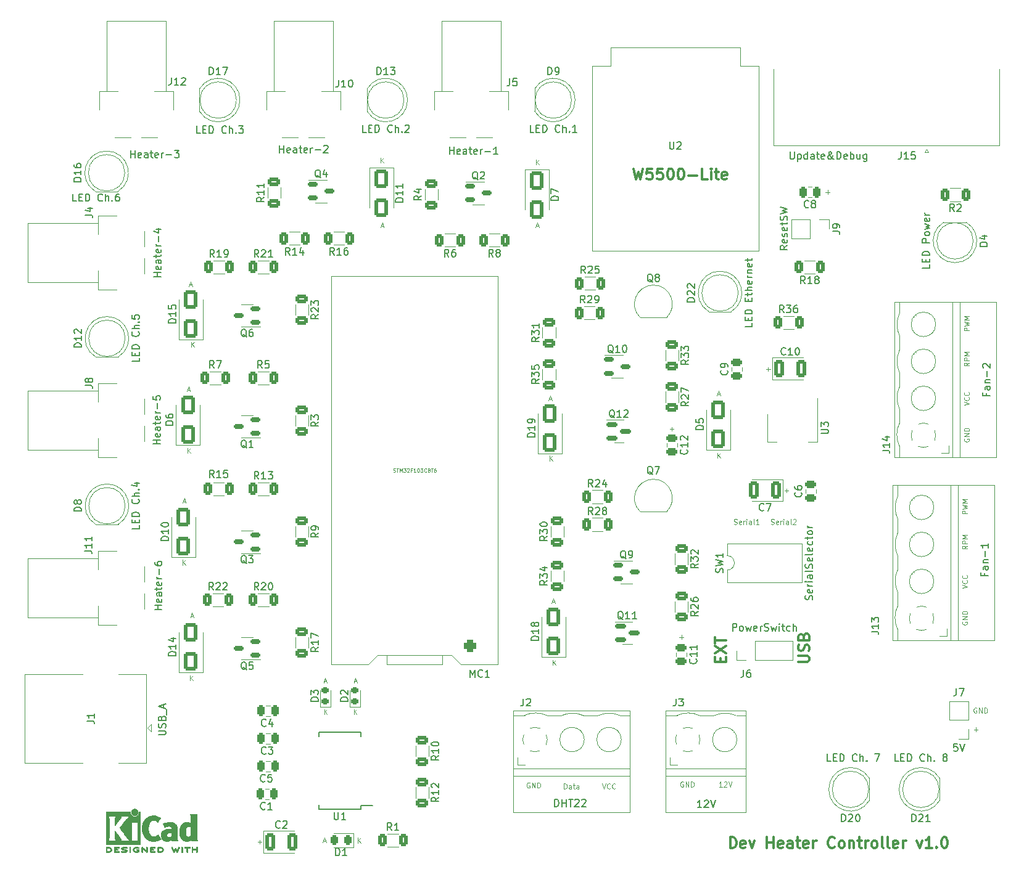
<source format=gto>
G04 #@! TF.GenerationSoftware,KiCad,Pcbnew,7.0.2*
G04 #@! TF.CreationDate,2023-05-21T20:01:26+03:00*
G04 #@! TF.ProjectId,DewController-V1.0,44657743-6f6e-4747-926f-6c6c65722d56,rev?*
G04 #@! TF.SameCoordinates,Original*
G04 #@! TF.FileFunction,Legend,Top*
G04 #@! TF.FilePolarity,Positive*
%FSLAX46Y46*%
G04 Gerber Fmt 4.6, Leading zero omitted, Abs format (unit mm)*
G04 Created by KiCad (PCBNEW 7.0.2) date 2023-05-21 20:01:26*
%MOMM*%
%LPD*%
G01*
G04 APERTURE LIST*
G04 Aperture macros list*
%AMRoundRect*
0 Rectangle with rounded corners*
0 $1 Rounding radius*
0 $2 $3 $4 $5 $6 $7 $8 $9 X,Y pos of 4 corners*
0 Add a 4 corners polygon primitive as box body*
4,1,4,$2,$3,$4,$5,$6,$7,$8,$9,$2,$3,0*
0 Add four circle primitives for the rounded corners*
1,1,$1+$1,$2,$3*
1,1,$1+$1,$4,$5*
1,1,$1+$1,$6,$7*
1,1,$1+$1,$8,$9*
0 Add four rect primitives between the rounded corners*
20,1,$1+$1,$2,$3,$4,$5,0*
20,1,$1+$1,$4,$5,$6,$7,0*
20,1,$1+$1,$6,$7,$8,$9,0*
20,1,$1+$1,$8,$9,$2,$3,0*%
G04 Aperture macros list end*
%ADD10C,0.100000*%
%ADD11C,0.300000*%
%ADD12C,0.150000*%
%ADD13C,0.125000*%
%ADD14C,0.120000*%
%ADD15C,0.010000*%
%ADD16RoundRect,0.150000X-0.587500X-0.150000X0.587500X-0.150000X0.587500X0.150000X-0.587500X0.150000X0*%
%ADD17RoundRect,0.150000X-0.512500X-0.150000X0.512500X-0.150000X0.512500X0.150000X-0.512500X0.150000X0*%
%ADD18RoundRect,0.150000X0.512500X0.150000X-0.512500X0.150000X-0.512500X-0.150000X0.512500X-0.150000X0*%
%ADD19RoundRect,0.250000X0.625000X-0.312500X0.625000X0.312500X-0.625000X0.312500X-0.625000X-0.312500X0*%
%ADD20RoundRect,0.250000X-0.625000X0.312500X-0.625000X-0.312500X0.625000X-0.312500X0.625000X0.312500X0*%
%ADD21R,1.700000X1.700000*%
%ADD22O,1.700000X1.700000*%
%ADD23RoundRect,0.250000X-0.250000X-0.475000X0.250000X-0.475000X0.250000X0.475000X-0.250000X0.475000X0*%
%ADD24R,1.750000X0.450000*%
%ADD25RoundRect,0.250000X0.650000X-1.000000X0.650000X1.000000X-0.650000X1.000000X-0.650000X-1.000000X0*%
%ADD26R,1.800000X1.800000*%
%ADD27C,1.800000*%
%ADD28R,1.600000X1.600000*%
%ADD29C,1.600000*%
%ADD30C,4.000000*%
%ADD31RoundRect,0.250000X0.312500X0.625000X-0.312500X0.625000X-0.312500X-0.625000X0.312500X-0.625000X0*%
%ADD32RoundRect,0.250000X-0.312500X-0.625000X0.312500X-0.625000X0.312500X0.625000X-0.312500X0.625000X0*%
%ADD33R,1.050000X1.500000*%
%ADD34O,1.050000X1.500000*%
%ADD35C,5.600000*%
%ADD36RoundRect,0.250000X0.250000X0.475000X-0.250000X0.475000X-0.250000X-0.475000X0.250000X-0.475000X0*%
%ADD37RoundRect,0.250000X-0.412500X-0.925000X0.412500X-0.925000X0.412500X0.925000X-0.412500X0.925000X0*%
%ADD38RoundRect,0.250000X-0.475000X0.250000X-0.475000X-0.250000X0.475000X-0.250000X0.475000X0.250000X0*%
%ADD39C,5.000000*%
%ADD40C,3.000000*%
%ADD41R,2.600000X2.600000*%
%ADD42C,2.600000*%
%ADD43RoundRect,0.218750X0.256250X-0.218750X0.256250X0.218750X-0.256250X0.218750X-0.256250X-0.218750X0*%
%ADD44R,1.500000X2.000000*%
%ADD45R,3.800000X2.000000*%
%ADD46RoundRect,0.250000X0.475000X-0.250000X0.475000X0.250000X-0.475000X0.250000X-0.475000X-0.250000X0*%
%ADD47O,1.600000X1.600000*%
%ADD48RoundRect,0.243750X0.243750X0.456250X-0.243750X0.456250X-0.243750X-0.456250X0.243750X-0.456250X0*%
%ADD49C,1.524000*%
%ADD50RoundRect,0.425000X-0.425000X-0.425000X0.425000X-0.425000X0.425000X0.425000X-0.425000X0.425000X0*%
%ADD51C,1.700000*%
%ADD52RoundRect,0.250000X0.412500X0.925000X-0.412500X0.925000X-0.412500X-0.925000X0.412500X-0.925000X0*%
%ADD53RoundRect,0.250000X-0.650000X1.000000X-0.650000X-1.000000X0.650000X-1.000000X0.650000X1.000000X0*%
G04 APERTURE END LIST*
D10*
X104673333Y-114595333D02*
X104273333Y-114595333D01*
X104473333Y-114595333D02*
X104473333Y-113895333D01*
X104473333Y-113895333D02*
X104406666Y-113995333D01*
X104406666Y-113995333D02*
X104340000Y-114062000D01*
X104340000Y-114062000D02*
X104273333Y-114095333D01*
X104940000Y-113962000D02*
X104973333Y-113928666D01*
X104973333Y-113928666D02*
X105040000Y-113895333D01*
X105040000Y-113895333D02*
X105206667Y-113895333D01*
X105206667Y-113895333D02*
X105273333Y-113928666D01*
X105273333Y-113928666D02*
X105306667Y-113962000D01*
X105306667Y-113962000D02*
X105340000Y-114028666D01*
X105340000Y-114028666D02*
X105340000Y-114095333D01*
X105340000Y-114095333D02*
X105306667Y-114195333D01*
X105306667Y-114195333D02*
X104906667Y-114595333D01*
X104906667Y-114595333D02*
X105340000Y-114595333D01*
X105540000Y-113895333D02*
X105773334Y-114595333D01*
X105773334Y-114595333D02*
X106006667Y-113895333D01*
X106305333Y-78494000D02*
X106405333Y-78527333D01*
X106405333Y-78527333D02*
X106572000Y-78527333D01*
X106572000Y-78527333D02*
X106638666Y-78494000D01*
X106638666Y-78494000D02*
X106672000Y-78460666D01*
X106672000Y-78460666D02*
X106705333Y-78394000D01*
X106705333Y-78394000D02*
X106705333Y-78327333D01*
X106705333Y-78327333D02*
X106672000Y-78260666D01*
X106672000Y-78260666D02*
X106638666Y-78227333D01*
X106638666Y-78227333D02*
X106572000Y-78194000D01*
X106572000Y-78194000D02*
X106438666Y-78160666D01*
X106438666Y-78160666D02*
X106372000Y-78127333D01*
X106372000Y-78127333D02*
X106338666Y-78094000D01*
X106338666Y-78094000D02*
X106305333Y-78027333D01*
X106305333Y-78027333D02*
X106305333Y-77960666D01*
X106305333Y-77960666D02*
X106338666Y-77894000D01*
X106338666Y-77894000D02*
X106372000Y-77860666D01*
X106372000Y-77860666D02*
X106438666Y-77827333D01*
X106438666Y-77827333D02*
X106605333Y-77827333D01*
X106605333Y-77827333D02*
X106705333Y-77860666D01*
X107272000Y-78494000D02*
X107205333Y-78527333D01*
X107205333Y-78527333D02*
X107072000Y-78527333D01*
X107072000Y-78527333D02*
X107005333Y-78494000D01*
X107005333Y-78494000D02*
X106972000Y-78427333D01*
X106972000Y-78427333D02*
X106972000Y-78160666D01*
X106972000Y-78160666D02*
X107005333Y-78094000D01*
X107005333Y-78094000D02*
X107072000Y-78060666D01*
X107072000Y-78060666D02*
X107205333Y-78060666D01*
X107205333Y-78060666D02*
X107272000Y-78094000D01*
X107272000Y-78094000D02*
X107305333Y-78160666D01*
X107305333Y-78160666D02*
X107305333Y-78227333D01*
X107305333Y-78227333D02*
X106972000Y-78294000D01*
X107605333Y-78527333D02*
X107605333Y-78060666D01*
X107605333Y-78194000D02*
X107638667Y-78127333D01*
X107638667Y-78127333D02*
X107672000Y-78094000D01*
X107672000Y-78094000D02*
X107738667Y-78060666D01*
X107738667Y-78060666D02*
X107805333Y-78060666D01*
X108038666Y-78527333D02*
X108038666Y-78060666D01*
X108038666Y-77827333D02*
X108005333Y-77860666D01*
X108005333Y-77860666D02*
X108038666Y-77894000D01*
X108038666Y-77894000D02*
X108072000Y-77860666D01*
X108072000Y-77860666D02*
X108038666Y-77827333D01*
X108038666Y-77827333D02*
X108038666Y-77894000D01*
X108671999Y-78527333D02*
X108671999Y-78160666D01*
X108671999Y-78160666D02*
X108638666Y-78094000D01*
X108638666Y-78094000D02*
X108571999Y-78060666D01*
X108571999Y-78060666D02*
X108438666Y-78060666D01*
X108438666Y-78060666D02*
X108371999Y-78094000D01*
X108671999Y-78494000D02*
X108605333Y-78527333D01*
X108605333Y-78527333D02*
X108438666Y-78527333D01*
X108438666Y-78527333D02*
X108371999Y-78494000D01*
X108371999Y-78494000D02*
X108338666Y-78427333D01*
X108338666Y-78427333D02*
X108338666Y-78360666D01*
X108338666Y-78360666D02*
X108371999Y-78294000D01*
X108371999Y-78294000D02*
X108438666Y-78260666D01*
X108438666Y-78260666D02*
X108605333Y-78260666D01*
X108605333Y-78260666D02*
X108671999Y-78227333D01*
X109105332Y-78527333D02*
X109038666Y-78494000D01*
X109038666Y-78494000D02*
X109005332Y-78427333D01*
X109005332Y-78427333D02*
X109005332Y-77827333D01*
X109738666Y-78527333D02*
X109338666Y-78527333D01*
X109538666Y-78527333D02*
X109538666Y-77827333D01*
X109538666Y-77827333D02*
X109471999Y-77927333D01*
X109471999Y-77927333D02*
X109405333Y-77994000D01*
X109405333Y-77994000D02*
X109338666Y-78027333D01*
X31662666Y-99990333D02*
X31662666Y-99290333D01*
X32062666Y-99990333D02*
X31762666Y-99590333D01*
X32062666Y-99290333D02*
X31662666Y-99690333D01*
X79160666Y-29124333D02*
X79160666Y-28424333D01*
X79560666Y-29124333D02*
X79260666Y-28724333D01*
X79560666Y-28424333D02*
X79160666Y-28824333D01*
X118886266Y-32870866D02*
X119419600Y-32870866D01*
X119152933Y-33137533D02*
X119152933Y-32604200D01*
X31306666Y-68754333D02*
X31306666Y-68054333D01*
X31706666Y-68754333D02*
X31406666Y-68354333D01*
X31706666Y-68054333D02*
X31306666Y-68454333D01*
D11*
X105767142Y-123006428D02*
X105767142Y-121506428D01*
X105767142Y-121506428D02*
X106124285Y-121506428D01*
X106124285Y-121506428D02*
X106338571Y-121577857D01*
X106338571Y-121577857D02*
X106481428Y-121720714D01*
X106481428Y-121720714D02*
X106552857Y-121863571D01*
X106552857Y-121863571D02*
X106624285Y-122149285D01*
X106624285Y-122149285D02*
X106624285Y-122363571D01*
X106624285Y-122363571D02*
X106552857Y-122649285D01*
X106552857Y-122649285D02*
X106481428Y-122792142D01*
X106481428Y-122792142D02*
X106338571Y-122935000D01*
X106338571Y-122935000D02*
X106124285Y-123006428D01*
X106124285Y-123006428D02*
X105767142Y-123006428D01*
X107838571Y-122935000D02*
X107695714Y-123006428D01*
X107695714Y-123006428D02*
X107410000Y-123006428D01*
X107410000Y-123006428D02*
X107267142Y-122935000D01*
X107267142Y-122935000D02*
X107195714Y-122792142D01*
X107195714Y-122792142D02*
X107195714Y-122220714D01*
X107195714Y-122220714D02*
X107267142Y-122077857D01*
X107267142Y-122077857D02*
X107410000Y-122006428D01*
X107410000Y-122006428D02*
X107695714Y-122006428D01*
X107695714Y-122006428D02*
X107838571Y-122077857D01*
X107838571Y-122077857D02*
X107910000Y-122220714D01*
X107910000Y-122220714D02*
X107910000Y-122363571D01*
X107910000Y-122363571D02*
X107195714Y-122506428D01*
X108409999Y-122006428D02*
X108767142Y-123006428D01*
X108767142Y-123006428D02*
X109124285Y-122006428D01*
X110838570Y-123006428D02*
X110838570Y-121506428D01*
X110838570Y-122220714D02*
X111695713Y-122220714D01*
X111695713Y-123006428D02*
X111695713Y-121506428D01*
X112981428Y-122935000D02*
X112838571Y-123006428D01*
X112838571Y-123006428D02*
X112552857Y-123006428D01*
X112552857Y-123006428D02*
X112409999Y-122935000D01*
X112409999Y-122935000D02*
X112338571Y-122792142D01*
X112338571Y-122792142D02*
X112338571Y-122220714D01*
X112338571Y-122220714D02*
X112409999Y-122077857D01*
X112409999Y-122077857D02*
X112552857Y-122006428D01*
X112552857Y-122006428D02*
X112838571Y-122006428D01*
X112838571Y-122006428D02*
X112981428Y-122077857D01*
X112981428Y-122077857D02*
X113052857Y-122220714D01*
X113052857Y-122220714D02*
X113052857Y-122363571D01*
X113052857Y-122363571D02*
X112338571Y-122506428D01*
X114338571Y-123006428D02*
X114338571Y-122220714D01*
X114338571Y-122220714D02*
X114267142Y-122077857D01*
X114267142Y-122077857D02*
X114124285Y-122006428D01*
X114124285Y-122006428D02*
X113838571Y-122006428D01*
X113838571Y-122006428D02*
X113695713Y-122077857D01*
X114338571Y-122935000D02*
X114195713Y-123006428D01*
X114195713Y-123006428D02*
X113838571Y-123006428D01*
X113838571Y-123006428D02*
X113695713Y-122935000D01*
X113695713Y-122935000D02*
X113624285Y-122792142D01*
X113624285Y-122792142D02*
X113624285Y-122649285D01*
X113624285Y-122649285D02*
X113695713Y-122506428D01*
X113695713Y-122506428D02*
X113838571Y-122435000D01*
X113838571Y-122435000D02*
X114195713Y-122435000D01*
X114195713Y-122435000D02*
X114338571Y-122363571D01*
X114838571Y-122006428D02*
X115409999Y-122006428D01*
X115052856Y-121506428D02*
X115052856Y-122792142D01*
X115052856Y-122792142D02*
X115124285Y-122935000D01*
X115124285Y-122935000D02*
X115267142Y-123006428D01*
X115267142Y-123006428D02*
X115409999Y-123006428D01*
X116481428Y-122935000D02*
X116338571Y-123006428D01*
X116338571Y-123006428D02*
X116052857Y-123006428D01*
X116052857Y-123006428D02*
X115909999Y-122935000D01*
X115909999Y-122935000D02*
X115838571Y-122792142D01*
X115838571Y-122792142D02*
X115838571Y-122220714D01*
X115838571Y-122220714D02*
X115909999Y-122077857D01*
X115909999Y-122077857D02*
X116052857Y-122006428D01*
X116052857Y-122006428D02*
X116338571Y-122006428D01*
X116338571Y-122006428D02*
X116481428Y-122077857D01*
X116481428Y-122077857D02*
X116552857Y-122220714D01*
X116552857Y-122220714D02*
X116552857Y-122363571D01*
X116552857Y-122363571D02*
X115838571Y-122506428D01*
X117195713Y-123006428D02*
X117195713Y-122006428D01*
X117195713Y-122292142D02*
X117267142Y-122149285D01*
X117267142Y-122149285D02*
X117338571Y-122077857D01*
X117338571Y-122077857D02*
X117481428Y-122006428D01*
X117481428Y-122006428D02*
X117624285Y-122006428D01*
X120124284Y-122863571D02*
X120052856Y-122935000D01*
X120052856Y-122935000D02*
X119838570Y-123006428D01*
X119838570Y-123006428D02*
X119695713Y-123006428D01*
X119695713Y-123006428D02*
X119481427Y-122935000D01*
X119481427Y-122935000D02*
X119338570Y-122792142D01*
X119338570Y-122792142D02*
X119267141Y-122649285D01*
X119267141Y-122649285D02*
X119195713Y-122363571D01*
X119195713Y-122363571D02*
X119195713Y-122149285D01*
X119195713Y-122149285D02*
X119267141Y-121863571D01*
X119267141Y-121863571D02*
X119338570Y-121720714D01*
X119338570Y-121720714D02*
X119481427Y-121577857D01*
X119481427Y-121577857D02*
X119695713Y-121506428D01*
X119695713Y-121506428D02*
X119838570Y-121506428D01*
X119838570Y-121506428D02*
X120052856Y-121577857D01*
X120052856Y-121577857D02*
X120124284Y-121649285D01*
X120981427Y-123006428D02*
X120838570Y-122935000D01*
X120838570Y-122935000D02*
X120767141Y-122863571D01*
X120767141Y-122863571D02*
X120695713Y-122720714D01*
X120695713Y-122720714D02*
X120695713Y-122292142D01*
X120695713Y-122292142D02*
X120767141Y-122149285D01*
X120767141Y-122149285D02*
X120838570Y-122077857D01*
X120838570Y-122077857D02*
X120981427Y-122006428D01*
X120981427Y-122006428D02*
X121195713Y-122006428D01*
X121195713Y-122006428D02*
X121338570Y-122077857D01*
X121338570Y-122077857D02*
X121409999Y-122149285D01*
X121409999Y-122149285D02*
X121481427Y-122292142D01*
X121481427Y-122292142D02*
X121481427Y-122720714D01*
X121481427Y-122720714D02*
X121409999Y-122863571D01*
X121409999Y-122863571D02*
X121338570Y-122935000D01*
X121338570Y-122935000D02*
X121195713Y-123006428D01*
X121195713Y-123006428D02*
X120981427Y-123006428D01*
X122124284Y-122006428D02*
X122124284Y-123006428D01*
X122124284Y-122149285D02*
X122195713Y-122077857D01*
X122195713Y-122077857D02*
X122338570Y-122006428D01*
X122338570Y-122006428D02*
X122552856Y-122006428D01*
X122552856Y-122006428D02*
X122695713Y-122077857D01*
X122695713Y-122077857D02*
X122767142Y-122220714D01*
X122767142Y-122220714D02*
X122767142Y-123006428D01*
X123267142Y-122006428D02*
X123838570Y-122006428D01*
X123481427Y-121506428D02*
X123481427Y-122792142D01*
X123481427Y-122792142D02*
X123552856Y-122935000D01*
X123552856Y-122935000D02*
X123695713Y-123006428D01*
X123695713Y-123006428D02*
X123838570Y-123006428D01*
X124338570Y-123006428D02*
X124338570Y-122006428D01*
X124338570Y-122292142D02*
X124409999Y-122149285D01*
X124409999Y-122149285D02*
X124481428Y-122077857D01*
X124481428Y-122077857D02*
X124624285Y-122006428D01*
X124624285Y-122006428D02*
X124767142Y-122006428D01*
X125481427Y-123006428D02*
X125338570Y-122935000D01*
X125338570Y-122935000D02*
X125267141Y-122863571D01*
X125267141Y-122863571D02*
X125195713Y-122720714D01*
X125195713Y-122720714D02*
X125195713Y-122292142D01*
X125195713Y-122292142D02*
X125267141Y-122149285D01*
X125267141Y-122149285D02*
X125338570Y-122077857D01*
X125338570Y-122077857D02*
X125481427Y-122006428D01*
X125481427Y-122006428D02*
X125695713Y-122006428D01*
X125695713Y-122006428D02*
X125838570Y-122077857D01*
X125838570Y-122077857D02*
X125909999Y-122149285D01*
X125909999Y-122149285D02*
X125981427Y-122292142D01*
X125981427Y-122292142D02*
X125981427Y-122720714D01*
X125981427Y-122720714D02*
X125909999Y-122863571D01*
X125909999Y-122863571D02*
X125838570Y-122935000D01*
X125838570Y-122935000D02*
X125695713Y-123006428D01*
X125695713Y-123006428D02*
X125481427Y-123006428D01*
X126838570Y-123006428D02*
X126695713Y-122935000D01*
X126695713Y-122935000D02*
X126624284Y-122792142D01*
X126624284Y-122792142D02*
X126624284Y-121506428D01*
X127624284Y-123006428D02*
X127481427Y-122935000D01*
X127481427Y-122935000D02*
X127409998Y-122792142D01*
X127409998Y-122792142D02*
X127409998Y-121506428D01*
X128767141Y-122935000D02*
X128624284Y-123006428D01*
X128624284Y-123006428D02*
X128338570Y-123006428D01*
X128338570Y-123006428D02*
X128195712Y-122935000D01*
X128195712Y-122935000D02*
X128124284Y-122792142D01*
X128124284Y-122792142D02*
X128124284Y-122220714D01*
X128124284Y-122220714D02*
X128195712Y-122077857D01*
X128195712Y-122077857D02*
X128338570Y-122006428D01*
X128338570Y-122006428D02*
X128624284Y-122006428D01*
X128624284Y-122006428D02*
X128767141Y-122077857D01*
X128767141Y-122077857D02*
X128838570Y-122220714D01*
X128838570Y-122220714D02*
X128838570Y-122363571D01*
X128838570Y-122363571D02*
X128124284Y-122506428D01*
X129481426Y-123006428D02*
X129481426Y-122006428D01*
X129481426Y-122292142D02*
X129552855Y-122149285D01*
X129552855Y-122149285D02*
X129624284Y-122077857D01*
X129624284Y-122077857D02*
X129767141Y-122006428D01*
X129767141Y-122006428D02*
X129909998Y-122006428D01*
X131409997Y-122006428D02*
X131767140Y-123006428D01*
X131767140Y-123006428D02*
X132124283Y-122006428D01*
X133481426Y-123006428D02*
X132624283Y-123006428D01*
X133052854Y-123006428D02*
X133052854Y-121506428D01*
X133052854Y-121506428D02*
X132909997Y-121720714D01*
X132909997Y-121720714D02*
X132767140Y-121863571D01*
X132767140Y-121863571D02*
X132624283Y-121935000D01*
X134124282Y-122863571D02*
X134195711Y-122935000D01*
X134195711Y-122935000D02*
X134124282Y-123006428D01*
X134124282Y-123006428D02*
X134052854Y-122935000D01*
X134052854Y-122935000D02*
X134124282Y-122863571D01*
X134124282Y-122863571D02*
X134124282Y-123006428D01*
X135124283Y-121506428D02*
X135267140Y-121506428D01*
X135267140Y-121506428D02*
X135409997Y-121577857D01*
X135409997Y-121577857D02*
X135481426Y-121649285D01*
X135481426Y-121649285D02*
X135552854Y-121792142D01*
X135552854Y-121792142D02*
X135624283Y-122077857D01*
X135624283Y-122077857D02*
X135624283Y-122435000D01*
X135624283Y-122435000D02*
X135552854Y-122720714D01*
X135552854Y-122720714D02*
X135481426Y-122863571D01*
X135481426Y-122863571D02*
X135409997Y-122935000D01*
X135409997Y-122935000D02*
X135267140Y-123006428D01*
X135267140Y-123006428D02*
X135124283Y-123006428D01*
X135124283Y-123006428D02*
X134981426Y-122935000D01*
X134981426Y-122935000D02*
X134909997Y-122863571D01*
X134909997Y-122863571D02*
X134838568Y-122720714D01*
X134838568Y-122720714D02*
X134767140Y-122435000D01*
X134767140Y-122435000D02*
X134767140Y-122077857D01*
X134767140Y-122077857D02*
X134838568Y-121792142D01*
X134838568Y-121792142D02*
X134909997Y-121649285D01*
X134909997Y-121649285D02*
X134981426Y-121577857D01*
X134981426Y-121577857D02*
X135124283Y-121506428D01*
D10*
X81446666Y-97856733D02*
X81446666Y-97156733D01*
X81846666Y-97856733D02*
X81546666Y-97456733D01*
X81846666Y-97156733D02*
X81446666Y-97556733D01*
X104052666Y-69408733D02*
X104052666Y-68708733D01*
X104452666Y-69408733D02*
X104152666Y-69008733D01*
X104452666Y-68708733D02*
X104052666Y-69108733D01*
X138598333Y-51903333D02*
X137898333Y-51903333D01*
X137898333Y-51903333D02*
X137898333Y-51636666D01*
X137898333Y-51636666D02*
X137931666Y-51570000D01*
X137931666Y-51570000D02*
X137965000Y-51536666D01*
X137965000Y-51536666D02*
X138031666Y-51503333D01*
X138031666Y-51503333D02*
X138131666Y-51503333D01*
X138131666Y-51503333D02*
X138198333Y-51536666D01*
X138198333Y-51536666D02*
X138231666Y-51570000D01*
X138231666Y-51570000D02*
X138265000Y-51636666D01*
X138265000Y-51636666D02*
X138265000Y-51903333D01*
X137898333Y-51270000D02*
X138598333Y-51103333D01*
X138598333Y-51103333D02*
X138098333Y-50970000D01*
X138098333Y-50970000D02*
X138598333Y-50836666D01*
X138598333Y-50836666D02*
X137898333Y-50670000D01*
X138598333Y-50403333D02*
X137898333Y-50403333D01*
X137898333Y-50403333D02*
X138398333Y-50170000D01*
X138398333Y-50170000D02*
X137898333Y-49936666D01*
X137898333Y-49936666D02*
X138598333Y-49936666D01*
X98820266Y-94008666D02*
X99353600Y-94008666D01*
X99086933Y-94275333D02*
X99086933Y-93742000D01*
X57824666Y-28870333D02*
X57824666Y-28170333D01*
X58224666Y-28870333D02*
X57924666Y-28470333D01*
X58224666Y-28170333D02*
X57824666Y-28570333D01*
X99339333Y-113928666D02*
X99272666Y-113895333D01*
X99272666Y-113895333D02*
X99172666Y-113895333D01*
X99172666Y-113895333D02*
X99072666Y-113928666D01*
X99072666Y-113928666D02*
X99006000Y-113995333D01*
X99006000Y-113995333D02*
X98972666Y-114062000D01*
X98972666Y-114062000D02*
X98939333Y-114195333D01*
X98939333Y-114195333D02*
X98939333Y-114295333D01*
X98939333Y-114295333D02*
X98972666Y-114428666D01*
X98972666Y-114428666D02*
X99006000Y-114495333D01*
X99006000Y-114495333D02*
X99072666Y-114562000D01*
X99072666Y-114562000D02*
X99172666Y-114595333D01*
X99172666Y-114595333D02*
X99239333Y-114595333D01*
X99239333Y-114595333D02*
X99339333Y-114562000D01*
X99339333Y-114562000D02*
X99372666Y-114528666D01*
X99372666Y-114528666D02*
X99372666Y-114295333D01*
X99372666Y-114295333D02*
X99239333Y-114295333D01*
X99672666Y-114595333D02*
X99672666Y-113895333D01*
X99672666Y-113895333D02*
X100072666Y-114595333D01*
X100072666Y-114595333D02*
X100072666Y-113895333D01*
X100405999Y-114595333D02*
X100405999Y-113895333D01*
X100405999Y-113895333D02*
X100572666Y-113895333D01*
X100572666Y-113895333D02*
X100672666Y-113928666D01*
X100672666Y-113928666D02*
X100739333Y-113995333D01*
X100739333Y-113995333D02*
X100772666Y-114062000D01*
X100772666Y-114062000D02*
X100805999Y-114195333D01*
X100805999Y-114195333D02*
X100805999Y-114295333D01*
X100805999Y-114295333D02*
X100772666Y-114428666D01*
X100772666Y-114428666D02*
X100739333Y-114495333D01*
X100739333Y-114495333D02*
X100672666Y-114562000D01*
X100672666Y-114562000D02*
X100572666Y-114595333D01*
X100572666Y-114595333D02*
X100405999Y-114595333D01*
X49917333Y-122066133D02*
X50250666Y-122066133D01*
X49850666Y-122266133D02*
X50084000Y-121566133D01*
X50084000Y-121566133D02*
X50317333Y-122266133D01*
X31573333Y-45654333D02*
X31906666Y-45654333D01*
X31506666Y-45854333D02*
X31740000Y-45154333D01*
X31740000Y-45154333D02*
X31973333Y-45854333D01*
X57867533Y-37560333D02*
X58200866Y-37560333D01*
X57800866Y-37760333D02*
X58034200Y-37060333D01*
X58034200Y-37060333D02*
X58267533Y-37760333D01*
X30673333Y-75406333D02*
X31006666Y-75406333D01*
X30606666Y-75606333D02*
X30840000Y-74906333D01*
X30840000Y-74906333D02*
X31073333Y-75606333D01*
X50077666Y-104613133D02*
X50077666Y-103913133D01*
X50477666Y-104613133D02*
X50177666Y-104213133D01*
X50477666Y-103913133D02*
X50077666Y-104313133D01*
X138344333Y-81475333D02*
X138011000Y-81708666D01*
X138344333Y-81875333D02*
X137644333Y-81875333D01*
X137644333Y-81875333D02*
X137644333Y-81608666D01*
X137644333Y-81608666D02*
X137677666Y-81542000D01*
X137677666Y-81542000D02*
X137711000Y-81508666D01*
X137711000Y-81508666D02*
X137777666Y-81475333D01*
X137777666Y-81475333D02*
X137877666Y-81475333D01*
X137877666Y-81475333D02*
X137944333Y-81508666D01*
X137944333Y-81508666D02*
X137977666Y-81542000D01*
X137977666Y-81542000D02*
X138011000Y-81608666D01*
X138011000Y-81608666D02*
X138011000Y-81875333D01*
X138344333Y-81175333D02*
X137644333Y-81175333D01*
X137644333Y-81175333D02*
X137644333Y-80908666D01*
X137644333Y-80908666D02*
X137677666Y-80842000D01*
X137677666Y-80842000D02*
X137711000Y-80808666D01*
X137711000Y-80808666D02*
X137777666Y-80775333D01*
X137777666Y-80775333D02*
X137877666Y-80775333D01*
X137877666Y-80775333D02*
X137944333Y-80808666D01*
X137944333Y-80808666D02*
X137977666Y-80842000D01*
X137977666Y-80842000D02*
X138011000Y-80908666D01*
X138011000Y-80908666D02*
X138011000Y-81175333D01*
X138344333Y-80475333D02*
X137644333Y-80475333D01*
X137644333Y-80475333D02*
X138144333Y-80242000D01*
X138144333Y-80242000D02*
X137644333Y-80008666D01*
X137644333Y-80008666D02*
X138344333Y-80008666D01*
X111385333Y-78494000D02*
X111485333Y-78527333D01*
X111485333Y-78527333D02*
X111652000Y-78527333D01*
X111652000Y-78527333D02*
X111718666Y-78494000D01*
X111718666Y-78494000D02*
X111752000Y-78460666D01*
X111752000Y-78460666D02*
X111785333Y-78394000D01*
X111785333Y-78394000D02*
X111785333Y-78327333D01*
X111785333Y-78327333D02*
X111752000Y-78260666D01*
X111752000Y-78260666D02*
X111718666Y-78227333D01*
X111718666Y-78227333D02*
X111652000Y-78194000D01*
X111652000Y-78194000D02*
X111518666Y-78160666D01*
X111518666Y-78160666D02*
X111452000Y-78127333D01*
X111452000Y-78127333D02*
X111418666Y-78094000D01*
X111418666Y-78094000D02*
X111385333Y-78027333D01*
X111385333Y-78027333D02*
X111385333Y-77960666D01*
X111385333Y-77960666D02*
X111418666Y-77894000D01*
X111418666Y-77894000D02*
X111452000Y-77860666D01*
X111452000Y-77860666D02*
X111518666Y-77827333D01*
X111518666Y-77827333D02*
X111685333Y-77827333D01*
X111685333Y-77827333D02*
X111785333Y-77860666D01*
X112352000Y-78494000D02*
X112285333Y-78527333D01*
X112285333Y-78527333D02*
X112152000Y-78527333D01*
X112152000Y-78527333D02*
X112085333Y-78494000D01*
X112085333Y-78494000D02*
X112052000Y-78427333D01*
X112052000Y-78427333D02*
X112052000Y-78160666D01*
X112052000Y-78160666D02*
X112085333Y-78094000D01*
X112085333Y-78094000D02*
X112152000Y-78060666D01*
X112152000Y-78060666D02*
X112285333Y-78060666D01*
X112285333Y-78060666D02*
X112352000Y-78094000D01*
X112352000Y-78094000D02*
X112385333Y-78160666D01*
X112385333Y-78160666D02*
X112385333Y-78227333D01*
X112385333Y-78227333D02*
X112052000Y-78294000D01*
X112685333Y-78527333D02*
X112685333Y-78060666D01*
X112685333Y-78194000D02*
X112718667Y-78127333D01*
X112718667Y-78127333D02*
X112752000Y-78094000D01*
X112752000Y-78094000D02*
X112818667Y-78060666D01*
X112818667Y-78060666D02*
X112885333Y-78060666D01*
X113118666Y-78527333D02*
X113118666Y-78060666D01*
X113118666Y-77827333D02*
X113085333Y-77860666D01*
X113085333Y-77860666D02*
X113118666Y-77894000D01*
X113118666Y-77894000D02*
X113152000Y-77860666D01*
X113152000Y-77860666D02*
X113118666Y-77827333D01*
X113118666Y-77827333D02*
X113118666Y-77894000D01*
X113751999Y-78527333D02*
X113751999Y-78160666D01*
X113751999Y-78160666D02*
X113718666Y-78094000D01*
X113718666Y-78094000D02*
X113651999Y-78060666D01*
X113651999Y-78060666D02*
X113518666Y-78060666D01*
X113518666Y-78060666D02*
X113451999Y-78094000D01*
X113751999Y-78494000D02*
X113685333Y-78527333D01*
X113685333Y-78527333D02*
X113518666Y-78527333D01*
X113518666Y-78527333D02*
X113451999Y-78494000D01*
X113451999Y-78494000D02*
X113418666Y-78427333D01*
X113418666Y-78427333D02*
X113418666Y-78360666D01*
X113418666Y-78360666D02*
X113451999Y-78294000D01*
X113451999Y-78294000D02*
X113518666Y-78260666D01*
X113518666Y-78260666D02*
X113685333Y-78260666D01*
X113685333Y-78260666D02*
X113751999Y-78227333D01*
X114185332Y-78527333D02*
X114118666Y-78494000D01*
X114118666Y-78494000D02*
X114085332Y-78427333D01*
X114085332Y-78427333D02*
X114085332Y-77827333D01*
X114418666Y-77894000D02*
X114451999Y-77860666D01*
X114451999Y-77860666D02*
X114518666Y-77827333D01*
X114518666Y-77827333D02*
X114685333Y-77827333D01*
X114685333Y-77827333D02*
X114751999Y-77860666D01*
X114751999Y-77860666D02*
X114785333Y-77894000D01*
X114785333Y-77894000D02*
X114818666Y-77960666D01*
X114818666Y-77960666D02*
X114818666Y-78027333D01*
X114818666Y-78027333D02*
X114785333Y-78127333D01*
X114785333Y-78127333D02*
X114385333Y-78527333D01*
X114385333Y-78527333D02*
X114818666Y-78527333D01*
X80989466Y-69789733D02*
X80989466Y-69089733D01*
X81389466Y-69789733D02*
X81089466Y-69389733D01*
X81389466Y-69089733D02*
X80989466Y-69489733D01*
X113490466Y-74153733D02*
X113490466Y-73620400D01*
X113757133Y-73887066D02*
X113223800Y-73887066D01*
X138598333Y-56329333D02*
X138265000Y-56562666D01*
X138598333Y-56729333D02*
X137898333Y-56729333D01*
X137898333Y-56729333D02*
X137898333Y-56462666D01*
X137898333Y-56462666D02*
X137931666Y-56396000D01*
X137931666Y-56396000D02*
X137965000Y-56362666D01*
X137965000Y-56362666D02*
X138031666Y-56329333D01*
X138031666Y-56329333D02*
X138131666Y-56329333D01*
X138131666Y-56329333D02*
X138198333Y-56362666D01*
X138198333Y-56362666D02*
X138231666Y-56396000D01*
X138231666Y-56396000D02*
X138265000Y-56462666D01*
X138265000Y-56462666D02*
X138265000Y-56729333D01*
X138598333Y-56029333D02*
X137898333Y-56029333D01*
X137898333Y-56029333D02*
X137898333Y-55762666D01*
X137898333Y-55762666D02*
X137931666Y-55696000D01*
X137931666Y-55696000D02*
X137965000Y-55662666D01*
X137965000Y-55662666D02*
X138031666Y-55629333D01*
X138031666Y-55629333D02*
X138131666Y-55629333D01*
X138131666Y-55629333D02*
X138198333Y-55662666D01*
X138198333Y-55662666D02*
X138231666Y-55696000D01*
X138231666Y-55696000D02*
X138265000Y-55762666D01*
X138265000Y-55762666D02*
X138265000Y-56029333D01*
X138598333Y-55329333D02*
X137898333Y-55329333D01*
X137898333Y-55329333D02*
X138398333Y-55096000D01*
X138398333Y-55096000D02*
X137898333Y-54862666D01*
X137898333Y-54862666D02*
X138598333Y-54862666D01*
X82970666Y-114849333D02*
X82970666Y-114149333D01*
X82970666Y-114149333D02*
X83137333Y-114149333D01*
X83137333Y-114149333D02*
X83237333Y-114182666D01*
X83237333Y-114182666D02*
X83304000Y-114249333D01*
X83304000Y-114249333D02*
X83337333Y-114316000D01*
X83337333Y-114316000D02*
X83370666Y-114449333D01*
X83370666Y-114449333D02*
X83370666Y-114549333D01*
X83370666Y-114549333D02*
X83337333Y-114682666D01*
X83337333Y-114682666D02*
X83304000Y-114749333D01*
X83304000Y-114749333D02*
X83237333Y-114816000D01*
X83237333Y-114816000D02*
X83137333Y-114849333D01*
X83137333Y-114849333D02*
X82970666Y-114849333D01*
X83970666Y-114849333D02*
X83970666Y-114482666D01*
X83970666Y-114482666D02*
X83937333Y-114416000D01*
X83937333Y-114416000D02*
X83870666Y-114382666D01*
X83870666Y-114382666D02*
X83737333Y-114382666D01*
X83737333Y-114382666D02*
X83670666Y-114416000D01*
X83970666Y-114816000D02*
X83904000Y-114849333D01*
X83904000Y-114849333D02*
X83737333Y-114849333D01*
X83737333Y-114849333D02*
X83670666Y-114816000D01*
X83670666Y-114816000D02*
X83637333Y-114749333D01*
X83637333Y-114749333D02*
X83637333Y-114682666D01*
X83637333Y-114682666D02*
X83670666Y-114616000D01*
X83670666Y-114616000D02*
X83737333Y-114582666D01*
X83737333Y-114582666D02*
X83904000Y-114582666D01*
X83904000Y-114582666D02*
X83970666Y-114549333D01*
X84203999Y-114382666D02*
X84470666Y-114382666D01*
X84303999Y-114149333D02*
X84303999Y-114749333D01*
X84303999Y-114749333D02*
X84337333Y-114816000D01*
X84337333Y-114816000D02*
X84403999Y-114849333D01*
X84403999Y-114849333D02*
X84470666Y-114849333D01*
X85003999Y-114849333D02*
X85003999Y-114482666D01*
X85003999Y-114482666D02*
X84970666Y-114416000D01*
X84970666Y-114416000D02*
X84903999Y-114382666D01*
X84903999Y-114382666D02*
X84770666Y-114382666D01*
X84770666Y-114382666D02*
X84703999Y-114416000D01*
X85003999Y-114816000D02*
X84937333Y-114849333D01*
X84937333Y-114849333D02*
X84770666Y-114849333D01*
X84770666Y-114849333D02*
X84703999Y-114816000D01*
X84703999Y-114816000D02*
X84670666Y-114749333D01*
X84670666Y-114749333D02*
X84670666Y-114682666D01*
X84670666Y-114682666D02*
X84703999Y-114616000D01*
X84703999Y-114616000D02*
X84770666Y-114582666D01*
X84770666Y-114582666D02*
X84937333Y-114582666D01*
X84937333Y-114582666D02*
X85003999Y-114549333D01*
X54675066Y-122291533D02*
X54675066Y-121591533D01*
X55075066Y-122291533D02*
X54775066Y-121891533D01*
X55075066Y-121591533D02*
X54675066Y-121991533D01*
X111003833Y-56931666D02*
X111003833Y-57465000D01*
X110737166Y-57198333D02*
X111270500Y-57198333D01*
X139231666Y-106708666D02*
X139765000Y-106708666D01*
X139498333Y-106975333D02*
X139498333Y-106442000D01*
X54190333Y-100095133D02*
X54523666Y-100095133D01*
X54123666Y-100295133D02*
X54357000Y-99595133D01*
X54357000Y-99595133D02*
X54590333Y-100295133D01*
X137898333Y-62163333D02*
X138598333Y-61930000D01*
X138598333Y-61930000D02*
X137898333Y-61696666D01*
X138531666Y-61063333D02*
X138565000Y-61096666D01*
X138565000Y-61096666D02*
X138598333Y-61196666D01*
X138598333Y-61196666D02*
X138598333Y-61263333D01*
X138598333Y-61263333D02*
X138565000Y-61363333D01*
X138565000Y-61363333D02*
X138498333Y-61430000D01*
X138498333Y-61430000D02*
X138431666Y-61463333D01*
X138431666Y-61463333D02*
X138298333Y-61496666D01*
X138298333Y-61496666D02*
X138198333Y-61496666D01*
X138198333Y-61496666D02*
X138065000Y-61463333D01*
X138065000Y-61463333D02*
X137998333Y-61430000D01*
X137998333Y-61430000D02*
X137931666Y-61363333D01*
X137931666Y-61363333D02*
X137898333Y-61263333D01*
X137898333Y-61263333D02*
X137898333Y-61196666D01*
X137898333Y-61196666D02*
X137931666Y-61096666D01*
X137931666Y-61096666D02*
X137965000Y-61063333D01*
X138531666Y-60363333D02*
X138565000Y-60396666D01*
X138565000Y-60396666D02*
X138598333Y-60496666D01*
X138598333Y-60496666D02*
X138598333Y-60563333D01*
X138598333Y-60563333D02*
X138565000Y-60663333D01*
X138565000Y-60663333D02*
X138498333Y-60730000D01*
X138498333Y-60730000D02*
X138431666Y-60763333D01*
X138431666Y-60763333D02*
X138298333Y-60796666D01*
X138298333Y-60796666D02*
X138198333Y-60796666D01*
X138198333Y-60796666D02*
X138065000Y-60763333D01*
X138065000Y-60763333D02*
X137998333Y-60730000D01*
X137998333Y-60730000D02*
X137931666Y-60663333D01*
X137931666Y-60663333D02*
X137898333Y-60563333D01*
X137898333Y-60563333D02*
X137898333Y-60496666D01*
X137898333Y-60496666D02*
X137931666Y-60396666D01*
X137931666Y-60396666D02*
X137965000Y-60363333D01*
X80905333Y-61334733D02*
X81238666Y-61334733D01*
X80838666Y-61534733D02*
X81072000Y-60834733D01*
X81072000Y-60834733D02*
X81305333Y-61534733D01*
D11*
X104440714Y-97432857D02*
X104440714Y-96932857D01*
X105226428Y-96718571D02*
X105226428Y-97432857D01*
X105226428Y-97432857D02*
X103726428Y-97432857D01*
X103726428Y-97432857D02*
X103726428Y-96718571D01*
X103726428Y-96218571D02*
X105226428Y-95218571D01*
X103726428Y-95218571D02*
X105226428Y-96218571D01*
X103726428Y-94861428D02*
X103726428Y-94004286D01*
X105226428Y-94432857D02*
X103726428Y-94432857D01*
D10*
X138344333Y-77049333D02*
X137644333Y-77049333D01*
X137644333Y-77049333D02*
X137644333Y-76782666D01*
X137644333Y-76782666D02*
X137677666Y-76716000D01*
X137677666Y-76716000D02*
X137711000Y-76682666D01*
X137711000Y-76682666D02*
X137777666Y-76649333D01*
X137777666Y-76649333D02*
X137877666Y-76649333D01*
X137877666Y-76649333D02*
X137944333Y-76682666D01*
X137944333Y-76682666D02*
X137977666Y-76716000D01*
X137977666Y-76716000D02*
X138011000Y-76782666D01*
X138011000Y-76782666D02*
X138011000Y-77049333D01*
X137644333Y-76416000D02*
X138344333Y-76249333D01*
X138344333Y-76249333D02*
X137844333Y-76116000D01*
X137844333Y-76116000D02*
X138344333Y-75982666D01*
X138344333Y-75982666D02*
X137644333Y-75816000D01*
X138344333Y-75549333D02*
X137644333Y-75549333D01*
X137644333Y-75549333D02*
X138144333Y-75316000D01*
X138144333Y-75316000D02*
X137644333Y-75082666D01*
X137644333Y-75082666D02*
X138344333Y-75082666D01*
X137931666Y-66776666D02*
X137898333Y-66843333D01*
X137898333Y-66843333D02*
X137898333Y-66943333D01*
X137898333Y-66943333D02*
X137931666Y-67043333D01*
X137931666Y-67043333D02*
X137998333Y-67110000D01*
X137998333Y-67110000D02*
X138065000Y-67143333D01*
X138065000Y-67143333D02*
X138198333Y-67176666D01*
X138198333Y-67176666D02*
X138298333Y-67176666D01*
X138298333Y-67176666D02*
X138431666Y-67143333D01*
X138431666Y-67143333D02*
X138498333Y-67110000D01*
X138498333Y-67110000D02*
X138565000Y-67043333D01*
X138565000Y-67043333D02*
X138598333Y-66943333D01*
X138598333Y-66943333D02*
X138598333Y-66876666D01*
X138598333Y-66876666D02*
X138565000Y-66776666D01*
X138565000Y-66776666D02*
X138531666Y-66743333D01*
X138531666Y-66743333D02*
X138298333Y-66743333D01*
X138298333Y-66743333D02*
X138298333Y-66876666D01*
X138598333Y-66443333D02*
X137898333Y-66443333D01*
X137898333Y-66443333D02*
X138598333Y-66043333D01*
X138598333Y-66043333D02*
X137898333Y-66043333D01*
X138598333Y-65710000D02*
X137898333Y-65710000D01*
X137898333Y-65710000D02*
X137898333Y-65543333D01*
X137898333Y-65543333D02*
X137931666Y-65443333D01*
X137931666Y-65443333D02*
X137998333Y-65376667D01*
X137998333Y-65376667D02*
X138065000Y-65343333D01*
X138065000Y-65343333D02*
X138198333Y-65310000D01*
X138198333Y-65310000D02*
X138298333Y-65310000D01*
X138298333Y-65310000D02*
X138431666Y-65343333D01*
X138431666Y-65343333D02*
X138498333Y-65376667D01*
X138498333Y-65376667D02*
X138565000Y-65443333D01*
X138565000Y-65443333D02*
X138598333Y-65543333D01*
X138598333Y-65543333D02*
X138598333Y-65710000D01*
X40933666Y-122177266D02*
X41467000Y-122177266D01*
X41200333Y-122443933D02*
X41200333Y-121910600D01*
X31273333Y-60054333D02*
X31606666Y-60054333D01*
X31206666Y-60254333D02*
X31440000Y-59554333D01*
X31440000Y-59554333D02*
X31673333Y-60254333D01*
X88204666Y-114149333D02*
X88438000Y-114849333D01*
X88438000Y-114849333D02*
X88671333Y-114149333D01*
X89304666Y-114782666D02*
X89271333Y-114816000D01*
X89271333Y-114816000D02*
X89171333Y-114849333D01*
X89171333Y-114849333D02*
X89104666Y-114849333D01*
X89104666Y-114849333D02*
X89004666Y-114816000D01*
X89004666Y-114816000D02*
X88938000Y-114749333D01*
X88938000Y-114749333D02*
X88904666Y-114682666D01*
X88904666Y-114682666D02*
X88871333Y-114549333D01*
X88871333Y-114549333D02*
X88871333Y-114449333D01*
X88871333Y-114449333D02*
X88904666Y-114316000D01*
X88904666Y-114316000D02*
X88938000Y-114249333D01*
X88938000Y-114249333D02*
X89004666Y-114182666D01*
X89004666Y-114182666D02*
X89104666Y-114149333D01*
X89104666Y-114149333D02*
X89171333Y-114149333D01*
X89171333Y-114149333D02*
X89271333Y-114182666D01*
X89271333Y-114182666D02*
X89304666Y-114216000D01*
X90004666Y-114782666D02*
X89971333Y-114816000D01*
X89971333Y-114816000D02*
X89871333Y-114849333D01*
X89871333Y-114849333D02*
X89804666Y-114849333D01*
X89804666Y-114849333D02*
X89704666Y-114816000D01*
X89704666Y-114816000D02*
X89638000Y-114749333D01*
X89638000Y-114749333D02*
X89604666Y-114682666D01*
X89604666Y-114682666D02*
X89571333Y-114549333D01*
X89571333Y-114549333D02*
X89571333Y-114449333D01*
X89571333Y-114449333D02*
X89604666Y-114316000D01*
X89604666Y-114316000D02*
X89638000Y-114249333D01*
X89638000Y-114249333D02*
X89704666Y-114182666D01*
X89704666Y-114182666D02*
X89804666Y-114149333D01*
X89804666Y-114149333D02*
X89871333Y-114149333D01*
X89871333Y-114149333D02*
X89971333Y-114182666D01*
X89971333Y-114182666D02*
X90004666Y-114216000D01*
X81362533Y-89198533D02*
X81695866Y-89198533D01*
X81295866Y-89398533D02*
X81529200Y-88698533D01*
X81529200Y-88698533D02*
X81762533Y-89398533D01*
X137644333Y-87309333D02*
X138344333Y-87076000D01*
X138344333Y-87076000D02*
X137644333Y-86842666D01*
X138277666Y-86209333D02*
X138311000Y-86242666D01*
X138311000Y-86242666D02*
X138344333Y-86342666D01*
X138344333Y-86342666D02*
X138344333Y-86409333D01*
X138344333Y-86409333D02*
X138311000Y-86509333D01*
X138311000Y-86509333D02*
X138244333Y-86576000D01*
X138244333Y-86576000D02*
X138177666Y-86609333D01*
X138177666Y-86609333D02*
X138044333Y-86642666D01*
X138044333Y-86642666D02*
X137944333Y-86642666D01*
X137944333Y-86642666D02*
X137811000Y-86609333D01*
X137811000Y-86609333D02*
X137744333Y-86576000D01*
X137744333Y-86576000D02*
X137677666Y-86509333D01*
X137677666Y-86509333D02*
X137644333Y-86409333D01*
X137644333Y-86409333D02*
X137644333Y-86342666D01*
X137644333Y-86342666D02*
X137677666Y-86242666D01*
X137677666Y-86242666D02*
X137711000Y-86209333D01*
X138277666Y-85509333D02*
X138311000Y-85542666D01*
X138311000Y-85542666D02*
X138344333Y-85642666D01*
X138344333Y-85642666D02*
X138344333Y-85709333D01*
X138344333Y-85709333D02*
X138311000Y-85809333D01*
X138311000Y-85809333D02*
X138244333Y-85876000D01*
X138244333Y-85876000D02*
X138177666Y-85909333D01*
X138177666Y-85909333D02*
X138044333Y-85942666D01*
X138044333Y-85942666D02*
X137944333Y-85942666D01*
X137944333Y-85942666D02*
X137811000Y-85909333D01*
X137811000Y-85909333D02*
X137744333Y-85876000D01*
X137744333Y-85876000D02*
X137677666Y-85809333D01*
X137677666Y-85809333D02*
X137644333Y-85709333D01*
X137644333Y-85709333D02*
X137644333Y-85642666D01*
X137644333Y-85642666D02*
X137677666Y-85542666D01*
X137677666Y-85542666D02*
X137711000Y-85509333D01*
X79127333Y-37560333D02*
X79460666Y-37560333D01*
X79060666Y-37760333D02*
X79294000Y-37060333D01*
X79294000Y-37060333D02*
X79527333Y-37760333D01*
X54141666Y-104613133D02*
X54141666Y-103913133D01*
X54541666Y-104613133D02*
X54241666Y-104213133D01*
X54541666Y-103913133D02*
X54141666Y-104313133D01*
D11*
X92517885Y-29660028D02*
X92875028Y-31160028D01*
X92875028Y-31160028D02*
X93160742Y-30088600D01*
X93160742Y-30088600D02*
X93446457Y-31160028D01*
X93446457Y-31160028D02*
X93803600Y-29660028D01*
X95089314Y-29660028D02*
X94375028Y-29660028D01*
X94375028Y-29660028D02*
X94303600Y-30374314D01*
X94303600Y-30374314D02*
X94375028Y-30302885D01*
X94375028Y-30302885D02*
X94517886Y-30231457D01*
X94517886Y-30231457D02*
X94875028Y-30231457D01*
X94875028Y-30231457D02*
X95017886Y-30302885D01*
X95017886Y-30302885D02*
X95089314Y-30374314D01*
X95089314Y-30374314D02*
X95160743Y-30517171D01*
X95160743Y-30517171D02*
X95160743Y-30874314D01*
X95160743Y-30874314D02*
X95089314Y-31017171D01*
X95089314Y-31017171D02*
X95017886Y-31088600D01*
X95017886Y-31088600D02*
X94875028Y-31160028D01*
X94875028Y-31160028D02*
X94517886Y-31160028D01*
X94517886Y-31160028D02*
X94375028Y-31088600D01*
X94375028Y-31088600D02*
X94303600Y-31017171D01*
X96517885Y-29660028D02*
X95803599Y-29660028D01*
X95803599Y-29660028D02*
X95732171Y-30374314D01*
X95732171Y-30374314D02*
X95803599Y-30302885D01*
X95803599Y-30302885D02*
X95946457Y-30231457D01*
X95946457Y-30231457D02*
X96303599Y-30231457D01*
X96303599Y-30231457D02*
X96446457Y-30302885D01*
X96446457Y-30302885D02*
X96517885Y-30374314D01*
X96517885Y-30374314D02*
X96589314Y-30517171D01*
X96589314Y-30517171D02*
X96589314Y-30874314D01*
X96589314Y-30874314D02*
X96517885Y-31017171D01*
X96517885Y-31017171D02*
X96446457Y-31088600D01*
X96446457Y-31088600D02*
X96303599Y-31160028D01*
X96303599Y-31160028D02*
X95946457Y-31160028D01*
X95946457Y-31160028D02*
X95803599Y-31088600D01*
X95803599Y-31088600D02*
X95732171Y-31017171D01*
X97517885Y-29660028D02*
X97660742Y-29660028D01*
X97660742Y-29660028D02*
X97803599Y-29731457D01*
X97803599Y-29731457D02*
X97875028Y-29802885D01*
X97875028Y-29802885D02*
X97946456Y-29945742D01*
X97946456Y-29945742D02*
X98017885Y-30231457D01*
X98017885Y-30231457D02*
X98017885Y-30588600D01*
X98017885Y-30588600D02*
X97946456Y-30874314D01*
X97946456Y-30874314D02*
X97875028Y-31017171D01*
X97875028Y-31017171D02*
X97803599Y-31088600D01*
X97803599Y-31088600D02*
X97660742Y-31160028D01*
X97660742Y-31160028D02*
X97517885Y-31160028D01*
X97517885Y-31160028D02*
X97375028Y-31088600D01*
X97375028Y-31088600D02*
X97303599Y-31017171D01*
X97303599Y-31017171D02*
X97232170Y-30874314D01*
X97232170Y-30874314D02*
X97160742Y-30588600D01*
X97160742Y-30588600D02*
X97160742Y-30231457D01*
X97160742Y-30231457D02*
X97232170Y-29945742D01*
X97232170Y-29945742D02*
X97303599Y-29802885D01*
X97303599Y-29802885D02*
X97375028Y-29731457D01*
X97375028Y-29731457D02*
X97517885Y-29660028D01*
X98946456Y-29660028D02*
X99089313Y-29660028D01*
X99089313Y-29660028D02*
X99232170Y-29731457D01*
X99232170Y-29731457D02*
X99303599Y-29802885D01*
X99303599Y-29802885D02*
X99375027Y-29945742D01*
X99375027Y-29945742D02*
X99446456Y-30231457D01*
X99446456Y-30231457D02*
X99446456Y-30588600D01*
X99446456Y-30588600D02*
X99375027Y-30874314D01*
X99375027Y-30874314D02*
X99303599Y-31017171D01*
X99303599Y-31017171D02*
X99232170Y-31088600D01*
X99232170Y-31088600D02*
X99089313Y-31160028D01*
X99089313Y-31160028D02*
X98946456Y-31160028D01*
X98946456Y-31160028D02*
X98803599Y-31088600D01*
X98803599Y-31088600D02*
X98732170Y-31017171D01*
X98732170Y-31017171D02*
X98660741Y-30874314D01*
X98660741Y-30874314D02*
X98589313Y-30588600D01*
X98589313Y-30588600D02*
X98589313Y-30231457D01*
X98589313Y-30231457D02*
X98660741Y-29945742D01*
X98660741Y-29945742D02*
X98732170Y-29802885D01*
X98732170Y-29802885D02*
X98803599Y-29731457D01*
X98803599Y-29731457D02*
X98946456Y-29660028D01*
X100089312Y-30588600D02*
X101232170Y-30588600D01*
X102660741Y-31160028D02*
X101946455Y-31160028D01*
X101946455Y-31160028D02*
X101946455Y-29660028D01*
X103160741Y-31160028D02*
X103160741Y-30160028D01*
X103160741Y-29660028D02*
X103089313Y-29731457D01*
X103089313Y-29731457D02*
X103160741Y-29802885D01*
X103160741Y-29802885D02*
X103232170Y-29731457D01*
X103232170Y-29731457D02*
X103160741Y-29660028D01*
X103160741Y-29660028D02*
X103160741Y-29802885D01*
X103660742Y-30160028D02*
X104232170Y-30160028D01*
X103875027Y-29660028D02*
X103875027Y-30945742D01*
X103875027Y-30945742D02*
X103946456Y-31088600D01*
X103946456Y-31088600D02*
X104089313Y-31160028D01*
X104089313Y-31160028D02*
X104232170Y-31160028D01*
X105303599Y-31088600D02*
X105160742Y-31160028D01*
X105160742Y-31160028D02*
X104875028Y-31160028D01*
X104875028Y-31160028D02*
X104732170Y-31088600D01*
X104732170Y-31088600D02*
X104660742Y-30945742D01*
X104660742Y-30945742D02*
X104660742Y-30374314D01*
X104660742Y-30374314D02*
X104732170Y-30231457D01*
X104732170Y-30231457D02*
X104875028Y-30160028D01*
X104875028Y-30160028D02*
X105160742Y-30160028D01*
X105160742Y-30160028D02*
X105303599Y-30231457D01*
X105303599Y-30231457D02*
X105375028Y-30374314D01*
X105375028Y-30374314D02*
X105375028Y-30517171D01*
X105375028Y-30517171D02*
X104660742Y-30660028D01*
D10*
X104019333Y-60674333D02*
X104352666Y-60674333D01*
X103952666Y-60874333D02*
X104186000Y-60174333D01*
X104186000Y-60174333D02*
X104419333Y-60874333D01*
X97474066Y-65408266D02*
X98007400Y-65408266D01*
X97740733Y-65674933D02*
X97740733Y-65141600D01*
D11*
X115156428Y-97432857D02*
X116370714Y-97432857D01*
X116370714Y-97432857D02*
X116513571Y-97361428D01*
X116513571Y-97361428D02*
X116585000Y-97290000D01*
X116585000Y-97290000D02*
X116656428Y-97147142D01*
X116656428Y-97147142D02*
X116656428Y-96861428D01*
X116656428Y-96861428D02*
X116585000Y-96718571D01*
X116585000Y-96718571D02*
X116513571Y-96647142D01*
X116513571Y-96647142D02*
X116370714Y-96575714D01*
X116370714Y-96575714D02*
X115156428Y-96575714D01*
X116585000Y-95932856D02*
X116656428Y-95718571D01*
X116656428Y-95718571D02*
X116656428Y-95361428D01*
X116656428Y-95361428D02*
X116585000Y-95218571D01*
X116585000Y-95218571D02*
X116513571Y-95147142D01*
X116513571Y-95147142D02*
X116370714Y-95075713D01*
X116370714Y-95075713D02*
X116227857Y-95075713D01*
X116227857Y-95075713D02*
X116085000Y-95147142D01*
X116085000Y-95147142D02*
X116013571Y-95218571D01*
X116013571Y-95218571D02*
X115942142Y-95361428D01*
X115942142Y-95361428D02*
X115870714Y-95647142D01*
X115870714Y-95647142D02*
X115799285Y-95789999D01*
X115799285Y-95789999D02*
X115727857Y-95861428D01*
X115727857Y-95861428D02*
X115585000Y-95932856D01*
X115585000Y-95932856D02*
X115442142Y-95932856D01*
X115442142Y-95932856D02*
X115299285Y-95861428D01*
X115299285Y-95861428D02*
X115227857Y-95789999D01*
X115227857Y-95789999D02*
X115156428Y-95647142D01*
X115156428Y-95647142D02*
X115156428Y-95289999D01*
X115156428Y-95289999D02*
X115227857Y-95075713D01*
X115870714Y-93932857D02*
X115942142Y-93718571D01*
X115942142Y-93718571D02*
X116013571Y-93647142D01*
X116013571Y-93647142D02*
X116156428Y-93575714D01*
X116156428Y-93575714D02*
X116370714Y-93575714D01*
X116370714Y-93575714D02*
X116513571Y-93647142D01*
X116513571Y-93647142D02*
X116585000Y-93718571D01*
X116585000Y-93718571D02*
X116656428Y-93861428D01*
X116656428Y-93861428D02*
X116656428Y-94432857D01*
X116656428Y-94432857D02*
X115156428Y-94432857D01*
X115156428Y-94432857D02*
X115156428Y-93932857D01*
X115156428Y-93932857D02*
X115227857Y-93790000D01*
X115227857Y-93790000D02*
X115299285Y-93718571D01*
X115299285Y-93718571D02*
X115442142Y-93647142D01*
X115442142Y-93647142D02*
X115585000Y-93647142D01*
X115585000Y-93647142D02*
X115727857Y-93718571D01*
X115727857Y-93718571D02*
X115799285Y-93790000D01*
X115799285Y-93790000D02*
X115870714Y-93932857D01*
X115870714Y-93932857D02*
X115870714Y-94432857D01*
D10*
X31806666Y-54154333D02*
X31806666Y-53454333D01*
X32206666Y-54154333D02*
X31906666Y-53754333D01*
X32206666Y-53454333D02*
X31806666Y-53854333D01*
X78257333Y-114055666D02*
X78190666Y-114022333D01*
X78190666Y-114022333D02*
X78090666Y-114022333D01*
X78090666Y-114022333D02*
X77990666Y-114055666D01*
X77990666Y-114055666D02*
X77924000Y-114122333D01*
X77924000Y-114122333D02*
X77890666Y-114189000D01*
X77890666Y-114189000D02*
X77857333Y-114322333D01*
X77857333Y-114322333D02*
X77857333Y-114422333D01*
X77857333Y-114422333D02*
X77890666Y-114555666D01*
X77890666Y-114555666D02*
X77924000Y-114622333D01*
X77924000Y-114622333D02*
X77990666Y-114689000D01*
X77990666Y-114689000D02*
X78090666Y-114722333D01*
X78090666Y-114722333D02*
X78157333Y-114722333D01*
X78157333Y-114722333D02*
X78257333Y-114689000D01*
X78257333Y-114689000D02*
X78290666Y-114655666D01*
X78290666Y-114655666D02*
X78290666Y-114422333D01*
X78290666Y-114422333D02*
X78157333Y-114422333D01*
X78590666Y-114722333D02*
X78590666Y-114022333D01*
X78590666Y-114022333D02*
X78990666Y-114722333D01*
X78990666Y-114722333D02*
X78990666Y-114022333D01*
X79323999Y-114722333D02*
X79323999Y-114022333D01*
X79323999Y-114022333D02*
X79490666Y-114022333D01*
X79490666Y-114022333D02*
X79590666Y-114055666D01*
X79590666Y-114055666D02*
X79657333Y-114122333D01*
X79657333Y-114122333D02*
X79690666Y-114189000D01*
X79690666Y-114189000D02*
X79723999Y-114322333D01*
X79723999Y-114322333D02*
X79723999Y-114422333D01*
X79723999Y-114422333D02*
X79690666Y-114555666D01*
X79690666Y-114555666D02*
X79657333Y-114622333D01*
X79657333Y-114622333D02*
X79590666Y-114689000D01*
X79590666Y-114689000D02*
X79490666Y-114722333D01*
X79490666Y-114722333D02*
X79323999Y-114722333D01*
X31756333Y-91154333D02*
X32089666Y-91154333D01*
X31689666Y-91354333D02*
X31923000Y-90654333D01*
X31923000Y-90654333D02*
X32156333Y-91354333D01*
X30646666Y-84115333D02*
X30646666Y-83415333D01*
X31046666Y-84115333D02*
X30746666Y-83715333D01*
X31046666Y-83415333D02*
X30646666Y-83815333D01*
X50044333Y-100095133D02*
X50377666Y-100095133D01*
X49977666Y-100295133D02*
X50211000Y-99595133D01*
X50211000Y-99595133D02*
X50444333Y-100295133D01*
X139598333Y-103768666D02*
X139531666Y-103735333D01*
X139531666Y-103735333D02*
X139431666Y-103735333D01*
X139431666Y-103735333D02*
X139331666Y-103768666D01*
X139331666Y-103768666D02*
X139265000Y-103835333D01*
X139265000Y-103835333D02*
X139231666Y-103902000D01*
X139231666Y-103902000D02*
X139198333Y-104035333D01*
X139198333Y-104035333D02*
X139198333Y-104135333D01*
X139198333Y-104135333D02*
X139231666Y-104268666D01*
X139231666Y-104268666D02*
X139265000Y-104335333D01*
X139265000Y-104335333D02*
X139331666Y-104402000D01*
X139331666Y-104402000D02*
X139431666Y-104435333D01*
X139431666Y-104435333D02*
X139498333Y-104435333D01*
X139498333Y-104435333D02*
X139598333Y-104402000D01*
X139598333Y-104402000D02*
X139631666Y-104368666D01*
X139631666Y-104368666D02*
X139631666Y-104135333D01*
X139631666Y-104135333D02*
X139498333Y-104135333D01*
X139931666Y-104435333D02*
X139931666Y-103735333D01*
X139931666Y-103735333D02*
X140331666Y-104435333D01*
X140331666Y-104435333D02*
X140331666Y-103735333D01*
X140664999Y-104435333D02*
X140664999Y-103735333D01*
X140664999Y-103735333D02*
X140831666Y-103735333D01*
X140831666Y-103735333D02*
X140931666Y-103768666D01*
X140931666Y-103768666D02*
X140998333Y-103835333D01*
X140998333Y-103835333D02*
X141031666Y-103902000D01*
X141031666Y-103902000D02*
X141064999Y-104035333D01*
X141064999Y-104035333D02*
X141064999Y-104135333D01*
X141064999Y-104135333D02*
X141031666Y-104268666D01*
X141031666Y-104268666D02*
X140998333Y-104335333D01*
X140998333Y-104335333D02*
X140931666Y-104402000D01*
X140931666Y-104402000D02*
X140831666Y-104435333D01*
X140831666Y-104435333D02*
X140664999Y-104435333D01*
X137677666Y-91922666D02*
X137644333Y-91989333D01*
X137644333Y-91989333D02*
X137644333Y-92089333D01*
X137644333Y-92089333D02*
X137677666Y-92189333D01*
X137677666Y-92189333D02*
X137744333Y-92256000D01*
X137744333Y-92256000D02*
X137811000Y-92289333D01*
X137811000Y-92289333D02*
X137944333Y-92322666D01*
X137944333Y-92322666D02*
X138044333Y-92322666D01*
X138044333Y-92322666D02*
X138177666Y-92289333D01*
X138177666Y-92289333D02*
X138244333Y-92256000D01*
X138244333Y-92256000D02*
X138311000Y-92189333D01*
X138311000Y-92189333D02*
X138344333Y-92089333D01*
X138344333Y-92089333D02*
X138344333Y-92022666D01*
X138344333Y-92022666D02*
X138311000Y-91922666D01*
X138311000Y-91922666D02*
X138277666Y-91889333D01*
X138277666Y-91889333D02*
X138044333Y-91889333D01*
X138044333Y-91889333D02*
X138044333Y-92022666D01*
X138344333Y-91589333D02*
X137644333Y-91589333D01*
X137644333Y-91589333D02*
X138344333Y-91189333D01*
X138344333Y-91189333D02*
X137644333Y-91189333D01*
X138344333Y-90856000D02*
X137644333Y-90856000D01*
X137644333Y-90856000D02*
X137644333Y-90689333D01*
X137644333Y-90689333D02*
X137677666Y-90589333D01*
X137677666Y-90589333D02*
X137744333Y-90522667D01*
X137744333Y-90522667D02*
X137811000Y-90489333D01*
X137811000Y-90489333D02*
X137944333Y-90456000D01*
X137944333Y-90456000D02*
X138044333Y-90456000D01*
X138044333Y-90456000D02*
X138177666Y-90489333D01*
X138177666Y-90489333D02*
X138244333Y-90522667D01*
X138244333Y-90522667D02*
X138311000Y-90589333D01*
X138311000Y-90589333D02*
X138344333Y-90689333D01*
X138344333Y-90689333D02*
X138344333Y-90856000D01*
D12*
X89931071Y-63898857D02*
X89835833Y-63851238D01*
X89835833Y-63851238D02*
X89740595Y-63756000D01*
X89740595Y-63756000D02*
X89597738Y-63613142D01*
X89597738Y-63613142D02*
X89502500Y-63565523D01*
X89502500Y-63565523D02*
X89407262Y-63565523D01*
X89454881Y-63803619D02*
X89359643Y-63756000D01*
X89359643Y-63756000D02*
X89264405Y-63660761D01*
X89264405Y-63660761D02*
X89216786Y-63470285D01*
X89216786Y-63470285D02*
X89216786Y-63136952D01*
X89216786Y-63136952D02*
X89264405Y-62946476D01*
X89264405Y-62946476D02*
X89359643Y-62851238D01*
X89359643Y-62851238D02*
X89454881Y-62803619D01*
X89454881Y-62803619D02*
X89645357Y-62803619D01*
X89645357Y-62803619D02*
X89740595Y-62851238D01*
X89740595Y-62851238D02*
X89835833Y-62946476D01*
X89835833Y-62946476D02*
X89883452Y-63136952D01*
X89883452Y-63136952D02*
X89883452Y-63470285D01*
X89883452Y-63470285D02*
X89835833Y-63660761D01*
X89835833Y-63660761D02*
X89740595Y-63756000D01*
X89740595Y-63756000D02*
X89645357Y-63803619D01*
X89645357Y-63803619D02*
X89454881Y-63803619D01*
X90835833Y-63803619D02*
X90264405Y-63803619D01*
X90550119Y-63803619D02*
X90550119Y-62803619D01*
X90550119Y-62803619D02*
X90454881Y-62946476D01*
X90454881Y-62946476D02*
X90359643Y-63041714D01*
X90359643Y-63041714D02*
X90264405Y-63089333D01*
X91216786Y-62898857D02*
X91264405Y-62851238D01*
X91264405Y-62851238D02*
X91359643Y-62803619D01*
X91359643Y-62803619D02*
X91597738Y-62803619D01*
X91597738Y-62803619D02*
X91692976Y-62851238D01*
X91692976Y-62851238D02*
X91740595Y-62898857D01*
X91740595Y-62898857D02*
X91788214Y-62994095D01*
X91788214Y-62994095D02*
X91788214Y-63089333D01*
X91788214Y-63089333D02*
X91740595Y-63232190D01*
X91740595Y-63232190D02*
X91169167Y-63803619D01*
X91169167Y-63803619D02*
X91788214Y-63803619D01*
X91082571Y-91605857D02*
X90987333Y-91558238D01*
X90987333Y-91558238D02*
X90892095Y-91463000D01*
X90892095Y-91463000D02*
X90749238Y-91320142D01*
X90749238Y-91320142D02*
X90654000Y-91272523D01*
X90654000Y-91272523D02*
X90558762Y-91272523D01*
X90606381Y-91510619D02*
X90511143Y-91463000D01*
X90511143Y-91463000D02*
X90415905Y-91367761D01*
X90415905Y-91367761D02*
X90368286Y-91177285D01*
X90368286Y-91177285D02*
X90368286Y-90843952D01*
X90368286Y-90843952D02*
X90415905Y-90653476D01*
X90415905Y-90653476D02*
X90511143Y-90558238D01*
X90511143Y-90558238D02*
X90606381Y-90510619D01*
X90606381Y-90510619D02*
X90796857Y-90510619D01*
X90796857Y-90510619D02*
X90892095Y-90558238D01*
X90892095Y-90558238D02*
X90987333Y-90653476D01*
X90987333Y-90653476D02*
X91034952Y-90843952D01*
X91034952Y-90843952D02*
X91034952Y-91177285D01*
X91034952Y-91177285D02*
X90987333Y-91367761D01*
X90987333Y-91367761D02*
X90892095Y-91463000D01*
X90892095Y-91463000D02*
X90796857Y-91510619D01*
X90796857Y-91510619D02*
X90606381Y-91510619D01*
X91987333Y-91510619D02*
X91415905Y-91510619D01*
X91701619Y-91510619D02*
X91701619Y-90510619D01*
X91701619Y-90510619D02*
X91606381Y-90653476D01*
X91606381Y-90653476D02*
X91511143Y-90748714D01*
X91511143Y-90748714D02*
X91415905Y-90796333D01*
X92939714Y-91510619D02*
X92368286Y-91510619D01*
X92654000Y-91510619D02*
X92654000Y-90510619D01*
X92654000Y-90510619D02*
X92558762Y-90653476D01*
X92558762Y-90653476D02*
X92463524Y-90748714D01*
X92463524Y-90748714D02*
X92368286Y-90796333D01*
X89731071Y-54996857D02*
X89635833Y-54949238D01*
X89635833Y-54949238D02*
X89540595Y-54854000D01*
X89540595Y-54854000D02*
X89397738Y-54711142D01*
X89397738Y-54711142D02*
X89302500Y-54663523D01*
X89302500Y-54663523D02*
X89207262Y-54663523D01*
X89254881Y-54901619D02*
X89159643Y-54854000D01*
X89159643Y-54854000D02*
X89064405Y-54758761D01*
X89064405Y-54758761D02*
X89016786Y-54568285D01*
X89016786Y-54568285D02*
X89016786Y-54234952D01*
X89016786Y-54234952D02*
X89064405Y-54044476D01*
X89064405Y-54044476D02*
X89159643Y-53949238D01*
X89159643Y-53949238D02*
X89254881Y-53901619D01*
X89254881Y-53901619D02*
X89445357Y-53901619D01*
X89445357Y-53901619D02*
X89540595Y-53949238D01*
X89540595Y-53949238D02*
X89635833Y-54044476D01*
X89635833Y-54044476D02*
X89683452Y-54234952D01*
X89683452Y-54234952D02*
X89683452Y-54568285D01*
X89683452Y-54568285D02*
X89635833Y-54758761D01*
X89635833Y-54758761D02*
X89540595Y-54854000D01*
X89540595Y-54854000D02*
X89445357Y-54901619D01*
X89445357Y-54901619D02*
X89254881Y-54901619D01*
X90635833Y-54901619D02*
X90064405Y-54901619D01*
X90350119Y-54901619D02*
X90350119Y-53901619D01*
X90350119Y-53901619D02*
X90254881Y-54044476D01*
X90254881Y-54044476D02*
X90159643Y-54139714D01*
X90159643Y-54139714D02*
X90064405Y-54187333D01*
X91254881Y-53901619D02*
X91350119Y-53901619D01*
X91350119Y-53901619D02*
X91445357Y-53949238D01*
X91445357Y-53949238D02*
X91492976Y-53996857D01*
X91492976Y-53996857D02*
X91540595Y-54092095D01*
X91540595Y-54092095D02*
X91588214Y-54282571D01*
X91588214Y-54282571D02*
X91588214Y-54520666D01*
X91588214Y-54520666D02*
X91540595Y-54711142D01*
X91540595Y-54711142D02*
X91492976Y-54806380D01*
X91492976Y-54806380D02*
X91445357Y-54854000D01*
X91445357Y-54854000D02*
X91350119Y-54901619D01*
X91350119Y-54901619D02*
X91254881Y-54901619D01*
X91254881Y-54901619D02*
X91159643Y-54854000D01*
X91159643Y-54854000D02*
X91112024Y-54806380D01*
X91112024Y-54806380D02*
X91064405Y-54711142D01*
X91064405Y-54711142D02*
X91016786Y-54520666D01*
X91016786Y-54520666D02*
X91016786Y-54282571D01*
X91016786Y-54282571D02*
X91064405Y-54092095D01*
X91064405Y-54092095D02*
X91112024Y-53996857D01*
X91112024Y-53996857D02*
X91159643Y-53949238D01*
X91159643Y-53949238D02*
X91254881Y-53901619D01*
X91477261Y-83247857D02*
X91382023Y-83200238D01*
X91382023Y-83200238D02*
X91286785Y-83105000D01*
X91286785Y-83105000D02*
X91143928Y-82962142D01*
X91143928Y-82962142D02*
X91048690Y-82914523D01*
X91048690Y-82914523D02*
X90953452Y-82914523D01*
X91001071Y-83152619D02*
X90905833Y-83105000D01*
X90905833Y-83105000D02*
X90810595Y-83009761D01*
X90810595Y-83009761D02*
X90762976Y-82819285D01*
X90762976Y-82819285D02*
X90762976Y-82485952D01*
X90762976Y-82485952D02*
X90810595Y-82295476D01*
X90810595Y-82295476D02*
X90905833Y-82200238D01*
X90905833Y-82200238D02*
X91001071Y-82152619D01*
X91001071Y-82152619D02*
X91191547Y-82152619D01*
X91191547Y-82152619D02*
X91286785Y-82200238D01*
X91286785Y-82200238D02*
X91382023Y-82295476D01*
X91382023Y-82295476D02*
X91429642Y-82485952D01*
X91429642Y-82485952D02*
X91429642Y-82819285D01*
X91429642Y-82819285D02*
X91382023Y-83009761D01*
X91382023Y-83009761D02*
X91286785Y-83105000D01*
X91286785Y-83105000D02*
X91191547Y-83152619D01*
X91191547Y-83152619D02*
X91001071Y-83152619D01*
X91905833Y-83152619D02*
X92096309Y-83152619D01*
X92096309Y-83152619D02*
X92191547Y-83105000D01*
X92191547Y-83105000D02*
X92239166Y-83057380D01*
X92239166Y-83057380D02*
X92334404Y-82914523D01*
X92334404Y-82914523D02*
X92382023Y-82724047D01*
X92382023Y-82724047D02*
X92382023Y-82343095D01*
X92382023Y-82343095D02*
X92334404Y-82247857D01*
X92334404Y-82247857D02*
X92286785Y-82200238D01*
X92286785Y-82200238D02*
X92191547Y-82152619D01*
X92191547Y-82152619D02*
X92001071Y-82152619D01*
X92001071Y-82152619D02*
X91905833Y-82200238D01*
X91905833Y-82200238D02*
X91858214Y-82247857D01*
X91858214Y-82247857D02*
X91810595Y-82343095D01*
X91810595Y-82343095D02*
X91810595Y-82581190D01*
X91810595Y-82581190D02*
X91858214Y-82676428D01*
X91858214Y-82676428D02*
X91905833Y-82724047D01*
X91905833Y-82724047D02*
X92001071Y-82771666D01*
X92001071Y-82771666D02*
X92191547Y-82771666D01*
X92191547Y-82771666D02*
X92286785Y-82724047D01*
X92286785Y-82724047D02*
X92334404Y-82676428D01*
X92334404Y-82676428D02*
X92382023Y-82581190D01*
X39407261Y-52807857D02*
X39312023Y-52760238D01*
X39312023Y-52760238D02*
X39216785Y-52665000D01*
X39216785Y-52665000D02*
X39073928Y-52522142D01*
X39073928Y-52522142D02*
X38978690Y-52474523D01*
X38978690Y-52474523D02*
X38883452Y-52474523D01*
X38931071Y-52712619D02*
X38835833Y-52665000D01*
X38835833Y-52665000D02*
X38740595Y-52569761D01*
X38740595Y-52569761D02*
X38692976Y-52379285D01*
X38692976Y-52379285D02*
X38692976Y-52045952D01*
X38692976Y-52045952D02*
X38740595Y-51855476D01*
X38740595Y-51855476D02*
X38835833Y-51760238D01*
X38835833Y-51760238D02*
X38931071Y-51712619D01*
X38931071Y-51712619D02*
X39121547Y-51712619D01*
X39121547Y-51712619D02*
X39216785Y-51760238D01*
X39216785Y-51760238D02*
X39312023Y-51855476D01*
X39312023Y-51855476D02*
X39359642Y-52045952D01*
X39359642Y-52045952D02*
X39359642Y-52379285D01*
X39359642Y-52379285D02*
X39312023Y-52569761D01*
X39312023Y-52569761D02*
X39216785Y-52665000D01*
X39216785Y-52665000D02*
X39121547Y-52712619D01*
X39121547Y-52712619D02*
X38931071Y-52712619D01*
X40216785Y-51712619D02*
X40026309Y-51712619D01*
X40026309Y-51712619D02*
X39931071Y-51760238D01*
X39931071Y-51760238D02*
X39883452Y-51807857D01*
X39883452Y-51807857D02*
X39788214Y-51950714D01*
X39788214Y-51950714D02*
X39740595Y-52141190D01*
X39740595Y-52141190D02*
X39740595Y-52522142D01*
X39740595Y-52522142D02*
X39788214Y-52617380D01*
X39788214Y-52617380D02*
X39835833Y-52665000D01*
X39835833Y-52665000D02*
X39931071Y-52712619D01*
X39931071Y-52712619D02*
X40121547Y-52712619D01*
X40121547Y-52712619D02*
X40216785Y-52665000D01*
X40216785Y-52665000D02*
X40264404Y-52617380D01*
X40264404Y-52617380D02*
X40312023Y-52522142D01*
X40312023Y-52522142D02*
X40312023Y-52284047D01*
X40312023Y-52284047D02*
X40264404Y-52188809D01*
X40264404Y-52188809D02*
X40216785Y-52141190D01*
X40216785Y-52141190D02*
X40121547Y-52093571D01*
X40121547Y-52093571D02*
X39931071Y-52093571D01*
X39931071Y-52093571D02*
X39835833Y-52141190D01*
X39835833Y-52141190D02*
X39788214Y-52188809D01*
X39788214Y-52188809D02*
X39740595Y-52284047D01*
X39407261Y-98527857D02*
X39312023Y-98480238D01*
X39312023Y-98480238D02*
X39216785Y-98385000D01*
X39216785Y-98385000D02*
X39073928Y-98242142D01*
X39073928Y-98242142D02*
X38978690Y-98194523D01*
X38978690Y-98194523D02*
X38883452Y-98194523D01*
X38931071Y-98432619D02*
X38835833Y-98385000D01*
X38835833Y-98385000D02*
X38740595Y-98289761D01*
X38740595Y-98289761D02*
X38692976Y-98099285D01*
X38692976Y-98099285D02*
X38692976Y-97765952D01*
X38692976Y-97765952D02*
X38740595Y-97575476D01*
X38740595Y-97575476D02*
X38835833Y-97480238D01*
X38835833Y-97480238D02*
X38931071Y-97432619D01*
X38931071Y-97432619D02*
X39121547Y-97432619D01*
X39121547Y-97432619D02*
X39216785Y-97480238D01*
X39216785Y-97480238D02*
X39312023Y-97575476D01*
X39312023Y-97575476D02*
X39359642Y-97765952D01*
X39359642Y-97765952D02*
X39359642Y-98099285D01*
X39359642Y-98099285D02*
X39312023Y-98289761D01*
X39312023Y-98289761D02*
X39216785Y-98385000D01*
X39216785Y-98385000D02*
X39121547Y-98432619D01*
X39121547Y-98432619D02*
X38931071Y-98432619D01*
X40264404Y-97432619D02*
X39788214Y-97432619D01*
X39788214Y-97432619D02*
X39740595Y-97908809D01*
X39740595Y-97908809D02*
X39788214Y-97861190D01*
X39788214Y-97861190D02*
X39883452Y-97813571D01*
X39883452Y-97813571D02*
X40121547Y-97813571D01*
X40121547Y-97813571D02*
X40216785Y-97861190D01*
X40216785Y-97861190D02*
X40264404Y-97908809D01*
X40264404Y-97908809D02*
X40312023Y-98004047D01*
X40312023Y-98004047D02*
X40312023Y-98242142D01*
X40312023Y-98242142D02*
X40264404Y-98337380D01*
X40264404Y-98337380D02*
X40216785Y-98385000D01*
X40216785Y-98385000D02*
X40121547Y-98432619D01*
X40121547Y-98432619D02*
X39883452Y-98432619D01*
X39883452Y-98432619D02*
X39788214Y-98385000D01*
X39788214Y-98385000D02*
X39740595Y-98337380D01*
X49567261Y-30917857D02*
X49472023Y-30870238D01*
X49472023Y-30870238D02*
X49376785Y-30775000D01*
X49376785Y-30775000D02*
X49233928Y-30632142D01*
X49233928Y-30632142D02*
X49138690Y-30584523D01*
X49138690Y-30584523D02*
X49043452Y-30584523D01*
X49091071Y-30822619D02*
X48995833Y-30775000D01*
X48995833Y-30775000D02*
X48900595Y-30679761D01*
X48900595Y-30679761D02*
X48852976Y-30489285D01*
X48852976Y-30489285D02*
X48852976Y-30155952D01*
X48852976Y-30155952D02*
X48900595Y-29965476D01*
X48900595Y-29965476D02*
X48995833Y-29870238D01*
X48995833Y-29870238D02*
X49091071Y-29822619D01*
X49091071Y-29822619D02*
X49281547Y-29822619D01*
X49281547Y-29822619D02*
X49376785Y-29870238D01*
X49376785Y-29870238D02*
X49472023Y-29965476D01*
X49472023Y-29965476D02*
X49519642Y-30155952D01*
X49519642Y-30155952D02*
X49519642Y-30489285D01*
X49519642Y-30489285D02*
X49472023Y-30679761D01*
X49472023Y-30679761D02*
X49376785Y-30775000D01*
X49376785Y-30775000D02*
X49281547Y-30822619D01*
X49281547Y-30822619D02*
X49091071Y-30822619D01*
X50376785Y-30155952D02*
X50376785Y-30822619D01*
X50138690Y-29775000D02*
X49900595Y-30489285D01*
X49900595Y-30489285D02*
X50519642Y-30489285D01*
X39407261Y-83917857D02*
X39312023Y-83870238D01*
X39312023Y-83870238D02*
X39216785Y-83775000D01*
X39216785Y-83775000D02*
X39073928Y-83632142D01*
X39073928Y-83632142D02*
X38978690Y-83584523D01*
X38978690Y-83584523D02*
X38883452Y-83584523D01*
X38931071Y-83822619D02*
X38835833Y-83775000D01*
X38835833Y-83775000D02*
X38740595Y-83679761D01*
X38740595Y-83679761D02*
X38692976Y-83489285D01*
X38692976Y-83489285D02*
X38692976Y-83155952D01*
X38692976Y-83155952D02*
X38740595Y-82965476D01*
X38740595Y-82965476D02*
X38835833Y-82870238D01*
X38835833Y-82870238D02*
X38931071Y-82822619D01*
X38931071Y-82822619D02*
X39121547Y-82822619D01*
X39121547Y-82822619D02*
X39216785Y-82870238D01*
X39216785Y-82870238D02*
X39312023Y-82965476D01*
X39312023Y-82965476D02*
X39359642Y-83155952D01*
X39359642Y-83155952D02*
X39359642Y-83489285D01*
X39359642Y-83489285D02*
X39312023Y-83679761D01*
X39312023Y-83679761D02*
X39216785Y-83775000D01*
X39216785Y-83775000D02*
X39121547Y-83822619D01*
X39121547Y-83822619D02*
X38931071Y-83822619D01*
X39692976Y-82822619D02*
X40312023Y-82822619D01*
X40312023Y-82822619D02*
X39978690Y-83203571D01*
X39978690Y-83203571D02*
X40121547Y-83203571D01*
X40121547Y-83203571D02*
X40216785Y-83251190D01*
X40216785Y-83251190D02*
X40264404Y-83298809D01*
X40264404Y-83298809D02*
X40312023Y-83394047D01*
X40312023Y-83394047D02*
X40312023Y-83632142D01*
X40312023Y-83632142D02*
X40264404Y-83727380D01*
X40264404Y-83727380D02*
X40216785Y-83775000D01*
X40216785Y-83775000D02*
X40121547Y-83822619D01*
X40121547Y-83822619D02*
X39835833Y-83822619D01*
X39835833Y-83822619D02*
X39740595Y-83775000D01*
X39740595Y-83775000D02*
X39692976Y-83727380D01*
X71157261Y-31177857D02*
X71062023Y-31130238D01*
X71062023Y-31130238D02*
X70966785Y-31035000D01*
X70966785Y-31035000D02*
X70823928Y-30892142D01*
X70823928Y-30892142D02*
X70728690Y-30844523D01*
X70728690Y-30844523D02*
X70633452Y-30844523D01*
X70681071Y-31082619D02*
X70585833Y-31035000D01*
X70585833Y-31035000D02*
X70490595Y-30939761D01*
X70490595Y-30939761D02*
X70442976Y-30749285D01*
X70442976Y-30749285D02*
X70442976Y-30415952D01*
X70442976Y-30415952D02*
X70490595Y-30225476D01*
X70490595Y-30225476D02*
X70585833Y-30130238D01*
X70585833Y-30130238D02*
X70681071Y-30082619D01*
X70681071Y-30082619D02*
X70871547Y-30082619D01*
X70871547Y-30082619D02*
X70966785Y-30130238D01*
X70966785Y-30130238D02*
X71062023Y-30225476D01*
X71062023Y-30225476D02*
X71109642Y-30415952D01*
X71109642Y-30415952D02*
X71109642Y-30749285D01*
X71109642Y-30749285D02*
X71062023Y-30939761D01*
X71062023Y-30939761D02*
X70966785Y-31035000D01*
X70966785Y-31035000D02*
X70871547Y-31082619D01*
X70871547Y-31082619D02*
X70681071Y-31082619D01*
X71490595Y-30177857D02*
X71538214Y-30130238D01*
X71538214Y-30130238D02*
X71633452Y-30082619D01*
X71633452Y-30082619D02*
X71871547Y-30082619D01*
X71871547Y-30082619D02*
X71966785Y-30130238D01*
X71966785Y-30130238D02*
X72014404Y-30177857D01*
X72014404Y-30177857D02*
X72062023Y-30273095D01*
X72062023Y-30273095D02*
X72062023Y-30368333D01*
X72062023Y-30368333D02*
X72014404Y-30511190D01*
X72014404Y-30511190D02*
X71442976Y-31082619D01*
X71442976Y-31082619D02*
X72062023Y-31082619D01*
X39407261Y-68047857D02*
X39312023Y-68000238D01*
X39312023Y-68000238D02*
X39216785Y-67905000D01*
X39216785Y-67905000D02*
X39073928Y-67762142D01*
X39073928Y-67762142D02*
X38978690Y-67714523D01*
X38978690Y-67714523D02*
X38883452Y-67714523D01*
X38931071Y-67952619D02*
X38835833Y-67905000D01*
X38835833Y-67905000D02*
X38740595Y-67809761D01*
X38740595Y-67809761D02*
X38692976Y-67619285D01*
X38692976Y-67619285D02*
X38692976Y-67285952D01*
X38692976Y-67285952D02*
X38740595Y-67095476D01*
X38740595Y-67095476D02*
X38835833Y-67000238D01*
X38835833Y-67000238D02*
X38931071Y-66952619D01*
X38931071Y-66952619D02*
X39121547Y-66952619D01*
X39121547Y-66952619D02*
X39216785Y-67000238D01*
X39216785Y-67000238D02*
X39312023Y-67095476D01*
X39312023Y-67095476D02*
X39359642Y-67285952D01*
X39359642Y-67285952D02*
X39359642Y-67619285D01*
X39359642Y-67619285D02*
X39312023Y-67809761D01*
X39312023Y-67809761D02*
X39216785Y-67905000D01*
X39216785Y-67905000D02*
X39121547Y-67952619D01*
X39121547Y-67952619D02*
X38931071Y-67952619D01*
X40312023Y-67952619D02*
X39740595Y-67952619D01*
X40026309Y-67952619D02*
X40026309Y-66952619D01*
X40026309Y-66952619D02*
X39931071Y-67095476D01*
X39931071Y-67095476D02*
X39835833Y-67190714D01*
X39835833Y-67190714D02*
X39740595Y-67238333D01*
X80684619Y-86243357D02*
X80208428Y-86576690D01*
X80684619Y-86814785D02*
X79684619Y-86814785D01*
X79684619Y-86814785D02*
X79684619Y-86433833D01*
X79684619Y-86433833D02*
X79732238Y-86338595D01*
X79732238Y-86338595D02*
X79779857Y-86290976D01*
X79779857Y-86290976D02*
X79875095Y-86243357D01*
X79875095Y-86243357D02*
X80017952Y-86243357D01*
X80017952Y-86243357D02*
X80113190Y-86290976D01*
X80113190Y-86290976D02*
X80160809Y-86338595D01*
X80160809Y-86338595D02*
X80208428Y-86433833D01*
X80208428Y-86433833D02*
X80208428Y-86814785D01*
X79684619Y-85910023D02*
X79684619Y-85290976D01*
X79684619Y-85290976D02*
X80065571Y-85624309D01*
X80065571Y-85624309D02*
X80065571Y-85481452D01*
X80065571Y-85481452D02*
X80113190Y-85386214D01*
X80113190Y-85386214D02*
X80160809Y-85338595D01*
X80160809Y-85338595D02*
X80256047Y-85290976D01*
X80256047Y-85290976D02*
X80494142Y-85290976D01*
X80494142Y-85290976D02*
X80589380Y-85338595D01*
X80589380Y-85338595D02*
X80637000Y-85386214D01*
X80637000Y-85386214D02*
X80684619Y-85481452D01*
X80684619Y-85481452D02*
X80684619Y-85767166D01*
X80684619Y-85767166D02*
X80637000Y-85862404D01*
X80637000Y-85862404D02*
X80589380Y-85910023D01*
X80017952Y-84433833D02*
X80684619Y-84433833D01*
X79637000Y-84671928D02*
X80351285Y-84910023D01*
X80351285Y-84910023D02*
X80351285Y-84290976D01*
X101363619Y-90470757D02*
X100887428Y-90804090D01*
X101363619Y-91042185D02*
X100363619Y-91042185D01*
X100363619Y-91042185D02*
X100363619Y-90661233D01*
X100363619Y-90661233D02*
X100411238Y-90565995D01*
X100411238Y-90565995D02*
X100458857Y-90518376D01*
X100458857Y-90518376D02*
X100554095Y-90470757D01*
X100554095Y-90470757D02*
X100696952Y-90470757D01*
X100696952Y-90470757D02*
X100792190Y-90518376D01*
X100792190Y-90518376D02*
X100839809Y-90565995D01*
X100839809Y-90565995D02*
X100887428Y-90661233D01*
X100887428Y-90661233D02*
X100887428Y-91042185D01*
X100458857Y-90089804D02*
X100411238Y-90042185D01*
X100411238Y-90042185D02*
X100363619Y-89946947D01*
X100363619Y-89946947D02*
X100363619Y-89708852D01*
X100363619Y-89708852D02*
X100411238Y-89613614D01*
X100411238Y-89613614D02*
X100458857Y-89565995D01*
X100458857Y-89565995D02*
X100554095Y-89518376D01*
X100554095Y-89518376D02*
X100649333Y-89518376D01*
X100649333Y-89518376D02*
X100792190Y-89565995D01*
X100792190Y-89565995D02*
X101363619Y-90137423D01*
X101363619Y-90137423D02*
X101363619Y-89518376D01*
X100363619Y-88661233D02*
X100363619Y-88851709D01*
X100363619Y-88851709D02*
X100411238Y-88946947D01*
X100411238Y-88946947D02*
X100458857Y-88994566D01*
X100458857Y-88994566D02*
X100601714Y-89089804D01*
X100601714Y-89089804D02*
X100792190Y-89137423D01*
X100792190Y-89137423D02*
X101173142Y-89137423D01*
X101173142Y-89137423D02*
X101268380Y-89089804D01*
X101268380Y-89089804D02*
X101316000Y-89042185D01*
X101316000Y-89042185D02*
X101363619Y-88946947D01*
X101363619Y-88946947D02*
X101363619Y-88756471D01*
X101363619Y-88756471D02*
X101316000Y-88661233D01*
X101316000Y-88661233D02*
X101268380Y-88613614D01*
X101268380Y-88613614D02*
X101173142Y-88565995D01*
X101173142Y-88565995D02*
X100935047Y-88565995D01*
X100935047Y-88565995D02*
X100839809Y-88613614D01*
X100839809Y-88613614D02*
X100792190Y-88661233D01*
X100792190Y-88661233D02*
X100744571Y-88756471D01*
X100744571Y-88756471D02*
X100744571Y-88946947D01*
X100744571Y-88946947D02*
X100792190Y-89042185D01*
X100792190Y-89042185D02*
X100839809Y-89089804D01*
X100839809Y-89089804D02*
X100935047Y-89137423D01*
X136826666Y-101062619D02*
X136826666Y-101776904D01*
X136826666Y-101776904D02*
X136779047Y-101919761D01*
X136779047Y-101919761D02*
X136683809Y-102015000D01*
X136683809Y-102015000D02*
X136540952Y-102062619D01*
X136540952Y-102062619D02*
X136445714Y-102062619D01*
X137207619Y-101062619D02*
X137874285Y-101062619D01*
X137874285Y-101062619D02*
X137445714Y-102062619D01*
X136969523Y-108682619D02*
X136493333Y-108682619D01*
X136493333Y-108682619D02*
X136445714Y-109158809D01*
X136445714Y-109158809D02*
X136493333Y-109111190D01*
X136493333Y-109111190D02*
X136588571Y-109063571D01*
X136588571Y-109063571D02*
X136826666Y-109063571D01*
X136826666Y-109063571D02*
X136921904Y-109111190D01*
X136921904Y-109111190D02*
X136969523Y-109158809D01*
X136969523Y-109158809D02*
X137017142Y-109254047D01*
X137017142Y-109254047D02*
X137017142Y-109492142D01*
X137017142Y-109492142D02*
X136969523Y-109587380D01*
X136969523Y-109587380D02*
X136921904Y-109635000D01*
X136921904Y-109635000D02*
X136826666Y-109682619D01*
X136826666Y-109682619D02*
X136588571Y-109682619D01*
X136588571Y-109682619D02*
X136493333Y-109635000D01*
X136493333Y-109635000D02*
X136445714Y-109587380D01*
X137302857Y-108682619D02*
X137636190Y-109682619D01*
X137636190Y-109682619D02*
X137969523Y-108682619D01*
X79541619Y-58553357D02*
X79065428Y-58886690D01*
X79541619Y-59124785D02*
X78541619Y-59124785D01*
X78541619Y-59124785D02*
X78541619Y-58743833D01*
X78541619Y-58743833D02*
X78589238Y-58648595D01*
X78589238Y-58648595D02*
X78636857Y-58600976D01*
X78636857Y-58600976D02*
X78732095Y-58553357D01*
X78732095Y-58553357D02*
X78874952Y-58553357D01*
X78874952Y-58553357D02*
X78970190Y-58600976D01*
X78970190Y-58600976D02*
X79017809Y-58648595D01*
X79017809Y-58648595D02*
X79065428Y-58743833D01*
X79065428Y-58743833D02*
X79065428Y-59124785D01*
X78541619Y-58220023D02*
X78541619Y-57600976D01*
X78541619Y-57600976D02*
X78922571Y-57934309D01*
X78922571Y-57934309D02*
X78922571Y-57791452D01*
X78922571Y-57791452D02*
X78970190Y-57696214D01*
X78970190Y-57696214D02*
X79017809Y-57648595D01*
X79017809Y-57648595D02*
X79113047Y-57600976D01*
X79113047Y-57600976D02*
X79351142Y-57600976D01*
X79351142Y-57600976D02*
X79446380Y-57648595D01*
X79446380Y-57648595D02*
X79494000Y-57696214D01*
X79494000Y-57696214D02*
X79541619Y-57791452D01*
X79541619Y-57791452D02*
X79541619Y-58077166D01*
X79541619Y-58077166D02*
X79494000Y-58172404D01*
X79494000Y-58172404D02*
X79446380Y-58220023D01*
X78541619Y-56696214D02*
X78541619Y-57172404D01*
X78541619Y-57172404D02*
X79017809Y-57220023D01*
X79017809Y-57220023D02*
X78970190Y-57172404D01*
X78970190Y-57172404D02*
X78922571Y-57077166D01*
X78922571Y-57077166D02*
X78922571Y-56839071D01*
X78922571Y-56839071D02*
X78970190Y-56743833D01*
X78970190Y-56743833D02*
X79017809Y-56696214D01*
X79017809Y-56696214D02*
X79113047Y-56648595D01*
X79113047Y-56648595D02*
X79351142Y-56648595D01*
X79351142Y-56648595D02*
X79446380Y-56696214D01*
X79446380Y-56696214D02*
X79494000Y-56743833D01*
X79494000Y-56743833D02*
X79541619Y-56839071D01*
X79541619Y-56839071D02*
X79541619Y-57077166D01*
X79541619Y-57077166D02*
X79494000Y-57172404D01*
X79494000Y-57172404D02*
X79446380Y-57220023D01*
X63412619Y-33379166D02*
X62936428Y-33712499D01*
X63412619Y-33950594D02*
X62412619Y-33950594D01*
X62412619Y-33950594D02*
X62412619Y-33569642D01*
X62412619Y-33569642D02*
X62460238Y-33474404D01*
X62460238Y-33474404D02*
X62507857Y-33426785D01*
X62507857Y-33426785D02*
X62603095Y-33379166D01*
X62603095Y-33379166D02*
X62745952Y-33379166D01*
X62745952Y-33379166D02*
X62841190Y-33426785D01*
X62841190Y-33426785D02*
X62888809Y-33474404D01*
X62888809Y-33474404D02*
X62936428Y-33569642D01*
X62936428Y-33569642D02*
X62936428Y-33950594D01*
X62745952Y-32522023D02*
X63412619Y-32522023D01*
X62365000Y-32760118D02*
X63079285Y-32998213D01*
X63079285Y-32998213D02*
X63079285Y-32379166D01*
X100072619Y-61671857D02*
X99596428Y-62005190D01*
X100072619Y-62243285D02*
X99072619Y-62243285D01*
X99072619Y-62243285D02*
X99072619Y-61862333D01*
X99072619Y-61862333D02*
X99120238Y-61767095D01*
X99120238Y-61767095D02*
X99167857Y-61719476D01*
X99167857Y-61719476D02*
X99263095Y-61671857D01*
X99263095Y-61671857D02*
X99405952Y-61671857D01*
X99405952Y-61671857D02*
X99501190Y-61719476D01*
X99501190Y-61719476D02*
X99548809Y-61767095D01*
X99548809Y-61767095D02*
X99596428Y-61862333D01*
X99596428Y-61862333D02*
X99596428Y-62243285D01*
X99167857Y-61290904D02*
X99120238Y-61243285D01*
X99120238Y-61243285D02*
X99072619Y-61148047D01*
X99072619Y-61148047D02*
X99072619Y-60909952D01*
X99072619Y-60909952D02*
X99120238Y-60814714D01*
X99120238Y-60814714D02*
X99167857Y-60767095D01*
X99167857Y-60767095D02*
X99263095Y-60719476D01*
X99263095Y-60719476D02*
X99358333Y-60719476D01*
X99358333Y-60719476D02*
X99501190Y-60767095D01*
X99501190Y-60767095D02*
X100072619Y-61338523D01*
X100072619Y-61338523D02*
X100072619Y-60719476D01*
X99072619Y-60386142D02*
X99072619Y-59719476D01*
X99072619Y-59719476D02*
X100072619Y-60148047D01*
X41935333Y-113807380D02*
X41887714Y-113855000D01*
X41887714Y-113855000D02*
X41744857Y-113902619D01*
X41744857Y-113902619D02*
X41649619Y-113902619D01*
X41649619Y-113902619D02*
X41506762Y-113855000D01*
X41506762Y-113855000D02*
X41411524Y-113759761D01*
X41411524Y-113759761D02*
X41363905Y-113664523D01*
X41363905Y-113664523D02*
X41316286Y-113474047D01*
X41316286Y-113474047D02*
X41316286Y-113331190D01*
X41316286Y-113331190D02*
X41363905Y-113140714D01*
X41363905Y-113140714D02*
X41411524Y-113045476D01*
X41411524Y-113045476D02*
X41506762Y-112950238D01*
X41506762Y-112950238D02*
X41649619Y-112902619D01*
X41649619Y-112902619D02*
X41744857Y-112902619D01*
X41744857Y-112902619D02*
X41887714Y-112950238D01*
X41887714Y-112950238D02*
X41935333Y-112997857D01*
X42840095Y-112902619D02*
X42363905Y-112902619D01*
X42363905Y-112902619D02*
X42316286Y-113378809D01*
X42316286Y-113378809D02*
X42363905Y-113331190D01*
X42363905Y-113331190D02*
X42459143Y-113283571D01*
X42459143Y-113283571D02*
X42697238Y-113283571D01*
X42697238Y-113283571D02*
X42792476Y-113331190D01*
X42792476Y-113331190D02*
X42840095Y-113378809D01*
X42840095Y-113378809D02*
X42887714Y-113474047D01*
X42887714Y-113474047D02*
X42887714Y-113712142D01*
X42887714Y-113712142D02*
X42840095Y-113807380D01*
X42840095Y-113807380D02*
X42792476Y-113855000D01*
X42792476Y-113855000D02*
X42697238Y-113902619D01*
X42697238Y-113902619D02*
X42459143Y-113902619D01*
X42459143Y-113902619D02*
X42363905Y-113855000D01*
X42363905Y-113855000D02*
X42316286Y-113807380D01*
X51428295Y-118077019D02*
X51428295Y-118886542D01*
X51428295Y-118886542D02*
X51475914Y-118981780D01*
X51475914Y-118981780D02*
X51523533Y-119029400D01*
X51523533Y-119029400D02*
X51618771Y-119077019D01*
X51618771Y-119077019D02*
X51809247Y-119077019D01*
X51809247Y-119077019D02*
X51904485Y-119029400D01*
X51904485Y-119029400D02*
X51952104Y-118981780D01*
X51952104Y-118981780D02*
X51999723Y-118886542D01*
X51999723Y-118886542D02*
X51999723Y-118077019D01*
X52999723Y-119077019D02*
X52428295Y-119077019D01*
X52714009Y-119077019D02*
X52714009Y-118077019D01*
X52714009Y-118077019D02*
X52618771Y-118219876D01*
X52618771Y-118219876D02*
X52523533Y-118315114D01*
X52523533Y-118315114D02*
X52428295Y-118362733D01*
X29712619Y-96561285D02*
X28712619Y-96561285D01*
X28712619Y-96561285D02*
X28712619Y-96323190D01*
X28712619Y-96323190D02*
X28760238Y-96180333D01*
X28760238Y-96180333D02*
X28855476Y-96085095D01*
X28855476Y-96085095D02*
X28950714Y-96037476D01*
X28950714Y-96037476D02*
X29141190Y-95989857D01*
X29141190Y-95989857D02*
X29284047Y-95989857D01*
X29284047Y-95989857D02*
X29474523Y-96037476D01*
X29474523Y-96037476D02*
X29569761Y-96085095D01*
X29569761Y-96085095D02*
X29665000Y-96180333D01*
X29665000Y-96180333D02*
X29712619Y-96323190D01*
X29712619Y-96323190D02*
X29712619Y-96561285D01*
X29712619Y-95037476D02*
X29712619Y-95608904D01*
X29712619Y-95323190D02*
X28712619Y-95323190D01*
X28712619Y-95323190D02*
X28855476Y-95418428D01*
X28855476Y-95418428D02*
X28950714Y-95513666D01*
X28950714Y-95513666D02*
X28998333Y-95608904D01*
X29045952Y-94180333D02*
X29712619Y-94180333D01*
X28665000Y-94418428D02*
X29379285Y-94656523D01*
X29379285Y-94656523D02*
X29379285Y-94037476D01*
X130738714Y-119357619D02*
X130738714Y-118357619D01*
X130738714Y-118357619D02*
X130976809Y-118357619D01*
X130976809Y-118357619D02*
X131119666Y-118405238D01*
X131119666Y-118405238D02*
X131214904Y-118500476D01*
X131214904Y-118500476D02*
X131262523Y-118595714D01*
X131262523Y-118595714D02*
X131310142Y-118786190D01*
X131310142Y-118786190D02*
X131310142Y-118929047D01*
X131310142Y-118929047D02*
X131262523Y-119119523D01*
X131262523Y-119119523D02*
X131214904Y-119214761D01*
X131214904Y-119214761D02*
X131119666Y-119310000D01*
X131119666Y-119310000D02*
X130976809Y-119357619D01*
X130976809Y-119357619D02*
X130738714Y-119357619D01*
X131691095Y-118452857D02*
X131738714Y-118405238D01*
X131738714Y-118405238D02*
X131833952Y-118357619D01*
X131833952Y-118357619D02*
X132072047Y-118357619D01*
X132072047Y-118357619D02*
X132167285Y-118405238D01*
X132167285Y-118405238D02*
X132214904Y-118452857D01*
X132214904Y-118452857D02*
X132262523Y-118548095D01*
X132262523Y-118548095D02*
X132262523Y-118643333D01*
X132262523Y-118643333D02*
X132214904Y-118786190D01*
X132214904Y-118786190D02*
X131643476Y-119357619D01*
X131643476Y-119357619D02*
X132262523Y-119357619D01*
X133214904Y-119357619D02*
X132643476Y-119357619D01*
X132929190Y-119357619D02*
X132929190Y-118357619D01*
X132929190Y-118357619D02*
X132833952Y-118500476D01*
X132833952Y-118500476D02*
X132738714Y-118595714D01*
X132738714Y-118595714D02*
X132643476Y-118643333D01*
X128881571Y-111079619D02*
X128405381Y-111079619D01*
X128405381Y-111079619D02*
X128405381Y-110079619D01*
X129214905Y-110555809D02*
X129548238Y-110555809D01*
X129691095Y-111079619D02*
X129214905Y-111079619D01*
X129214905Y-111079619D02*
X129214905Y-110079619D01*
X129214905Y-110079619D02*
X129691095Y-110079619D01*
X130119667Y-111079619D02*
X130119667Y-110079619D01*
X130119667Y-110079619D02*
X130357762Y-110079619D01*
X130357762Y-110079619D02*
X130500619Y-110127238D01*
X130500619Y-110127238D02*
X130595857Y-110222476D01*
X130595857Y-110222476D02*
X130643476Y-110317714D01*
X130643476Y-110317714D02*
X130691095Y-110508190D01*
X130691095Y-110508190D02*
X130691095Y-110651047D01*
X130691095Y-110651047D02*
X130643476Y-110841523D01*
X130643476Y-110841523D02*
X130595857Y-110936761D01*
X130595857Y-110936761D02*
X130500619Y-111032000D01*
X130500619Y-111032000D02*
X130357762Y-111079619D01*
X130357762Y-111079619D02*
X130119667Y-111079619D01*
X132453000Y-110984380D02*
X132405381Y-111032000D01*
X132405381Y-111032000D02*
X132262524Y-111079619D01*
X132262524Y-111079619D02*
X132167286Y-111079619D01*
X132167286Y-111079619D02*
X132024429Y-111032000D01*
X132024429Y-111032000D02*
X131929191Y-110936761D01*
X131929191Y-110936761D02*
X131881572Y-110841523D01*
X131881572Y-110841523D02*
X131833953Y-110651047D01*
X131833953Y-110651047D02*
X131833953Y-110508190D01*
X131833953Y-110508190D02*
X131881572Y-110317714D01*
X131881572Y-110317714D02*
X131929191Y-110222476D01*
X131929191Y-110222476D02*
X132024429Y-110127238D01*
X132024429Y-110127238D02*
X132167286Y-110079619D01*
X132167286Y-110079619D02*
X132262524Y-110079619D01*
X132262524Y-110079619D02*
X132405381Y-110127238D01*
X132405381Y-110127238D02*
X132453000Y-110174857D01*
X132881572Y-111079619D02*
X132881572Y-110079619D01*
X133310143Y-111079619D02*
X133310143Y-110555809D01*
X133310143Y-110555809D02*
X133262524Y-110460571D01*
X133262524Y-110460571D02*
X133167286Y-110412952D01*
X133167286Y-110412952D02*
X133024429Y-110412952D01*
X133024429Y-110412952D02*
X132929191Y-110460571D01*
X132929191Y-110460571D02*
X132881572Y-110508190D01*
X133786334Y-110984380D02*
X133833953Y-111032000D01*
X133833953Y-111032000D02*
X133786334Y-111079619D01*
X133786334Y-111079619D02*
X133738715Y-111032000D01*
X133738715Y-111032000D02*
X133786334Y-110984380D01*
X133786334Y-110984380D02*
X133786334Y-111079619D01*
X135167286Y-110508190D02*
X135072048Y-110460571D01*
X135072048Y-110460571D02*
X135024429Y-110412952D01*
X135024429Y-110412952D02*
X134976810Y-110317714D01*
X134976810Y-110317714D02*
X134976810Y-110270095D01*
X134976810Y-110270095D02*
X135024429Y-110174857D01*
X135024429Y-110174857D02*
X135072048Y-110127238D01*
X135072048Y-110127238D02*
X135167286Y-110079619D01*
X135167286Y-110079619D02*
X135357762Y-110079619D01*
X135357762Y-110079619D02*
X135453000Y-110127238D01*
X135453000Y-110127238D02*
X135500619Y-110174857D01*
X135500619Y-110174857D02*
X135548238Y-110270095D01*
X135548238Y-110270095D02*
X135548238Y-110317714D01*
X135548238Y-110317714D02*
X135500619Y-110412952D01*
X135500619Y-110412952D02*
X135453000Y-110460571D01*
X135453000Y-110460571D02*
X135357762Y-110508190D01*
X135357762Y-110508190D02*
X135167286Y-110508190D01*
X135167286Y-110508190D02*
X135072048Y-110555809D01*
X135072048Y-110555809D02*
X135024429Y-110603428D01*
X135024429Y-110603428D02*
X134976810Y-110698666D01*
X134976810Y-110698666D02*
X134976810Y-110889142D01*
X134976810Y-110889142D02*
X135024429Y-110984380D01*
X135024429Y-110984380D02*
X135072048Y-111032000D01*
X135072048Y-111032000D02*
X135167286Y-111079619D01*
X135167286Y-111079619D02*
X135357762Y-111079619D01*
X135357762Y-111079619D02*
X135453000Y-111032000D01*
X135453000Y-111032000D02*
X135500619Y-110984380D01*
X135500619Y-110984380D02*
X135548238Y-110889142D01*
X135548238Y-110889142D02*
X135548238Y-110698666D01*
X135548238Y-110698666D02*
X135500619Y-110603428D01*
X135500619Y-110603428D02*
X135453000Y-110555809D01*
X135453000Y-110555809D02*
X135357762Y-110508190D01*
X17502619Y-105523333D02*
X18216904Y-105523333D01*
X18216904Y-105523333D02*
X18359761Y-105570952D01*
X18359761Y-105570952D02*
X18455000Y-105666190D01*
X18455000Y-105666190D02*
X18502619Y-105809047D01*
X18502619Y-105809047D02*
X18502619Y-105904285D01*
X18502619Y-104523333D02*
X18502619Y-105094761D01*
X18502619Y-104809047D02*
X17502619Y-104809047D01*
X17502619Y-104809047D02*
X17645476Y-104904285D01*
X17645476Y-104904285D02*
X17740714Y-104999523D01*
X17740714Y-104999523D02*
X17788333Y-105094761D01*
X27302619Y-107461428D02*
X28112142Y-107461428D01*
X28112142Y-107461428D02*
X28207380Y-107413809D01*
X28207380Y-107413809D02*
X28255000Y-107366190D01*
X28255000Y-107366190D02*
X28302619Y-107270952D01*
X28302619Y-107270952D02*
X28302619Y-107080476D01*
X28302619Y-107080476D02*
X28255000Y-106985238D01*
X28255000Y-106985238D02*
X28207380Y-106937619D01*
X28207380Y-106937619D02*
X28112142Y-106890000D01*
X28112142Y-106890000D02*
X27302619Y-106890000D01*
X28255000Y-106461428D02*
X28302619Y-106318571D01*
X28302619Y-106318571D02*
X28302619Y-106080476D01*
X28302619Y-106080476D02*
X28255000Y-105985238D01*
X28255000Y-105985238D02*
X28207380Y-105937619D01*
X28207380Y-105937619D02*
X28112142Y-105890000D01*
X28112142Y-105890000D02*
X28016904Y-105890000D01*
X28016904Y-105890000D02*
X27921666Y-105937619D01*
X27921666Y-105937619D02*
X27874047Y-105985238D01*
X27874047Y-105985238D02*
X27826428Y-106080476D01*
X27826428Y-106080476D02*
X27778809Y-106270952D01*
X27778809Y-106270952D02*
X27731190Y-106366190D01*
X27731190Y-106366190D02*
X27683571Y-106413809D01*
X27683571Y-106413809D02*
X27588333Y-106461428D01*
X27588333Y-106461428D02*
X27493095Y-106461428D01*
X27493095Y-106461428D02*
X27397857Y-106413809D01*
X27397857Y-106413809D02*
X27350238Y-106366190D01*
X27350238Y-106366190D02*
X27302619Y-106270952D01*
X27302619Y-106270952D02*
X27302619Y-106032857D01*
X27302619Y-106032857D02*
X27350238Y-105890000D01*
X27778809Y-105128095D02*
X27826428Y-104985238D01*
X27826428Y-104985238D02*
X27874047Y-104937619D01*
X27874047Y-104937619D02*
X27969285Y-104890000D01*
X27969285Y-104890000D02*
X28112142Y-104890000D01*
X28112142Y-104890000D02*
X28207380Y-104937619D01*
X28207380Y-104937619D02*
X28255000Y-104985238D01*
X28255000Y-104985238D02*
X28302619Y-105080476D01*
X28302619Y-105080476D02*
X28302619Y-105461428D01*
X28302619Y-105461428D02*
X27302619Y-105461428D01*
X27302619Y-105461428D02*
X27302619Y-105128095D01*
X27302619Y-105128095D02*
X27350238Y-105032857D01*
X27350238Y-105032857D02*
X27397857Y-104985238D01*
X27397857Y-104985238D02*
X27493095Y-104937619D01*
X27493095Y-104937619D02*
X27588333Y-104937619D01*
X27588333Y-104937619D02*
X27683571Y-104985238D01*
X27683571Y-104985238D02*
X27731190Y-105032857D01*
X27731190Y-105032857D02*
X27778809Y-105128095D01*
X27778809Y-105128095D02*
X27778809Y-105461428D01*
X28397857Y-104699524D02*
X28397857Y-103937619D01*
X28016904Y-103747142D02*
X28016904Y-103270952D01*
X28302619Y-103842380D02*
X27302619Y-103509047D01*
X27302619Y-103509047D02*
X28302619Y-103175714D01*
X41822619Y-33601357D02*
X41346428Y-33934690D01*
X41822619Y-34172785D02*
X40822619Y-34172785D01*
X40822619Y-34172785D02*
X40822619Y-33791833D01*
X40822619Y-33791833D02*
X40870238Y-33696595D01*
X40870238Y-33696595D02*
X40917857Y-33648976D01*
X40917857Y-33648976D02*
X41013095Y-33601357D01*
X41013095Y-33601357D02*
X41155952Y-33601357D01*
X41155952Y-33601357D02*
X41251190Y-33648976D01*
X41251190Y-33648976D02*
X41298809Y-33696595D01*
X41298809Y-33696595D02*
X41346428Y-33791833D01*
X41346428Y-33791833D02*
X41346428Y-34172785D01*
X41822619Y-32648976D02*
X41822619Y-33220404D01*
X41822619Y-32934690D02*
X40822619Y-32934690D01*
X40822619Y-32934690D02*
X40965476Y-33029928D01*
X40965476Y-33029928D02*
X41060714Y-33125166D01*
X41060714Y-33125166D02*
X41108333Y-33220404D01*
X41822619Y-31696595D02*
X41822619Y-32268023D01*
X41822619Y-31982309D02*
X40822619Y-31982309D01*
X40822619Y-31982309D02*
X40965476Y-32077547D01*
X40965476Y-32077547D02*
X41060714Y-32172785D01*
X41060714Y-32172785D02*
X41108333Y-32268023D01*
X34917142Y-72090619D02*
X34583809Y-71614428D01*
X34345714Y-72090619D02*
X34345714Y-71090619D01*
X34345714Y-71090619D02*
X34726666Y-71090619D01*
X34726666Y-71090619D02*
X34821904Y-71138238D01*
X34821904Y-71138238D02*
X34869523Y-71185857D01*
X34869523Y-71185857D02*
X34917142Y-71281095D01*
X34917142Y-71281095D02*
X34917142Y-71423952D01*
X34917142Y-71423952D02*
X34869523Y-71519190D01*
X34869523Y-71519190D02*
X34821904Y-71566809D01*
X34821904Y-71566809D02*
X34726666Y-71614428D01*
X34726666Y-71614428D02*
X34345714Y-71614428D01*
X35869523Y-72090619D02*
X35298095Y-72090619D01*
X35583809Y-72090619D02*
X35583809Y-71090619D01*
X35583809Y-71090619D02*
X35488571Y-71233476D01*
X35488571Y-71233476D02*
X35393333Y-71328714D01*
X35393333Y-71328714D02*
X35298095Y-71376333D01*
X36774285Y-71090619D02*
X36298095Y-71090619D01*
X36298095Y-71090619D02*
X36250476Y-71566809D01*
X36250476Y-71566809D02*
X36298095Y-71519190D01*
X36298095Y-71519190D02*
X36393333Y-71471571D01*
X36393333Y-71471571D02*
X36631428Y-71471571D01*
X36631428Y-71471571D02*
X36726666Y-71519190D01*
X36726666Y-71519190D02*
X36774285Y-71566809D01*
X36774285Y-71566809D02*
X36821904Y-71662047D01*
X36821904Y-71662047D02*
X36821904Y-71900142D01*
X36821904Y-71900142D02*
X36774285Y-71995380D01*
X36774285Y-71995380D02*
X36726666Y-72043000D01*
X36726666Y-72043000D02*
X36631428Y-72090619D01*
X36631428Y-72090619D02*
X36393333Y-72090619D01*
X36393333Y-72090619D02*
X36298095Y-72043000D01*
X36298095Y-72043000D02*
X36250476Y-71995380D01*
X78988619Y-66524285D02*
X77988619Y-66524285D01*
X77988619Y-66524285D02*
X77988619Y-66286190D01*
X77988619Y-66286190D02*
X78036238Y-66143333D01*
X78036238Y-66143333D02*
X78131476Y-66048095D01*
X78131476Y-66048095D02*
X78226714Y-66000476D01*
X78226714Y-66000476D02*
X78417190Y-65952857D01*
X78417190Y-65952857D02*
X78560047Y-65952857D01*
X78560047Y-65952857D02*
X78750523Y-66000476D01*
X78750523Y-66000476D02*
X78845761Y-66048095D01*
X78845761Y-66048095D02*
X78941000Y-66143333D01*
X78941000Y-66143333D02*
X78988619Y-66286190D01*
X78988619Y-66286190D02*
X78988619Y-66524285D01*
X78988619Y-65000476D02*
X78988619Y-65571904D01*
X78988619Y-65286190D02*
X77988619Y-65286190D01*
X77988619Y-65286190D02*
X78131476Y-65381428D01*
X78131476Y-65381428D02*
X78226714Y-65476666D01*
X78226714Y-65476666D02*
X78274333Y-65571904D01*
X78988619Y-64524285D02*
X78988619Y-64333809D01*
X78988619Y-64333809D02*
X78941000Y-64238571D01*
X78941000Y-64238571D02*
X78893380Y-64190952D01*
X78893380Y-64190952D02*
X78750523Y-64095714D01*
X78750523Y-64095714D02*
X78560047Y-64048095D01*
X78560047Y-64048095D02*
X78179095Y-64048095D01*
X78179095Y-64048095D02*
X78083857Y-64095714D01*
X78083857Y-64095714D02*
X78036238Y-64143333D01*
X78036238Y-64143333D02*
X77988619Y-64238571D01*
X77988619Y-64238571D02*
X77988619Y-64429047D01*
X77988619Y-64429047D02*
X78036238Y-64524285D01*
X78036238Y-64524285D02*
X78083857Y-64571904D01*
X78083857Y-64571904D02*
X78179095Y-64619523D01*
X78179095Y-64619523D02*
X78417190Y-64619523D01*
X78417190Y-64619523D02*
X78512428Y-64571904D01*
X78512428Y-64571904D02*
X78560047Y-64524285D01*
X78560047Y-64524285D02*
X78607666Y-64429047D01*
X78607666Y-64429047D02*
X78607666Y-64238571D01*
X78607666Y-64238571D02*
X78560047Y-64143333D01*
X78560047Y-64143333D02*
X78512428Y-64095714D01*
X78512428Y-64095714D02*
X78417190Y-64048095D01*
X59330833Y-120562619D02*
X58997500Y-120086428D01*
X58759405Y-120562619D02*
X58759405Y-119562619D01*
X58759405Y-119562619D02*
X59140357Y-119562619D01*
X59140357Y-119562619D02*
X59235595Y-119610238D01*
X59235595Y-119610238D02*
X59283214Y-119657857D01*
X59283214Y-119657857D02*
X59330833Y-119753095D01*
X59330833Y-119753095D02*
X59330833Y-119895952D01*
X59330833Y-119895952D02*
X59283214Y-119991190D01*
X59283214Y-119991190D02*
X59235595Y-120038809D01*
X59235595Y-120038809D02*
X59140357Y-120086428D01*
X59140357Y-120086428D02*
X58759405Y-120086428D01*
X60283214Y-120562619D02*
X59711786Y-120562619D01*
X59997500Y-120562619D02*
X59997500Y-119562619D01*
X59997500Y-119562619D02*
X59902262Y-119705476D01*
X59902262Y-119705476D02*
X59807024Y-119800714D01*
X59807024Y-119800714D02*
X59711786Y-119848333D01*
X141059619Y-40328094D02*
X140059619Y-40328094D01*
X140059619Y-40328094D02*
X140059619Y-40089999D01*
X140059619Y-40089999D02*
X140107238Y-39947142D01*
X140107238Y-39947142D02*
X140202476Y-39851904D01*
X140202476Y-39851904D02*
X140297714Y-39804285D01*
X140297714Y-39804285D02*
X140488190Y-39756666D01*
X140488190Y-39756666D02*
X140631047Y-39756666D01*
X140631047Y-39756666D02*
X140821523Y-39804285D01*
X140821523Y-39804285D02*
X140916761Y-39851904D01*
X140916761Y-39851904D02*
X141012000Y-39947142D01*
X141012000Y-39947142D02*
X141059619Y-40089999D01*
X141059619Y-40089999D02*
X141059619Y-40328094D01*
X140392952Y-38899523D02*
X141059619Y-38899523D01*
X140012000Y-39137618D02*
X140726285Y-39375713D01*
X140726285Y-39375713D02*
X140726285Y-38756666D01*
X133139619Y-42828095D02*
X133139619Y-43304285D01*
X133139619Y-43304285D02*
X132139619Y-43304285D01*
X132615809Y-42494761D02*
X132615809Y-42161428D01*
X133139619Y-42018571D02*
X133139619Y-42494761D01*
X133139619Y-42494761D02*
X132139619Y-42494761D01*
X132139619Y-42494761D02*
X132139619Y-42018571D01*
X133139619Y-41589999D02*
X132139619Y-41589999D01*
X132139619Y-41589999D02*
X132139619Y-41351904D01*
X132139619Y-41351904D02*
X132187238Y-41209047D01*
X132187238Y-41209047D02*
X132282476Y-41113809D01*
X132282476Y-41113809D02*
X132377714Y-41066190D01*
X132377714Y-41066190D02*
X132568190Y-41018571D01*
X132568190Y-41018571D02*
X132711047Y-41018571D01*
X132711047Y-41018571D02*
X132901523Y-41066190D01*
X132901523Y-41066190D02*
X132996761Y-41113809D01*
X132996761Y-41113809D02*
X133092000Y-41209047D01*
X133092000Y-41209047D02*
X133139619Y-41351904D01*
X133139619Y-41351904D02*
X133139619Y-41589999D01*
X133139619Y-39828094D02*
X132139619Y-39828094D01*
X132139619Y-39828094D02*
X132139619Y-39447142D01*
X132139619Y-39447142D02*
X132187238Y-39351904D01*
X132187238Y-39351904D02*
X132234857Y-39304285D01*
X132234857Y-39304285D02*
X132330095Y-39256666D01*
X132330095Y-39256666D02*
X132472952Y-39256666D01*
X132472952Y-39256666D02*
X132568190Y-39304285D01*
X132568190Y-39304285D02*
X132615809Y-39351904D01*
X132615809Y-39351904D02*
X132663428Y-39447142D01*
X132663428Y-39447142D02*
X132663428Y-39828094D01*
X133139619Y-38685237D02*
X133092000Y-38780475D01*
X133092000Y-38780475D02*
X133044380Y-38828094D01*
X133044380Y-38828094D02*
X132949142Y-38875713D01*
X132949142Y-38875713D02*
X132663428Y-38875713D01*
X132663428Y-38875713D02*
X132568190Y-38828094D01*
X132568190Y-38828094D02*
X132520571Y-38780475D01*
X132520571Y-38780475D02*
X132472952Y-38685237D01*
X132472952Y-38685237D02*
X132472952Y-38542380D01*
X132472952Y-38542380D02*
X132520571Y-38447142D01*
X132520571Y-38447142D02*
X132568190Y-38399523D01*
X132568190Y-38399523D02*
X132663428Y-38351904D01*
X132663428Y-38351904D02*
X132949142Y-38351904D01*
X132949142Y-38351904D02*
X133044380Y-38399523D01*
X133044380Y-38399523D02*
X133092000Y-38447142D01*
X133092000Y-38447142D02*
X133139619Y-38542380D01*
X133139619Y-38542380D02*
X133139619Y-38685237D01*
X132472952Y-38018570D02*
X133139619Y-37828094D01*
X133139619Y-37828094D02*
X132663428Y-37637618D01*
X132663428Y-37637618D02*
X133139619Y-37447142D01*
X133139619Y-37447142D02*
X132472952Y-37256666D01*
X133092000Y-36494761D02*
X133139619Y-36589999D01*
X133139619Y-36589999D02*
X133139619Y-36780475D01*
X133139619Y-36780475D02*
X133092000Y-36875713D01*
X133092000Y-36875713D02*
X132996761Y-36923332D01*
X132996761Y-36923332D02*
X132615809Y-36923332D01*
X132615809Y-36923332D02*
X132520571Y-36875713D01*
X132520571Y-36875713D02*
X132472952Y-36780475D01*
X132472952Y-36780475D02*
X132472952Y-36589999D01*
X132472952Y-36589999D02*
X132520571Y-36494761D01*
X132520571Y-36494761D02*
X132615809Y-36447142D01*
X132615809Y-36447142D02*
X132711047Y-36447142D01*
X132711047Y-36447142D02*
X132806285Y-36923332D01*
X133139619Y-36018570D02*
X132472952Y-36018570D01*
X132663428Y-36018570D02*
X132568190Y-35970951D01*
X132568190Y-35970951D02*
X132520571Y-35923332D01*
X132520571Y-35923332D02*
X132472952Y-35828094D01*
X132472952Y-35828094D02*
X132472952Y-35732856D01*
X116059642Y-45462619D02*
X115726309Y-44986428D01*
X115488214Y-45462619D02*
X115488214Y-44462619D01*
X115488214Y-44462619D02*
X115869166Y-44462619D01*
X115869166Y-44462619D02*
X115964404Y-44510238D01*
X115964404Y-44510238D02*
X116012023Y-44557857D01*
X116012023Y-44557857D02*
X116059642Y-44653095D01*
X116059642Y-44653095D02*
X116059642Y-44795952D01*
X116059642Y-44795952D02*
X116012023Y-44891190D01*
X116012023Y-44891190D02*
X115964404Y-44938809D01*
X115964404Y-44938809D02*
X115869166Y-44986428D01*
X115869166Y-44986428D02*
X115488214Y-44986428D01*
X117012023Y-45462619D02*
X116440595Y-45462619D01*
X116726309Y-45462619D02*
X116726309Y-44462619D01*
X116726309Y-44462619D02*
X116631071Y-44605476D01*
X116631071Y-44605476D02*
X116535833Y-44700714D01*
X116535833Y-44700714D02*
X116440595Y-44748333D01*
X117583452Y-44891190D02*
X117488214Y-44843571D01*
X117488214Y-44843571D02*
X117440595Y-44795952D01*
X117440595Y-44795952D02*
X117392976Y-44700714D01*
X117392976Y-44700714D02*
X117392976Y-44653095D01*
X117392976Y-44653095D02*
X117440595Y-44557857D01*
X117440595Y-44557857D02*
X117488214Y-44510238D01*
X117488214Y-44510238D02*
X117583452Y-44462619D01*
X117583452Y-44462619D02*
X117773928Y-44462619D01*
X117773928Y-44462619D02*
X117869166Y-44510238D01*
X117869166Y-44510238D02*
X117916785Y-44557857D01*
X117916785Y-44557857D02*
X117964404Y-44653095D01*
X117964404Y-44653095D02*
X117964404Y-44700714D01*
X117964404Y-44700714D02*
X117916785Y-44795952D01*
X117916785Y-44795952D02*
X117869166Y-44843571D01*
X117869166Y-44843571D02*
X117773928Y-44891190D01*
X117773928Y-44891190D02*
X117583452Y-44891190D01*
X117583452Y-44891190D02*
X117488214Y-44938809D01*
X117488214Y-44938809D02*
X117440595Y-44986428D01*
X117440595Y-44986428D02*
X117392976Y-45081666D01*
X117392976Y-45081666D02*
X117392976Y-45272142D01*
X117392976Y-45272142D02*
X117440595Y-45367380D01*
X117440595Y-45367380D02*
X117488214Y-45415000D01*
X117488214Y-45415000D02*
X117583452Y-45462619D01*
X117583452Y-45462619D02*
X117773928Y-45462619D01*
X117773928Y-45462619D02*
X117869166Y-45415000D01*
X117869166Y-45415000D02*
X117916785Y-45367380D01*
X117916785Y-45367380D02*
X117964404Y-45272142D01*
X117964404Y-45272142D02*
X117964404Y-45081666D01*
X117964404Y-45081666D02*
X117916785Y-44986428D01*
X117916785Y-44986428D02*
X117869166Y-44938809D01*
X117869166Y-44938809D02*
X117773928Y-44891190D01*
X95154761Y-71677857D02*
X95059523Y-71630238D01*
X95059523Y-71630238D02*
X94964285Y-71535000D01*
X94964285Y-71535000D02*
X94821428Y-71392142D01*
X94821428Y-71392142D02*
X94726190Y-71344523D01*
X94726190Y-71344523D02*
X94630952Y-71344523D01*
X94678571Y-71582619D02*
X94583333Y-71535000D01*
X94583333Y-71535000D02*
X94488095Y-71439761D01*
X94488095Y-71439761D02*
X94440476Y-71249285D01*
X94440476Y-71249285D02*
X94440476Y-70915952D01*
X94440476Y-70915952D02*
X94488095Y-70725476D01*
X94488095Y-70725476D02*
X94583333Y-70630238D01*
X94583333Y-70630238D02*
X94678571Y-70582619D01*
X94678571Y-70582619D02*
X94869047Y-70582619D01*
X94869047Y-70582619D02*
X94964285Y-70630238D01*
X94964285Y-70630238D02*
X95059523Y-70725476D01*
X95059523Y-70725476D02*
X95107142Y-70915952D01*
X95107142Y-70915952D02*
X95107142Y-71249285D01*
X95107142Y-71249285D02*
X95059523Y-71439761D01*
X95059523Y-71439761D02*
X94964285Y-71535000D01*
X94964285Y-71535000D02*
X94869047Y-71582619D01*
X94869047Y-71582619D02*
X94678571Y-71582619D01*
X95440476Y-70582619D02*
X96107142Y-70582619D01*
X96107142Y-70582619D02*
X95678571Y-71582619D01*
X41074642Y-72302619D02*
X40741309Y-71826428D01*
X40503214Y-72302619D02*
X40503214Y-71302619D01*
X40503214Y-71302619D02*
X40884166Y-71302619D01*
X40884166Y-71302619D02*
X40979404Y-71350238D01*
X40979404Y-71350238D02*
X41027023Y-71397857D01*
X41027023Y-71397857D02*
X41074642Y-71493095D01*
X41074642Y-71493095D02*
X41074642Y-71635952D01*
X41074642Y-71635952D02*
X41027023Y-71731190D01*
X41027023Y-71731190D02*
X40979404Y-71778809D01*
X40979404Y-71778809D02*
X40884166Y-71826428D01*
X40884166Y-71826428D02*
X40503214Y-71826428D01*
X42027023Y-72302619D02*
X41455595Y-72302619D01*
X41741309Y-72302619D02*
X41741309Y-71302619D01*
X41741309Y-71302619D02*
X41646071Y-71445476D01*
X41646071Y-71445476D02*
X41550833Y-71540714D01*
X41550833Y-71540714D02*
X41455595Y-71588333D01*
X42360357Y-71302619D02*
X42979404Y-71302619D01*
X42979404Y-71302619D02*
X42646071Y-71683571D01*
X42646071Y-71683571D02*
X42788928Y-71683571D01*
X42788928Y-71683571D02*
X42884166Y-71731190D01*
X42884166Y-71731190D02*
X42931785Y-71778809D01*
X42931785Y-71778809D02*
X42979404Y-71874047D01*
X42979404Y-71874047D02*
X42979404Y-72112142D01*
X42979404Y-72112142D02*
X42931785Y-72207380D01*
X42931785Y-72207380D02*
X42884166Y-72255000D01*
X42884166Y-72255000D02*
X42788928Y-72302619D01*
X42788928Y-72302619D02*
X42503214Y-72302619D01*
X42503214Y-72302619D02*
X42407976Y-72255000D01*
X42407976Y-72255000D02*
X42360357Y-72207380D01*
X73252933Y-41762619D02*
X72919600Y-41286428D01*
X72681505Y-41762619D02*
X72681505Y-40762619D01*
X72681505Y-40762619D02*
X73062457Y-40762619D01*
X73062457Y-40762619D02*
X73157695Y-40810238D01*
X73157695Y-40810238D02*
X73205314Y-40857857D01*
X73205314Y-40857857D02*
X73252933Y-40953095D01*
X73252933Y-40953095D02*
X73252933Y-41095952D01*
X73252933Y-41095952D02*
X73205314Y-41191190D01*
X73205314Y-41191190D02*
X73157695Y-41238809D01*
X73157695Y-41238809D02*
X73062457Y-41286428D01*
X73062457Y-41286428D02*
X72681505Y-41286428D01*
X73824362Y-41191190D02*
X73729124Y-41143571D01*
X73729124Y-41143571D02*
X73681505Y-41095952D01*
X73681505Y-41095952D02*
X73633886Y-41000714D01*
X73633886Y-41000714D02*
X73633886Y-40953095D01*
X73633886Y-40953095D02*
X73681505Y-40857857D01*
X73681505Y-40857857D02*
X73729124Y-40810238D01*
X73729124Y-40810238D02*
X73824362Y-40762619D01*
X73824362Y-40762619D02*
X74014838Y-40762619D01*
X74014838Y-40762619D02*
X74110076Y-40810238D01*
X74110076Y-40810238D02*
X74157695Y-40857857D01*
X74157695Y-40857857D02*
X74205314Y-40953095D01*
X74205314Y-40953095D02*
X74205314Y-41000714D01*
X74205314Y-41000714D02*
X74157695Y-41095952D01*
X74157695Y-41095952D02*
X74110076Y-41143571D01*
X74110076Y-41143571D02*
X74014838Y-41191190D01*
X74014838Y-41191190D02*
X73824362Y-41191190D01*
X73824362Y-41191190D02*
X73729124Y-41238809D01*
X73729124Y-41238809D02*
X73681505Y-41286428D01*
X73681505Y-41286428D02*
X73633886Y-41381666D01*
X73633886Y-41381666D02*
X73633886Y-41572142D01*
X73633886Y-41572142D02*
X73681505Y-41667380D01*
X73681505Y-41667380D02*
X73729124Y-41715000D01*
X73729124Y-41715000D02*
X73824362Y-41762619D01*
X73824362Y-41762619D02*
X74014838Y-41762619D01*
X74014838Y-41762619D02*
X74110076Y-41715000D01*
X74110076Y-41715000D02*
X74157695Y-41667380D01*
X74157695Y-41667380D02*
X74205314Y-41572142D01*
X74205314Y-41572142D02*
X74205314Y-41381666D01*
X74205314Y-41381666D02*
X74157695Y-41286428D01*
X74157695Y-41286428D02*
X74110076Y-41238809D01*
X74110076Y-41238809D02*
X74014838Y-41191190D01*
X42072333Y-109997380D02*
X42024714Y-110045000D01*
X42024714Y-110045000D02*
X41881857Y-110092619D01*
X41881857Y-110092619D02*
X41786619Y-110092619D01*
X41786619Y-110092619D02*
X41643762Y-110045000D01*
X41643762Y-110045000D02*
X41548524Y-109949761D01*
X41548524Y-109949761D02*
X41500905Y-109854523D01*
X41500905Y-109854523D02*
X41453286Y-109664047D01*
X41453286Y-109664047D02*
X41453286Y-109521190D01*
X41453286Y-109521190D02*
X41500905Y-109330714D01*
X41500905Y-109330714D02*
X41548524Y-109235476D01*
X41548524Y-109235476D02*
X41643762Y-109140238D01*
X41643762Y-109140238D02*
X41786619Y-109092619D01*
X41786619Y-109092619D02*
X41881857Y-109092619D01*
X41881857Y-109092619D02*
X42024714Y-109140238D01*
X42024714Y-109140238D02*
X42072333Y-109187857D01*
X42405667Y-109092619D02*
X43024714Y-109092619D01*
X43024714Y-109092619D02*
X42691381Y-109473571D01*
X42691381Y-109473571D02*
X42834238Y-109473571D01*
X42834238Y-109473571D02*
X42929476Y-109521190D01*
X42929476Y-109521190D02*
X42977095Y-109568809D01*
X42977095Y-109568809D02*
X43024714Y-109664047D01*
X43024714Y-109664047D02*
X43024714Y-109902142D01*
X43024714Y-109902142D02*
X42977095Y-109997380D01*
X42977095Y-109997380D02*
X42929476Y-110045000D01*
X42929476Y-110045000D02*
X42834238Y-110092619D01*
X42834238Y-110092619D02*
X42548524Y-110092619D01*
X42548524Y-110092619D02*
X42453286Y-110045000D01*
X42453286Y-110045000D02*
X42405667Y-109997380D01*
X129250476Y-27347619D02*
X129250476Y-28061904D01*
X129250476Y-28061904D02*
X129202857Y-28204761D01*
X129202857Y-28204761D02*
X129107619Y-28300000D01*
X129107619Y-28300000D02*
X128964762Y-28347619D01*
X128964762Y-28347619D02*
X128869524Y-28347619D01*
X130250476Y-28347619D02*
X129679048Y-28347619D01*
X129964762Y-28347619D02*
X129964762Y-27347619D01*
X129964762Y-27347619D02*
X129869524Y-27490476D01*
X129869524Y-27490476D02*
X129774286Y-27585714D01*
X129774286Y-27585714D02*
X129679048Y-27633333D01*
X131155238Y-27347619D02*
X130679048Y-27347619D01*
X130679048Y-27347619D02*
X130631429Y-27823809D01*
X130631429Y-27823809D02*
X130679048Y-27776190D01*
X130679048Y-27776190D02*
X130774286Y-27728571D01*
X130774286Y-27728571D02*
X131012381Y-27728571D01*
X131012381Y-27728571D02*
X131107619Y-27776190D01*
X131107619Y-27776190D02*
X131155238Y-27823809D01*
X131155238Y-27823809D02*
X131202857Y-27919047D01*
X131202857Y-27919047D02*
X131202857Y-28157142D01*
X131202857Y-28157142D02*
X131155238Y-28252380D01*
X131155238Y-28252380D02*
X131107619Y-28300000D01*
X131107619Y-28300000D02*
X131012381Y-28347619D01*
X131012381Y-28347619D02*
X130774286Y-28347619D01*
X130774286Y-28347619D02*
X130679048Y-28300000D01*
X130679048Y-28300000D02*
X130631429Y-28252380D01*
X114003095Y-27347619D02*
X114003095Y-28157142D01*
X114003095Y-28157142D02*
X114050714Y-28252380D01*
X114050714Y-28252380D02*
X114098333Y-28300000D01*
X114098333Y-28300000D02*
X114193571Y-28347619D01*
X114193571Y-28347619D02*
X114384047Y-28347619D01*
X114384047Y-28347619D02*
X114479285Y-28300000D01*
X114479285Y-28300000D02*
X114526904Y-28252380D01*
X114526904Y-28252380D02*
X114574523Y-28157142D01*
X114574523Y-28157142D02*
X114574523Y-27347619D01*
X115050714Y-27680952D02*
X115050714Y-28680952D01*
X115050714Y-27728571D02*
X115145952Y-27680952D01*
X115145952Y-27680952D02*
X115336428Y-27680952D01*
X115336428Y-27680952D02*
X115431666Y-27728571D01*
X115431666Y-27728571D02*
X115479285Y-27776190D01*
X115479285Y-27776190D02*
X115526904Y-27871428D01*
X115526904Y-27871428D02*
X115526904Y-28157142D01*
X115526904Y-28157142D02*
X115479285Y-28252380D01*
X115479285Y-28252380D02*
X115431666Y-28300000D01*
X115431666Y-28300000D02*
X115336428Y-28347619D01*
X115336428Y-28347619D02*
X115145952Y-28347619D01*
X115145952Y-28347619D02*
X115050714Y-28300000D01*
X116384047Y-28347619D02*
X116384047Y-27347619D01*
X116384047Y-28300000D02*
X116288809Y-28347619D01*
X116288809Y-28347619D02*
X116098333Y-28347619D01*
X116098333Y-28347619D02*
X116003095Y-28300000D01*
X116003095Y-28300000D02*
X115955476Y-28252380D01*
X115955476Y-28252380D02*
X115907857Y-28157142D01*
X115907857Y-28157142D02*
X115907857Y-27871428D01*
X115907857Y-27871428D02*
X115955476Y-27776190D01*
X115955476Y-27776190D02*
X116003095Y-27728571D01*
X116003095Y-27728571D02*
X116098333Y-27680952D01*
X116098333Y-27680952D02*
X116288809Y-27680952D01*
X116288809Y-27680952D02*
X116384047Y-27728571D01*
X117288809Y-28347619D02*
X117288809Y-27823809D01*
X117288809Y-27823809D02*
X117241190Y-27728571D01*
X117241190Y-27728571D02*
X117145952Y-27680952D01*
X117145952Y-27680952D02*
X116955476Y-27680952D01*
X116955476Y-27680952D02*
X116860238Y-27728571D01*
X117288809Y-28300000D02*
X117193571Y-28347619D01*
X117193571Y-28347619D02*
X116955476Y-28347619D01*
X116955476Y-28347619D02*
X116860238Y-28300000D01*
X116860238Y-28300000D02*
X116812619Y-28204761D01*
X116812619Y-28204761D02*
X116812619Y-28109523D01*
X116812619Y-28109523D02*
X116860238Y-28014285D01*
X116860238Y-28014285D02*
X116955476Y-27966666D01*
X116955476Y-27966666D02*
X117193571Y-27966666D01*
X117193571Y-27966666D02*
X117288809Y-27919047D01*
X117622143Y-27680952D02*
X118003095Y-27680952D01*
X117765000Y-27347619D02*
X117765000Y-28204761D01*
X117765000Y-28204761D02*
X117812619Y-28300000D01*
X117812619Y-28300000D02*
X117907857Y-28347619D01*
X117907857Y-28347619D02*
X118003095Y-28347619D01*
X118717381Y-28300000D02*
X118622143Y-28347619D01*
X118622143Y-28347619D02*
X118431667Y-28347619D01*
X118431667Y-28347619D02*
X118336429Y-28300000D01*
X118336429Y-28300000D02*
X118288810Y-28204761D01*
X118288810Y-28204761D02*
X118288810Y-27823809D01*
X118288810Y-27823809D02*
X118336429Y-27728571D01*
X118336429Y-27728571D02*
X118431667Y-27680952D01*
X118431667Y-27680952D02*
X118622143Y-27680952D01*
X118622143Y-27680952D02*
X118717381Y-27728571D01*
X118717381Y-27728571D02*
X118765000Y-27823809D01*
X118765000Y-27823809D02*
X118765000Y-27919047D01*
X118765000Y-27919047D02*
X118288810Y-28014285D01*
X120003096Y-28347619D02*
X119955477Y-28347619D01*
X119955477Y-28347619D02*
X119860238Y-28300000D01*
X119860238Y-28300000D02*
X119717381Y-28157142D01*
X119717381Y-28157142D02*
X119479286Y-27871428D01*
X119479286Y-27871428D02*
X119384048Y-27728571D01*
X119384048Y-27728571D02*
X119336429Y-27585714D01*
X119336429Y-27585714D02*
X119336429Y-27490476D01*
X119336429Y-27490476D02*
X119384048Y-27395238D01*
X119384048Y-27395238D02*
X119479286Y-27347619D01*
X119479286Y-27347619D02*
X119526905Y-27347619D01*
X119526905Y-27347619D02*
X119622143Y-27395238D01*
X119622143Y-27395238D02*
X119669762Y-27490476D01*
X119669762Y-27490476D02*
X119669762Y-27538095D01*
X119669762Y-27538095D02*
X119622143Y-27633333D01*
X119622143Y-27633333D02*
X119574524Y-27680952D01*
X119574524Y-27680952D02*
X119288810Y-27871428D01*
X119288810Y-27871428D02*
X119241191Y-27919047D01*
X119241191Y-27919047D02*
X119193572Y-28014285D01*
X119193572Y-28014285D02*
X119193572Y-28157142D01*
X119193572Y-28157142D02*
X119241191Y-28252380D01*
X119241191Y-28252380D02*
X119288810Y-28300000D01*
X119288810Y-28300000D02*
X119384048Y-28347619D01*
X119384048Y-28347619D02*
X119526905Y-28347619D01*
X119526905Y-28347619D02*
X119622143Y-28300000D01*
X119622143Y-28300000D02*
X119669762Y-28252380D01*
X119669762Y-28252380D02*
X119812619Y-28061904D01*
X119812619Y-28061904D02*
X119860238Y-27919047D01*
X119860238Y-27919047D02*
X119860238Y-27823809D01*
X120431667Y-28347619D02*
X120431667Y-27347619D01*
X120431667Y-27347619D02*
X120669762Y-27347619D01*
X120669762Y-27347619D02*
X120812619Y-27395238D01*
X120812619Y-27395238D02*
X120907857Y-27490476D01*
X120907857Y-27490476D02*
X120955476Y-27585714D01*
X120955476Y-27585714D02*
X121003095Y-27776190D01*
X121003095Y-27776190D02*
X121003095Y-27919047D01*
X121003095Y-27919047D02*
X120955476Y-28109523D01*
X120955476Y-28109523D02*
X120907857Y-28204761D01*
X120907857Y-28204761D02*
X120812619Y-28300000D01*
X120812619Y-28300000D02*
X120669762Y-28347619D01*
X120669762Y-28347619D02*
X120431667Y-28347619D01*
X121812619Y-28300000D02*
X121717381Y-28347619D01*
X121717381Y-28347619D02*
X121526905Y-28347619D01*
X121526905Y-28347619D02*
X121431667Y-28300000D01*
X121431667Y-28300000D02*
X121384048Y-28204761D01*
X121384048Y-28204761D02*
X121384048Y-27823809D01*
X121384048Y-27823809D02*
X121431667Y-27728571D01*
X121431667Y-27728571D02*
X121526905Y-27680952D01*
X121526905Y-27680952D02*
X121717381Y-27680952D01*
X121717381Y-27680952D02*
X121812619Y-27728571D01*
X121812619Y-27728571D02*
X121860238Y-27823809D01*
X121860238Y-27823809D02*
X121860238Y-27919047D01*
X121860238Y-27919047D02*
X121384048Y-28014285D01*
X122288810Y-28347619D02*
X122288810Y-27347619D01*
X122288810Y-27728571D02*
X122384048Y-27680952D01*
X122384048Y-27680952D02*
X122574524Y-27680952D01*
X122574524Y-27680952D02*
X122669762Y-27728571D01*
X122669762Y-27728571D02*
X122717381Y-27776190D01*
X122717381Y-27776190D02*
X122765000Y-27871428D01*
X122765000Y-27871428D02*
X122765000Y-28157142D01*
X122765000Y-28157142D02*
X122717381Y-28252380D01*
X122717381Y-28252380D02*
X122669762Y-28300000D01*
X122669762Y-28300000D02*
X122574524Y-28347619D01*
X122574524Y-28347619D02*
X122384048Y-28347619D01*
X122384048Y-28347619D02*
X122288810Y-28300000D01*
X123622143Y-27680952D02*
X123622143Y-28347619D01*
X123193572Y-27680952D02*
X123193572Y-28204761D01*
X123193572Y-28204761D02*
X123241191Y-28300000D01*
X123241191Y-28300000D02*
X123336429Y-28347619D01*
X123336429Y-28347619D02*
X123479286Y-28347619D01*
X123479286Y-28347619D02*
X123574524Y-28300000D01*
X123574524Y-28300000D02*
X123622143Y-28252380D01*
X124526905Y-27680952D02*
X124526905Y-28490476D01*
X124526905Y-28490476D02*
X124479286Y-28585714D01*
X124479286Y-28585714D02*
X124431667Y-28633333D01*
X124431667Y-28633333D02*
X124336429Y-28680952D01*
X124336429Y-28680952D02*
X124193572Y-28680952D01*
X124193572Y-28680952D02*
X124098334Y-28633333D01*
X124526905Y-28300000D02*
X124431667Y-28347619D01*
X124431667Y-28347619D02*
X124241191Y-28347619D01*
X124241191Y-28347619D02*
X124145953Y-28300000D01*
X124145953Y-28300000D02*
X124098334Y-28252380D01*
X124098334Y-28252380D02*
X124050715Y-28157142D01*
X124050715Y-28157142D02*
X124050715Y-27871428D01*
X124050715Y-27871428D02*
X124098334Y-27776190D01*
X124098334Y-27776190D02*
X124145953Y-27728571D01*
X124145953Y-27728571D02*
X124241191Y-27680952D01*
X124241191Y-27680952D02*
X124431667Y-27680952D01*
X124431667Y-27680952D02*
X124526905Y-27728571D01*
X44015833Y-120167380D02*
X43968214Y-120215000D01*
X43968214Y-120215000D02*
X43825357Y-120262619D01*
X43825357Y-120262619D02*
X43730119Y-120262619D01*
X43730119Y-120262619D02*
X43587262Y-120215000D01*
X43587262Y-120215000D02*
X43492024Y-120119761D01*
X43492024Y-120119761D02*
X43444405Y-120024523D01*
X43444405Y-120024523D02*
X43396786Y-119834047D01*
X43396786Y-119834047D02*
X43396786Y-119691190D01*
X43396786Y-119691190D02*
X43444405Y-119500714D01*
X43444405Y-119500714D02*
X43492024Y-119405476D01*
X43492024Y-119405476D02*
X43587262Y-119310238D01*
X43587262Y-119310238D02*
X43730119Y-119262619D01*
X43730119Y-119262619D02*
X43825357Y-119262619D01*
X43825357Y-119262619D02*
X43968214Y-119310238D01*
X43968214Y-119310238D02*
X44015833Y-119357857D01*
X44396786Y-119357857D02*
X44444405Y-119310238D01*
X44444405Y-119310238D02*
X44539643Y-119262619D01*
X44539643Y-119262619D02*
X44777738Y-119262619D01*
X44777738Y-119262619D02*
X44872976Y-119310238D01*
X44872976Y-119310238D02*
X44920595Y-119357857D01*
X44920595Y-119357857D02*
X44968214Y-119453095D01*
X44968214Y-119453095D02*
X44968214Y-119548333D01*
X44968214Y-119548333D02*
X44920595Y-119691190D01*
X44920595Y-119691190D02*
X44349167Y-120262619D01*
X44349167Y-120262619D02*
X44968214Y-120262619D01*
X16742619Y-54184285D02*
X15742619Y-54184285D01*
X15742619Y-54184285D02*
X15742619Y-53946190D01*
X15742619Y-53946190D02*
X15790238Y-53803333D01*
X15790238Y-53803333D02*
X15885476Y-53708095D01*
X15885476Y-53708095D02*
X15980714Y-53660476D01*
X15980714Y-53660476D02*
X16171190Y-53612857D01*
X16171190Y-53612857D02*
X16314047Y-53612857D01*
X16314047Y-53612857D02*
X16504523Y-53660476D01*
X16504523Y-53660476D02*
X16599761Y-53708095D01*
X16599761Y-53708095D02*
X16695000Y-53803333D01*
X16695000Y-53803333D02*
X16742619Y-53946190D01*
X16742619Y-53946190D02*
X16742619Y-54184285D01*
X16742619Y-52660476D02*
X16742619Y-53231904D01*
X16742619Y-52946190D02*
X15742619Y-52946190D01*
X15742619Y-52946190D02*
X15885476Y-53041428D01*
X15885476Y-53041428D02*
X15980714Y-53136666D01*
X15980714Y-53136666D02*
X16028333Y-53231904D01*
X15837857Y-52279523D02*
X15790238Y-52231904D01*
X15790238Y-52231904D02*
X15742619Y-52136666D01*
X15742619Y-52136666D02*
X15742619Y-51898571D01*
X15742619Y-51898571D02*
X15790238Y-51803333D01*
X15790238Y-51803333D02*
X15837857Y-51755714D01*
X15837857Y-51755714D02*
X15933095Y-51708095D01*
X15933095Y-51708095D02*
X16028333Y-51708095D01*
X16028333Y-51708095D02*
X16171190Y-51755714D01*
X16171190Y-51755714D02*
X16742619Y-52327142D01*
X16742619Y-52327142D02*
X16742619Y-51708095D01*
X24662619Y-55660476D02*
X24662619Y-56136666D01*
X24662619Y-56136666D02*
X23662619Y-56136666D01*
X24138809Y-55327142D02*
X24138809Y-54993809D01*
X24662619Y-54850952D02*
X24662619Y-55327142D01*
X24662619Y-55327142D02*
X23662619Y-55327142D01*
X23662619Y-55327142D02*
X23662619Y-54850952D01*
X24662619Y-54422380D02*
X23662619Y-54422380D01*
X23662619Y-54422380D02*
X23662619Y-54184285D01*
X23662619Y-54184285D02*
X23710238Y-54041428D01*
X23710238Y-54041428D02*
X23805476Y-53946190D01*
X23805476Y-53946190D02*
X23900714Y-53898571D01*
X23900714Y-53898571D02*
X24091190Y-53850952D01*
X24091190Y-53850952D02*
X24234047Y-53850952D01*
X24234047Y-53850952D02*
X24424523Y-53898571D01*
X24424523Y-53898571D02*
X24519761Y-53946190D01*
X24519761Y-53946190D02*
X24615000Y-54041428D01*
X24615000Y-54041428D02*
X24662619Y-54184285D01*
X24662619Y-54184285D02*
X24662619Y-54422380D01*
X24567380Y-52089047D02*
X24615000Y-52136666D01*
X24615000Y-52136666D02*
X24662619Y-52279523D01*
X24662619Y-52279523D02*
X24662619Y-52374761D01*
X24662619Y-52374761D02*
X24615000Y-52517618D01*
X24615000Y-52517618D02*
X24519761Y-52612856D01*
X24519761Y-52612856D02*
X24424523Y-52660475D01*
X24424523Y-52660475D02*
X24234047Y-52708094D01*
X24234047Y-52708094D02*
X24091190Y-52708094D01*
X24091190Y-52708094D02*
X23900714Y-52660475D01*
X23900714Y-52660475D02*
X23805476Y-52612856D01*
X23805476Y-52612856D02*
X23710238Y-52517618D01*
X23710238Y-52517618D02*
X23662619Y-52374761D01*
X23662619Y-52374761D02*
X23662619Y-52279523D01*
X23662619Y-52279523D02*
X23710238Y-52136666D01*
X23710238Y-52136666D02*
X23757857Y-52089047D01*
X24662619Y-51660475D02*
X23662619Y-51660475D01*
X24662619Y-51231904D02*
X24138809Y-51231904D01*
X24138809Y-51231904D02*
X24043571Y-51279523D01*
X24043571Y-51279523D02*
X23995952Y-51374761D01*
X23995952Y-51374761D02*
X23995952Y-51517618D01*
X23995952Y-51517618D02*
X24043571Y-51612856D01*
X24043571Y-51612856D02*
X24091190Y-51660475D01*
X24567380Y-50755713D02*
X24615000Y-50708094D01*
X24615000Y-50708094D02*
X24662619Y-50755713D01*
X24662619Y-50755713D02*
X24615000Y-50803332D01*
X24615000Y-50803332D02*
X24567380Y-50755713D01*
X24567380Y-50755713D02*
X24662619Y-50755713D01*
X23662619Y-49803333D02*
X23662619Y-50279523D01*
X23662619Y-50279523D02*
X24138809Y-50327142D01*
X24138809Y-50327142D02*
X24091190Y-50279523D01*
X24091190Y-50279523D02*
X24043571Y-50184285D01*
X24043571Y-50184285D02*
X24043571Y-49946190D01*
X24043571Y-49946190D02*
X24091190Y-49850952D01*
X24091190Y-49850952D02*
X24138809Y-49803333D01*
X24138809Y-49803333D02*
X24234047Y-49755714D01*
X24234047Y-49755714D02*
X24472142Y-49755714D01*
X24472142Y-49755714D02*
X24567380Y-49803333D01*
X24567380Y-49803333D02*
X24615000Y-49850952D01*
X24615000Y-49850952D02*
X24662619Y-49946190D01*
X24662619Y-49946190D02*
X24662619Y-50184285D01*
X24662619Y-50184285D02*
X24615000Y-50279523D01*
X24615000Y-50279523D02*
X24567380Y-50327142D01*
X65782619Y-116020357D02*
X65306428Y-116353690D01*
X65782619Y-116591785D02*
X64782619Y-116591785D01*
X64782619Y-116591785D02*
X64782619Y-116210833D01*
X64782619Y-116210833D02*
X64830238Y-116115595D01*
X64830238Y-116115595D02*
X64877857Y-116067976D01*
X64877857Y-116067976D02*
X64973095Y-116020357D01*
X64973095Y-116020357D02*
X65115952Y-116020357D01*
X65115952Y-116020357D02*
X65211190Y-116067976D01*
X65211190Y-116067976D02*
X65258809Y-116115595D01*
X65258809Y-116115595D02*
X65306428Y-116210833D01*
X65306428Y-116210833D02*
X65306428Y-116591785D01*
X65782619Y-115067976D02*
X65782619Y-115639404D01*
X65782619Y-115353690D02*
X64782619Y-115353690D01*
X64782619Y-115353690D02*
X64925476Y-115448928D01*
X64925476Y-115448928D02*
X65020714Y-115544166D01*
X65020714Y-115544166D02*
X65068333Y-115639404D01*
X64877857Y-114687023D02*
X64830238Y-114639404D01*
X64830238Y-114639404D02*
X64782619Y-114544166D01*
X64782619Y-114544166D02*
X64782619Y-114306071D01*
X64782619Y-114306071D02*
X64830238Y-114210833D01*
X64830238Y-114210833D02*
X64877857Y-114163214D01*
X64877857Y-114163214D02*
X64973095Y-114115595D01*
X64973095Y-114115595D02*
X65068333Y-114115595D01*
X65068333Y-114115595D02*
X65211190Y-114163214D01*
X65211190Y-114163214D02*
X65782619Y-114734642D01*
X65782619Y-114734642D02*
X65782619Y-114115595D01*
X29306619Y-64884094D02*
X28306619Y-64884094D01*
X28306619Y-64884094D02*
X28306619Y-64645999D01*
X28306619Y-64645999D02*
X28354238Y-64503142D01*
X28354238Y-64503142D02*
X28449476Y-64407904D01*
X28449476Y-64407904D02*
X28544714Y-64360285D01*
X28544714Y-64360285D02*
X28735190Y-64312666D01*
X28735190Y-64312666D02*
X28878047Y-64312666D01*
X28878047Y-64312666D02*
X29068523Y-64360285D01*
X29068523Y-64360285D02*
X29163761Y-64407904D01*
X29163761Y-64407904D02*
X29259000Y-64503142D01*
X29259000Y-64503142D02*
X29306619Y-64645999D01*
X29306619Y-64645999D02*
X29306619Y-64884094D01*
X28306619Y-63455523D02*
X28306619Y-63645999D01*
X28306619Y-63645999D02*
X28354238Y-63741237D01*
X28354238Y-63741237D02*
X28401857Y-63788856D01*
X28401857Y-63788856D02*
X28544714Y-63884094D01*
X28544714Y-63884094D02*
X28735190Y-63931713D01*
X28735190Y-63931713D02*
X29116142Y-63931713D01*
X29116142Y-63931713D02*
X29211380Y-63884094D01*
X29211380Y-63884094D02*
X29259000Y-63836475D01*
X29259000Y-63836475D02*
X29306619Y-63741237D01*
X29306619Y-63741237D02*
X29306619Y-63550761D01*
X29306619Y-63550761D02*
X29259000Y-63455523D01*
X29259000Y-63455523D02*
X29211380Y-63407904D01*
X29211380Y-63407904D02*
X29116142Y-63360285D01*
X29116142Y-63360285D02*
X28878047Y-63360285D01*
X28878047Y-63360285D02*
X28782809Y-63407904D01*
X28782809Y-63407904D02*
X28735190Y-63455523D01*
X28735190Y-63455523D02*
X28687571Y-63550761D01*
X28687571Y-63550761D02*
X28687571Y-63741237D01*
X28687571Y-63741237D02*
X28735190Y-63836475D01*
X28735190Y-63836475D02*
X28782809Y-63884094D01*
X28782809Y-63884094D02*
X28878047Y-63931713D01*
X101107380Y-97035857D02*
X101155000Y-97083476D01*
X101155000Y-97083476D02*
X101202619Y-97226333D01*
X101202619Y-97226333D02*
X101202619Y-97321571D01*
X101202619Y-97321571D02*
X101155000Y-97464428D01*
X101155000Y-97464428D02*
X101059761Y-97559666D01*
X101059761Y-97559666D02*
X100964523Y-97607285D01*
X100964523Y-97607285D02*
X100774047Y-97654904D01*
X100774047Y-97654904D02*
X100631190Y-97654904D01*
X100631190Y-97654904D02*
X100440714Y-97607285D01*
X100440714Y-97607285D02*
X100345476Y-97559666D01*
X100345476Y-97559666D02*
X100250238Y-97464428D01*
X100250238Y-97464428D02*
X100202619Y-97321571D01*
X100202619Y-97321571D02*
X100202619Y-97226333D01*
X100202619Y-97226333D02*
X100250238Y-97083476D01*
X100250238Y-97083476D02*
X100297857Y-97035857D01*
X101202619Y-96083476D02*
X101202619Y-96654904D01*
X101202619Y-96369190D02*
X100202619Y-96369190D01*
X100202619Y-96369190D02*
X100345476Y-96464428D01*
X100345476Y-96464428D02*
X100440714Y-96559666D01*
X100440714Y-96559666D02*
X100488333Y-96654904D01*
X101202619Y-95131095D02*
X101202619Y-95702523D01*
X101202619Y-95416809D02*
X100202619Y-95416809D01*
X100202619Y-95416809D02*
X100345476Y-95512047D01*
X100345476Y-95512047D02*
X100440714Y-95607285D01*
X100440714Y-95607285D02*
X100488333Y-95702523D01*
X42072333Y-106187380D02*
X42024714Y-106235000D01*
X42024714Y-106235000D02*
X41881857Y-106282619D01*
X41881857Y-106282619D02*
X41786619Y-106282619D01*
X41786619Y-106282619D02*
X41643762Y-106235000D01*
X41643762Y-106235000D02*
X41548524Y-106139761D01*
X41548524Y-106139761D02*
X41500905Y-106044523D01*
X41500905Y-106044523D02*
X41453286Y-105854047D01*
X41453286Y-105854047D02*
X41453286Y-105711190D01*
X41453286Y-105711190D02*
X41500905Y-105520714D01*
X41500905Y-105520714D02*
X41548524Y-105425476D01*
X41548524Y-105425476D02*
X41643762Y-105330238D01*
X41643762Y-105330238D02*
X41786619Y-105282619D01*
X41786619Y-105282619D02*
X41881857Y-105282619D01*
X41881857Y-105282619D02*
X42024714Y-105330238D01*
X42024714Y-105330238D02*
X42072333Y-105377857D01*
X42929476Y-105615952D02*
X42929476Y-106282619D01*
X42691381Y-105235000D02*
X42453286Y-105949285D01*
X42453286Y-105949285D02*
X43072333Y-105949285D01*
X85844142Y-48109619D02*
X85510809Y-47633428D01*
X85272714Y-48109619D02*
X85272714Y-47109619D01*
X85272714Y-47109619D02*
X85653666Y-47109619D01*
X85653666Y-47109619D02*
X85748904Y-47157238D01*
X85748904Y-47157238D02*
X85796523Y-47204857D01*
X85796523Y-47204857D02*
X85844142Y-47300095D01*
X85844142Y-47300095D02*
X85844142Y-47442952D01*
X85844142Y-47442952D02*
X85796523Y-47538190D01*
X85796523Y-47538190D02*
X85748904Y-47585809D01*
X85748904Y-47585809D02*
X85653666Y-47633428D01*
X85653666Y-47633428D02*
X85272714Y-47633428D01*
X86225095Y-47204857D02*
X86272714Y-47157238D01*
X86272714Y-47157238D02*
X86367952Y-47109619D01*
X86367952Y-47109619D02*
X86606047Y-47109619D01*
X86606047Y-47109619D02*
X86701285Y-47157238D01*
X86701285Y-47157238D02*
X86748904Y-47204857D01*
X86748904Y-47204857D02*
X86796523Y-47300095D01*
X86796523Y-47300095D02*
X86796523Y-47395333D01*
X86796523Y-47395333D02*
X86748904Y-47538190D01*
X86748904Y-47538190D02*
X86177476Y-48109619D01*
X86177476Y-48109619D02*
X86796523Y-48109619D01*
X87272714Y-48109619D02*
X87463190Y-48109619D01*
X87463190Y-48109619D02*
X87558428Y-48062000D01*
X87558428Y-48062000D02*
X87606047Y-48014380D01*
X87606047Y-48014380D02*
X87701285Y-47871523D01*
X87701285Y-47871523D02*
X87748904Y-47681047D01*
X87748904Y-47681047D02*
X87748904Y-47300095D01*
X87748904Y-47300095D02*
X87701285Y-47204857D01*
X87701285Y-47204857D02*
X87653666Y-47157238D01*
X87653666Y-47157238D02*
X87558428Y-47109619D01*
X87558428Y-47109619D02*
X87367952Y-47109619D01*
X87367952Y-47109619D02*
X87272714Y-47157238D01*
X87272714Y-47157238D02*
X87225095Y-47204857D01*
X87225095Y-47204857D02*
X87177476Y-47300095D01*
X87177476Y-47300095D02*
X87177476Y-47538190D01*
X87177476Y-47538190D02*
X87225095Y-47633428D01*
X87225095Y-47633428D02*
X87272714Y-47681047D01*
X87272714Y-47681047D02*
X87367952Y-47728666D01*
X87367952Y-47728666D02*
X87558428Y-47728666D01*
X87558428Y-47728666D02*
X87653666Y-47681047D01*
X87653666Y-47681047D02*
X87701285Y-47633428D01*
X87701285Y-47633428D02*
X87748904Y-47538190D01*
X79496619Y-94464285D02*
X78496619Y-94464285D01*
X78496619Y-94464285D02*
X78496619Y-94226190D01*
X78496619Y-94226190D02*
X78544238Y-94083333D01*
X78544238Y-94083333D02*
X78639476Y-93988095D01*
X78639476Y-93988095D02*
X78734714Y-93940476D01*
X78734714Y-93940476D02*
X78925190Y-93892857D01*
X78925190Y-93892857D02*
X79068047Y-93892857D01*
X79068047Y-93892857D02*
X79258523Y-93940476D01*
X79258523Y-93940476D02*
X79353761Y-93988095D01*
X79353761Y-93988095D02*
X79449000Y-94083333D01*
X79449000Y-94083333D02*
X79496619Y-94226190D01*
X79496619Y-94226190D02*
X79496619Y-94464285D01*
X79496619Y-92940476D02*
X79496619Y-93511904D01*
X79496619Y-93226190D02*
X78496619Y-93226190D01*
X78496619Y-93226190D02*
X78639476Y-93321428D01*
X78639476Y-93321428D02*
X78734714Y-93416666D01*
X78734714Y-93416666D02*
X78782333Y-93511904D01*
X78925190Y-92369047D02*
X78877571Y-92464285D01*
X78877571Y-92464285D02*
X78829952Y-92511904D01*
X78829952Y-92511904D02*
X78734714Y-92559523D01*
X78734714Y-92559523D02*
X78687095Y-92559523D01*
X78687095Y-92559523D02*
X78591857Y-92511904D01*
X78591857Y-92511904D02*
X78544238Y-92464285D01*
X78544238Y-92464285D02*
X78496619Y-92369047D01*
X78496619Y-92369047D02*
X78496619Y-92178571D01*
X78496619Y-92178571D02*
X78544238Y-92083333D01*
X78544238Y-92083333D02*
X78591857Y-92035714D01*
X78591857Y-92035714D02*
X78687095Y-91988095D01*
X78687095Y-91988095D02*
X78734714Y-91988095D01*
X78734714Y-91988095D02*
X78829952Y-92035714D01*
X78829952Y-92035714D02*
X78877571Y-92083333D01*
X78877571Y-92083333D02*
X78925190Y-92178571D01*
X78925190Y-92178571D02*
X78925190Y-92369047D01*
X78925190Y-92369047D02*
X78972809Y-92464285D01*
X78972809Y-92464285D02*
X79020428Y-92511904D01*
X79020428Y-92511904D02*
X79115666Y-92559523D01*
X79115666Y-92559523D02*
X79306142Y-92559523D01*
X79306142Y-92559523D02*
X79401380Y-92511904D01*
X79401380Y-92511904D02*
X79449000Y-92464285D01*
X79449000Y-92464285D02*
X79496619Y-92369047D01*
X79496619Y-92369047D02*
X79496619Y-92178571D01*
X79496619Y-92178571D02*
X79449000Y-92083333D01*
X79449000Y-92083333D02*
X79401380Y-92035714D01*
X79401380Y-92035714D02*
X79306142Y-91988095D01*
X79306142Y-91988095D02*
X79115666Y-91988095D01*
X79115666Y-91988095D02*
X79020428Y-92035714D01*
X79020428Y-92035714D02*
X78972809Y-92083333D01*
X78972809Y-92083333D02*
X78925190Y-92178571D01*
X52010476Y-17472619D02*
X52010476Y-18186904D01*
X52010476Y-18186904D02*
X51962857Y-18329761D01*
X51962857Y-18329761D02*
X51867619Y-18425000D01*
X51867619Y-18425000D02*
X51724762Y-18472619D01*
X51724762Y-18472619D02*
X51629524Y-18472619D01*
X53010476Y-18472619D02*
X52439048Y-18472619D01*
X52724762Y-18472619D02*
X52724762Y-17472619D01*
X52724762Y-17472619D02*
X52629524Y-17615476D01*
X52629524Y-17615476D02*
X52534286Y-17710714D01*
X52534286Y-17710714D02*
X52439048Y-17758333D01*
X53629524Y-17472619D02*
X53724762Y-17472619D01*
X53724762Y-17472619D02*
X53820000Y-17520238D01*
X53820000Y-17520238D02*
X53867619Y-17567857D01*
X53867619Y-17567857D02*
X53915238Y-17663095D01*
X53915238Y-17663095D02*
X53962857Y-17853571D01*
X53962857Y-17853571D02*
X53962857Y-18091666D01*
X53962857Y-18091666D02*
X53915238Y-18282142D01*
X53915238Y-18282142D02*
X53867619Y-18377380D01*
X53867619Y-18377380D02*
X53820000Y-18425000D01*
X53820000Y-18425000D02*
X53724762Y-18472619D01*
X53724762Y-18472619D02*
X53629524Y-18472619D01*
X53629524Y-18472619D02*
X53534286Y-18425000D01*
X53534286Y-18425000D02*
X53486667Y-18377380D01*
X53486667Y-18377380D02*
X53439048Y-18282142D01*
X53439048Y-18282142D02*
X53391429Y-18091666D01*
X53391429Y-18091666D02*
X53391429Y-17853571D01*
X53391429Y-17853571D02*
X53439048Y-17663095D01*
X53439048Y-17663095D02*
X53486667Y-17567857D01*
X53486667Y-17567857D02*
X53534286Y-17520238D01*
X53534286Y-17520238D02*
X53629524Y-17472619D01*
X43954285Y-27472619D02*
X43954285Y-26472619D01*
X43954285Y-26948809D02*
X44525713Y-26948809D01*
X44525713Y-27472619D02*
X44525713Y-26472619D01*
X45382856Y-27425000D02*
X45287618Y-27472619D01*
X45287618Y-27472619D02*
X45097142Y-27472619D01*
X45097142Y-27472619D02*
X45001904Y-27425000D01*
X45001904Y-27425000D02*
X44954285Y-27329761D01*
X44954285Y-27329761D02*
X44954285Y-26948809D01*
X44954285Y-26948809D02*
X45001904Y-26853571D01*
X45001904Y-26853571D02*
X45097142Y-26805952D01*
X45097142Y-26805952D02*
X45287618Y-26805952D01*
X45287618Y-26805952D02*
X45382856Y-26853571D01*
X45382856Y-26853571D02*
X45430475Y-26948809D01*
X45430475Y-26948809D02*
X45430475Y-27044047D01*
X45430475Y-27044047D02*
X44954285Y-27139285D01*
X46287618Y-27472619D02*
X46287618Y-26948809D01*
X46287618Y-26948809D02*
X46239999Y-26853571D01*
X46239999Y-26853571D02*
X46144761Y-26805952D01*
X46144761Y-26805952D02*
X45954285Y-26805952D01*
X45954285Y-26805952D02*
X45859047Y-26853571D01*
X46287618Y-27425000D02*
X46192380Y-27472619D01*
X46192380Y-27472619D02*
X45954285Y-27472619D01*
X45954285Y-27472619D02*
X45859047Y-27425000D01*
X45859047Y-27425000D02*
X45811428Y-27329761D01*
X45811428Y-27329761D02*
X45811428Y-27234523D01*
X45811428Y-27234523D02*
X45859047Y-27139285D01*
X45859047Y-27139285D02*
X45954285Y-27091666D01*
X45954285Y-27091666D02*
X46192380Y-27091666D01*
X46192380Y-27091666D02*
X46287618Y-27044047D01*
X46620952Y-26805952D02*
X47001904Y-26805952D01*
X46763809Y-26472619D02*
X46763809Y-27329761D01*
X46763809Y-27329761D02*
X46811428Y-27425000D01*
X46811428Y-27425000D02*
X46906666Y-27472619D01*
X46906666Y-27472619D02*
X47001904Y-27472619D01*
X47716190Y-27425000D02*
X47620952Y-27472619D01*
X47620952Y-27472619D02*
X47430476Y-27472619D01*
X47430476Y-27472619D02*
X47335238Y-27425000D01*
X47335238Y-27425000D02*
X47287619Y-27329761D01*
X47287619Y-27329761D02*
X47287619Y-26948809D01*
X47287619Y-26948809D02*
X47335238Y-26853571D01*
X47335238Y-26853571D02*
X47430476Y-26805952D01*
X47430476Y-26805952D02*
X47620952Y-26805952D01*
X47620952Y-26805952D02*
X47716190Y-26853571D01*
X47716190Y-26853571D02*
X47763809Y-26948809D01*
X47763809Y-26948809D02*
X47763809Y-27044047D01*
X47763809Y-27044047D02*
X47287619Y-27139285D01*
X48192381Y-27472619D02*
X48192381Y-26805952D01*
X48192381Y-26996428D02*
X48240000Y-26901190D01*
X48240000Y-26901190D02*
X48287619Y-26853571D01*
X48287619Y-26853571D02*
X48382857Y-26805952D01*
X48382857Y-26805952D02*
X48478095Y-26805952D01*
X48811429Y-27091666D02*
X49573334Y-27091666D01*
X50001905Y-26567857D02*
X50049524Y-26520238D01*
X50049524Y-26520238D02*
X50144762Y-26472619D01*
X50144762Y-26472619D02*
X50382857Y-26472619D01*
X50382857Y-26472619D02*
X50478095Y-26520238D01*
X50478095Y-26520238D02*
X50525714Y-26567857D01*
X50525714Y-26567857D02*
X50573333Y-26663095D01*
X50573333Y-26663095D02*
X50573333Y-26758333D01*
X50573333Y-26758333D02*
X50525714Y-26901190D01*
X50525714Y-26901190D02*
X49954286Y-27472619D01*
X49954286Y-27472619D02*
X50573333Y-27472619D01*
X85905642Y-44045619D02*
X85572309Y-43569428D01*
X85334214Y-44045619D02*
X85334214Y-43045619D01*
X85334214Y-43045619D02*
X85715166Y-43045619D01*
X85715166Y-43045619D02*
X85810404Y-43093238D01*
X85810404Y-43093238D02*
X85858023Y-43140857D01*
X85858023Y-43140857D02*
X85905642Y-43236095D01*
X85905642Y-43236095D02*
X85905642Y-43378952D01*
X85905642Y-43378952D02*
X85858023Y-43474190D01*
X85858023Y-43474190D02*
X85810404Y-43521809D01*
X85810404Y-43521809D02*
X85715166Y-43569428D01*
X85715166Y-43569428D02*
X85334214Y-43569428D01*
X86286595Y-43140857D02*
X86334214Y-43093238D01*
X86334214Y-43093238D02*
X86429452Y-43045619D01*
X86429452Y-43045619D02*
X86667547Y-43045619D01*
X86667547Y-43045619D02*
X86762785Y-43093238D01*
X86762785Y-43093238D02*
X86810404Y-43140857D01*
X86810404Y-43140857D02*
X86858023Y-43236095D01*
X86858023Y-43236095D02*
X86858023Y-43331333D01*
X86858023Y-43331333D02*
X86810404Y-43474190D01*
X86810404Y-43474190D02*
X86238976Y-44045619D01*
X86238976Y-44045619D02*
X86858023Y-44045619D01*
X87762785Y-43045619D02*
X87286595Y-43045619D01*
X87286595Y-43045619D02*
X87238976Y-43521809D01*
X87238976Y-43521809D02*
X87286595Y-43474190D01*
X87286595Y-43474190D02*
X87381833Y-43426571D01*
X87381833Y-43426571D02*
X87619928Y-43426571D01*
X87619928Y-43426571D02*
X87715166Y-43474190D01*
X87715166Y-43474190D02*
X87762785Y-43521809D01*
X87762785Y-43521809D02*
X87810404Y-43617047D01*
X87810404Y-43617047D02*
X87810404Y-43855142D01*
X87810404Y-43855142D02*
X87762785Y-43950380D01*
X87762785Y-43950380D02*
X87715166Y-43998000D01*
X87715166Y-43998000D02*
X87619928Y-44045619D01*
X87619928Y-44045619D02*
X87381833Y-44045619D01*
X87381833Y-44045619D02*
X87286595Y-43998000D01*
X87286595Y-43998000D02*
X87238976Y-43950380D01*
X116546333Y-34940380D02*
X116498714Y-34988000D01*
X116498714Y-34988000D02*
X116355857Y-35035619D01*
X116355857Y-35035619D02*
X116260619Y-35035619D01*
X116260619Y-35035619D02*
X116117762Y-34988000D01*
X116117762Y-34988000D02*
X116022524Y-34892761D01*
X116022524Y-34892761D02*
X115974905Y-34797523D01*
X115974905Y-34797523D02*
X115927286Y-34607047D01*
X115927286Y-34607047D02*
X115927286Y-34464190D01*
X115927286Y-34464190D02*
X115974905Y-34273714D01*
X115974905Y-34273714D02*
X116022524Y-34178476D01*
X116022524Y-34178476D02*
X116117762Y-34083238D01*
X116117762Y-34083238D02*
X116260619Y-34035619D01*
X116260619Y-34035619D02*
X116355857Y-34035619D01*
X116355857Y-34035619D02*
X116498714Y-34083238D01*
X116498714Y-34083238D02*
X116546333Y-34130857D01*
X117117762Y-34464190D02*
X117022524Y-34416571D01*
X117022524Y-34416571D02*
X116974905Y-34368952D01*
X116974905Y-34368952D02*
X116927286Y-34273714D01*
X116927286Y-34273714D02*
X116927286Y-34226095D01*
X116927286Y-34226095D02*
X116974905Y-34130857D01*
X116974905Y-34130857D02*
X117022524Y-34083238D01*
X117022524Y-34083238D02*
X117117762Y-34035619D01*
X117117762Y-34035619D02*
X117308238Y-34035619D01*
X117308238Y-34035619D02*
X117403476Y-34083238D01*
X117403476Y-34083238D02*
X117451095Y-34130857D01*
X117451095Y-34130857D02*
X117498714Y-34226095D01*
X117498714Y-34226095D02*
X117498714Y-34273714D01*
X117498714Y-34273714D02*
X117451095Y-34368952D01*
X117451095Y-34368952D02*
X117403476Y-34416571D01*
X117403476Y-34416571D02*
X117308238Y-34464190D01*
X117308238Y-34464190D02*
X117117762Y-34464190D01*
X117117762Y-34464190D02*
X117022524Y-34511809D01*
X117022524Y-34511809D02*
X116974905Y-34559428D01*
X116974905Y-34559428D02*
X116927286Y-34654666D01*
X116927286Y-34654666D02*
X116927286Y-34845142D01*
X116927286Y-34845142D02*
X116974905Y-34940380D01*
X116974905Y-34940380D02*
X117022524Y-34988000D01*
X117022524Y-34988000D02*
X117117762Y-35035619D01*
X117117762Y-35035619D02*
X117308238Y-35035619D01*
X117308238Y-35035619D02*
X117403476Y-34988000D01*
X117403476Y-34988000D02*
X117451095Y-34940380D01*
X117451095Y-34940380D02*
X117498714Y-34845142D01*
X117498714Y-34845142D02*
X117498714Y-34654666D01*
X117498714Y-34654666D02*
X117451095Y-34559428D01*
X117451095Y-34559428D02*
X117403476Y-34511809D01*
X117403476Y-34511809D02*
X117308238Y-34464190D01*
X126686619Y-68373523D02*
X127400904Y-68373523D01*
X127400904Y-68373523D02*
X127543761Y-68421142D01*
X127543761Y-68421142D02*
X127639000Y-68516380D01*
X127639000Y-68516380D02*
X127686619Y-68659237D01*
X127686619Y-68659237D02*
X127686619Y-68754475D01*
X127686619Y-67373523D02*
X127686619Y-67944951D01*
X127686619Y-67659237D02*
X126686619Y-67659237D01*
X126686619Y-67659237D02*
X126829476Y-67754475D01*
X126829476Y-67754475D02*
X126924714Y-67849713D01*
X126924714Y-67849713D02*
X126972333Y-67944951D01*
X127019952Y-66516380D02*
X127686619Y-66516380D01*
X126639000Y-66754475D02*
X127353285Y-66992570D01*
X127353285Y-66992570D02*
X127353285Y-66373523D01*
X140908809Y-60531142D02*
X140908809Y-60864475D01*
X141432619Y-60864475D02*
X140432619Y-60864475D01*
X140432619Y-60864475D02*
X140432619Y-60388285D01*
X141432619Y-59578761D02*
X140908809Y-59578761D01*
X140908809Y-59578761D02*
X140813571Y-59626380D01*
X140813571Y-59626380D02*
X140765952Y-59721618D01*
X140765952Y-59721618D02*
X140765952Y-59912094D01*
X140765952Y-59912094D02*
X140813571Y-60007332D01*
X141385000Y-59578761D02*
X141432619Y-59673999D01*
X141432619Y-59673999D02*
X141432619Y-59912094D01*
X141432619Y-59912094D02*
X141385000Y-60007332D01*
X141385000Y-60007332D02*
X141289761Y-60054951D01*
X141289761Y-60054951D02*
X141194523Y-60054951D01*
X141194523Y-60054951D02*
X141099285Y-60007332D01*
X141099285Y-60007332D02*
X141051666Y-59912094D01*
X141051666Y-59912094D02*
X141051666Y-59673999D01*
X141051666Y-59673999D02*
X141004047Y-59578761D01*
X140765952Y-59102570D02*
X141432619Y-59102570D01*
X140861190Y-59102570D02*
X140813571Y-59054951D01*
X140813571Y-59054951D02*
X140765952Y-58959713D01*
X140765952Y-58959713D02*
X140765952Y-58816856D01*
X140765952Y-58816856D02*
X140813571Y-58721618D01*
X140813571Y-58721618D02*
X140908809Y-58673999D01*
X140908809Y-58673999D02*
X141432619Y-58673999D01*
X141051666Y-58197808D02*
X141051666Y-57435904D01*
X140527857Y-57007332D02*
X140480238Y-56959713D01*
X140480238Y-56959713D02*
X140432619Y-56864475D01*
X140432619Y-56864475D02*
X140432619Y-56626380D01*
X140432619Y-56626380D02*
X140480238Y-56531142D01*
X140480238Y-56531142D02*
X140527857Y-56483523D01*
X140527857Y-56483523D02*
X140623095Y-56435904D01*
X140623095Y-56435904D02*
X140718333Y-56435904D01*
X140718333Y-56435904D02*
X140861190Y-56483523D01*
X140861190Y-56483523D02*
X141432619Y-57054951D01*
X141432619Y-57054951D02*
X141432619Y-56435904D01*
X41949333Y-117617380D02*
X41901714Y-117665000D01*
X41901714Y-117665000D02*
X41758857Y-117712619D01*
X41758857Y-117712619D02*
X41663619Y-117712619D01*
X41663619Y-117712619D02*
X41520762Y-117665000D01*
X41520762Y-117665000D02*
X41425524Y-117569761D01*
X41425524Y-117569761D02*
X41377905Y-117474523D01*
X41377905Y-117474523D02*
X41330286Y-117284047D01*
X41330286Y-117284047D02*
X41330286Y-117141190D01*
X41330286Y-117141190D02*
X41377905Y-116950714D01*
X41377905Y-116950714D02*
X41425524Y-116855476D01*
X41425524Y-116855476D02*
X41520762Y-116760238D01*
X41520762Y-116760238D02*
X41663619Y-116712619D01*
X41663619Y-116712619D02*
X41758857Y-116712619D01*
X41758857Y-116712619D02*
X41901714Y-116760238D01*
X41901714Y-116760238D02*
X41949333Y-116807857D01*
X42901714Y-117712619D02*
X42330286Y-117712619D01*
X42616000Y-117712619D02*
X42616000Y-116712619D01*
X42616000Y-116712619D02*
X42520762Y-116855476D01*
X42520762Y-116855476D02*
X42425524Y-116950714D01*
X42425524Y-116950714D02*
X42330286Y-116998333D01*
X49248619Y-102820594D02*
X48248619Y-102820594D01*
X48248619Y-102820594D02*
X48248619Y-102582499D01*
X48248619Y-102582499D02*
X48296238Y-102439642D01*
X48296238Y-102439642D02*
X48391476Y-102344404D01*
X48391476Y-102344404D02*
X48486714Y-102296785D01*
X48486714Y-102296785D02*
X48677190Y-102249166D01*
X48677190Y-102249166D02*
X48820047Y-102249166D01*
X48820047Y-102249166D02*
X49010523Y-102296785D01*
X49010523Y-102296785D02*
X49105761Y-102344404D01*
X49105761Y-102344404D02*
X49201000Y-102439642D01*
X49201000Y-102439642D02*
X49248619Y-102582499D01*
X49248619Y-102582499D02*
X49248619Y-102820594D01*
X48248619Y-101915832D02*
X48248619Y-101296785D01*
X48248619Y-101296785D02*
X48629571Y-101630118D01*
X48629571Y-101630118D02*
X48629571Y-101487261D01*
X48629571Y-101487261D02*
X48677190Y-101392023D01*
X48677190Y-101392023D02*
X48724809Y-101344404D01*
X48724809Y-101344404D02*
X48820047Y-101296785D01*
X48820047Y-101296785D02*
X49058142Y-101296785D01*
X49058142Y-101296785D02*
X49153380Y-101344404D01*
X49153380Y-101344404D02*
X49201000Y-101392023D01*
X49201000Y-101392023D02*
X49248619Y-101487261D01*
X49248619Y-101487261D02*
X49248619Y-101772975D01*
X49248619Y-101772975D02*
X49201000Y-101868213D01*
X49201000Y-101868213D02*
X49153380Y-101915832D01*
X113147142Y-49442619D02*
X112813809Y-48966428D01*
X112575714Y-49442619D02*
X112575714Y-48442619D01*
X112575714Y-48442619D02*
X112956666Y-48442619D01*
X112956666Y-48442619D02*
X113051904Y-48490238D01*
X113051904Y-48490238D02*
X113099523Y-48537857D01*
X113099523Y-48537857D02*
X113147142Y-48633095D01*
X113147142Y-48633095D02*
X113147142Y-48775952D01*
X113147142Y-48775952D02*
X113099523Y-48871190D01*
X113099523Y-48871190D02*
X113051904Y-48918809D01*
X113051904Y-48918809D02*
X112956666Y-48966428D01*
X112956666Y-48966428D02*
X112575714Y-48966428D01*
X113480476Y-48442619D02*
X114099523Y-48442619D01*
X114099523Y-48442619D02*
X113766190Y-48823571D01*
X113766190Y-48823571D02*
X113909047Y-48823571D01*
X113909047Y-48823571D02*
X114004285Y-48871190D01*
X114004285Y-48871190D02*
X114051904Y-48918809D01*
X114051904Y-48918809D02*
X114099523Y-49014047D01*
X114099523Y-49014047D02*
X114099523Y-49252142D01*
X114099523Y-49252142D02*
X114051904Y-49347380D01*
X114051904Y-49347380D02*
X114004285Y-49395000D01*
X114004285Y-49395000D02*
X113909047Y-49442619D01*
X113909047Y-49442619D02*
X113623333Y-49442619D01*
X113623333Y-49442619D02*
X113528095Y-49395000D01*
X113528095Y-49395000D02*
X113480476Y-49347380D01*
X114956666Y-48442619D02*
X114766190Y-48442619D01*
X114766190Y-48442619D02*
X114670952Y-48490238D01*
X114670952Y-48490238D02*
X114623333Y-48537857D01*
X114623333Y-48537857D02*
X114528095Y-48680714D01*
X114528095Y-48680714D02*
X114480476Y-48871190D01*
X114480476Y-48871190D02*
X114480476Y-49252142D01*
X114480476Y-49252142D02*
X114528095Y-49347380D01*
X114528095Y-49347380D02*
X114575714Y-49395000D01*
X114575714Y-49395000D02*
X114670952Y-49442619D01*
X114670952Y-49442619D02*
X114861428Y-49442619D01*
X114861428Y-49442619D02*
X114956666Y-49395000D01*
X114956666Y-49395000D02*
X115004285Y-49347380D01*
X115004285Y-49347380D02*
X115051904Y-49252142D01*
X115051904Y-49252142D02*
X115051904Y-49014047D01*
X115051904Y-49014047D02*
X115004285Y-48918809D01*
X115004285Y-48918809D02*
X114956666Y-48871190D01*
X114956666Y-48871190D02*
X114861428Y-48823571D01*
X114861428Y-48823571D02*
X114670952Y-48823571D01*
X114670952Y-48823571D02*
X114575714Y-48871190D01*
X114575714Y-48871190D02*
X114528095Y-48918809D01*
X114528095Y-48918809D02*
X114480476Y-49014047D01*
X49272619Y-49700357D02*
X48796428Y-50033690D01*
X49272619Y-50271785D02*
X48272619Y-50271785D01*
X48272619Y-50271785D02*
X48272619Y-49890833D01*
X48272619Y-49890833D02*
X48320238Y-49795595D01*
X48320238Y-49795595D02*
X48367857Y-49747976D01*
X48367857Y-49747976D02*
X48463095Y-49700357D01*
X48463095Y-49700357D02*
X48605952Y-49700357D01*
X48605952Y-49700357D02*
X48701190Y-49747976D01*
X48701190Y-49747976D02*
X48748809Y-49795595D01*
X48748809Y-49795595D02*
X48796428Y-49890833D01*
X48796428Y-49890833D02*
X48796428Y-50271785D01*
X48367857Y-49319404D02*
X48320238Y-49271785D01*
X48320238Y-49271785D02*
X48272619Y-49176547D01*
X48272619Y-49176547D02*
X48272619Y-48938452D01*
X48272619Y-48938452D02*
X48320238Y-48843214D01*
X48320238Y-48843214D02*
X48367857Y-48795595D01*
X48367857Y-48795595D02*
X48463095Y-48747976D01*
X48463095Y-48747976D02*
X48558333Y-48747976D01*
X48558333Y-48747976D02*
X48701190Y-48795595D01*
X48701190Y-48795595D02*
X49272619Y-49367023D01*
X49272619Y-49367023D02*
X49272619Y-48747976D01*
X48272619Y-48414642D02*
X48272619Y-47795595D01*
X48272619Y-47795595D02*
X48653571Y-48128928D01*
X48653571Y-48128928D02*
X48653571Y-47986071D01*
X48653571Y-47986071D02*
X48701190Y-47890833D01*
X48701190Y-47890833D02*
X48748809Y-47843214D01*
X48748809Y-47843214D02*
X48844047Y-47795595D01*
X48844047Y-47795595D02*
X49082142Y-47795595D01*
X49082142Y-47795595D02*
X49177380Y-47843214D01*
X49177380Y-47843214D02*
X49225000Y-47890833D01*
X49225000Y-47890833D02*
X49272619Y-47986071D01*
X49272619Y-47986071D02*
X49272619Y-48271785D01*
X49272619Y-48271785D02*
X49225000Y-48367023D01*
X49225000Y-48367023D02*
X49177380Y-48414642D01*
X29070476Y-17172619D02*
X29070476Y-17886904D01*
X29070476Y-17886904D02*
X29022857Y-18029761D01*
X29022857Y-18029761D02*
X28927619Y-18125000D01*
X28927619Y-18125000D02*
X28784762Y-18172619D01*
X28784762Y-18172619D02*
X28689524Y-18172619D01*
X30070476Y-18172619D02*
X29499048Y-18172619D01*
X29784762Y-18172619D02*
X29784762Y-17172619D01*
X29784762Y-17172619D02*
X29689524Y-17315476D01*
X29689524Y-17315476D02*
X29594286Y-17410714D01*
X29594286Y-17410714D02*
X29499048Y-17458333D01*
X30451429Y-17267857D02*
X30499048Y-17220238D01*
X30499048Y-17220238D02*
X30594286Y-17172619D01*
X30594286Y-17172619D02*
X30832381Y-17172619D01*
X30832381Y-17172619D02*
X30927619Y-17220238D01*
X30927619Y-17220238D02*
X30975238Y-17267857D01*
X30975238Y-17267857D02*
X31022857Y-17363095D01*
X31022857Y-17363095D02*
X31022857Y-17458333D01*
X31022857Y-17458333D02*
X30975238Y-17601190D01*
X30975238Y-17601190D02*
X30403810Y-18172619D01*
X30403810Y-18172619D02*
X31022857Y-18172619D01*
X23511285Y-28148619D02*
X23511285Y-27148619D01*
X23511285Y-27624809D02*
X24082713Y-27624809D01*
X24082713Y-28148619D02*
X24082713Y-27148619D01*
X24939856Y-28101000D02*
X24844618Y-28148619D01*
X24844618Y-28148619D02*
X24654142Y-28148619D01*
X24654142Y-28148619D02*
X24558904Y-28101000D01*
X24558904Y-28101000D02*
X24511285Y-28005761D01*
X24511285Y-28005761D02*
X24511285Y-27624809D01*
X24511285Y-27624809D02*
X24558904Y-27529571D01*
X24558904Y-27529571D02*
X24654142Y-27481952D01*
X24654142Y-27481952D02*
X24844618Y-27481952D01*
X24844618Y-27481952D02*
X24939856Y-27529571D01*
X24939856Y-27529571D02*
X24987475Y-27624809D01*
X24987475Y-27624809D02*
X24987475Y-27720047D01*
X24987475Y-27720047D02*
X24511285Y-27815285D01*
X25844618Y-28148619D02*
X25844618Y-27624809D01*
X25844618Y-27624809D02*
X25796999Y-27529571D01*
X25796999Y-27529571D02*
X25701761Y-27481952D01*
X25701761Y-27481952D02*
X25511285Y-27481952D01*
X25511285Y-27481952D02*
X25416047Y-27529571D01*
X25844618Y-28101000D02*
X25749380Y-28148619D01*
X25749380Y-28148619D02*
X25511285Y-28148619D01*
X25511285Y-28148619D02*
X25416047Y-28101000D01*
X25416047Y-28101000D02*
X25368428Y-28005761D01*
X25368428Y-28005761D02*
X25368428Y-27910523D01*
X25368428Y-27910523D02*
X25416047Y-27815285D01*
X25416047Y-27815285D02*
X25511285Y-27767666D01*
X25511285Y-27767666D02*
X25749380Y-27767666D01*
X25749380Y-27767666D02*
X25844618Y-27720047D01*
X26177952Y-27481952D02*
X26558904Y-27481952D01*
X26320809Y-27148619D02*
X26320809Y-28005761D01*
X26320809Y-28005761D02*
X26368428Y-28101000D01*
X26368428Y-28101000D02*
X26463666Y-28148619D01*
X26463666Y-28148619D02*
X26558904Y-28148619D01*
X27273190Y-28101000D02*
X27177952Y-28148619D01*
X27177952Y-28148619D02*
X26987476Y-28148619D01*
X26987476Y-28148619D02*
X26892238Y-28101000D01*
X26892238Y-28101000D02*
X26844619Y-28005761D01*
X26844619Y-28005761D02*
X26844619Y-27624809D01*
X26844619Y-27624809D02*
X26892238Y-27529571D01*
X26892238Y-27529571D02*
X26987476Y-27481952D01*
X26987476Y-27481952D02*
X27177952Y-27481952D01*
X27177952Y-27481952D02*
X27273190Y-27529571D01*
X27273190Y-27529571D02*
X27320809Y-27624809D01*
X27320809Y-27624809D02*
X27320809Y-27720047D01*
X27320809Y-27720047D02*
X26844619Y-27815285D01*
X27749381Y-28148619D02*
X27749381Y-27481952D01*
X27749381Y-27672428D02*
X27797000Y-27577190D01*
X27797000Y-27577190D02*
X27844619Y-27529571D01*
X27844619Y-27529571D02*
X27939857Y-27481952D01*
X27939857Y-27481952D02*
X28035095Y-27481952D01*
X28368429Y-27767666D02*
X29130334Y-27767666D01*
X29511286Y-27148619D02*
X30130333Y-27148619D01*
X30130333Y-27148619D02*
X29797000Y-27529571D01*
X29797000Y-27529571D02*
X29939857Y-27529571D01*
X29939857Y-27529571D02*
X30035095Y-27577190D01*
X30035095Y-27577190D02*
X30082714Y-27624809D01*
X30082714Y-27624809D02*
X30130333Y-27720047D01*
X30130333Y-27720047D02*
X30130333Y-27958142D01*
X30130333Y-27958142D02*
X30082714Y-28053380D01*
X30082714Y-28053380D02*
X30035095Y-28101000D01*
X30035095Y-28101000D02*
X29939857Y-28148619D01*
X29939857Y-28148619D02*
X29654143Y-28148619D01*
X29654143Y-28148619D02*
X29558905Y-28101000D01*
X29558905Y-28101000D02*
X29511286Y-28053380D01*
X57295714Y-16742619D02*
X57295714Y-15742619D01*
X57295714Y-15742619D02*
X57533809Y-15742619D01*
X57533809Y-15742619D02*
X57676666Y-15790238D01*
X57676666Y-15790238D02*
X57771904Y-15885476D01*
X57771904Y-15885476D02*
X57819523Y-15980714D01*
X57819523Y-15980714D02*
X57867142Y-16171190D01*
X57867142Y-16171190D02*
X57867142Y-16314047D01*
X57867142Y-16314047D02*
X57819523Y-16504523D01*
X57819523Y-16504523D02*
X57771904Y-16599761D01*
X57771904Y-16599761D02*
X57676666Y-16695000D01*
X57676666Y-16695000D02*
X57533809Y-16742619D01*
X57533809Y-16742619D02*
X57295714Y-16742619D01*
X58819523Y-16742619D02*
X58248095Y-16742619D01*
X58533809Y-16742619D02*
X58533809Y-15742619D01*
X58533809Y-15742619D02*
X58438571Y-15885476D01*
X58438571Y-15885476D02*
X58343333Y-15980714D01*
X58343333Y-15980714D02*
X58248095Y-16028333D01*
X59152857Y-15742619D02*
X59771904Y-15742619D01*
X59771904Y-15742619D02*
X59438571Y-16123571D01*
X59438571Y-16123571D02*
X59581428Y-16123571D01*
X59581428Y-16123571D02*
X59676666Y-16171190D01*
X59676666Y-16171190D02*
X59724285Y-16218809D01*
X59724285Y-16218809D02*
X59771904Y-16314047D01*
X59771904Y-16314047D02*
X59771904Y-16552142D01*
X59771904Y-16552142D02*
X59724285Y-16647380D01*
X59724285Y-16647380D02*
X59676666Y-16695000D01*
X59676666Y-16695000D02*
X59581428Y-16742619D01*
X59581428Y-16742619D02*
X59295714Y-16742619D01*
X59295714Y-16742619D02*
X59200476Y-16695000D01*
X59200476Y-16695000D02*
X59152857Y-16647380D01*
X55819523Y-24662619D02*
X55343333Y-24662619D01*
X55343333Y-24662619D02*
X55343333Y-23662619D01*
X56152857Y-24138809D02*
X56486190Y-24138809D01*
X56629047Y-24662619D02*
X56152857Y-24662619D01*
X56152857Y-24662619D02*
X56152857Y-23662619D01*
X56152857Y-23662619D02*
X56629047Y-23662619D01*
X57057619Y-24662619D02*
X57057619Y-23662619D01*
X57057619Y-23662619D02*
X57295714Y-23662619D01*
X57295714Y-23662619D02*
X57438571Y-23710238D01*
X57438571Y-23710238D02*
X57533809Y-23805476D01*
X57533809Y-23805476D02*
X57581428Y-23900714D01*
X57581428Y-23900714D02*
X57629047Y-24091190D01*
X57629047Y-24091190D02*
X57629047Y-24234047D01*
X57629047Y-24234047D02*
X57581428Y-24424523D01*
X57581428Y-24424523D02*
X57533809Y-24519761D01*
X57533809Y-24519761D02*
X57438571Y-24615000D01*
X57438571Y-24615000D02*
X57295714Y-24662619D01*
X57295714Y-24662619D02*
X57057619Y-24662619D01*
X59390952Y-24567380D02*
X59343333Y-24615000D01*
X59343333Y-24615000D02*
X59200476Y-24662619D01*
X59200476Y-24662619D02*
X59105238Y-24662619D01*
X59105238Y-24662619D02*
X58962381Y-24615000D01*
X58962381Y-24615000D02*
X58867143Y-24519761D01*
X58867143Y-24519761D02*
X58819524Y-24424523D01*
X58819524Y-24424523D02*
X58771905Y-24234047D01*
X58771905Y-24234047D02*
X58771905Y-24091190D01*
X58771905Y-24091190D02*
X58819524Y-23900714D01*
X58819524Y-23900714D02*
X58867143Y-23805476D01*
X58867143Y-23805476D02*
X58962381Y-23710238D01*
X58962381Y-23710238D02*
X59105238Y-23662619D01*
X59105238Y-23662619D02*
X59200476Y-23662619D01*
X59200476Y-23662619D02*
X59343333Y-23710238D01*
X59343333Y-23710238D02*
X59390952Y-23757857D01*
X59819524Y-24662619D02*
X59819524Y-23662619D01*
X60248095Y-24662619D02*
X60248095Y-24138809D01*
X60248095Y-24138809D02*
X60200476Y-24043571D01*
X60200476Y-24043571D02*
X60105238Y-23995952D01*
X60105238Y-23995952D02*
X59962381Y-23995952D01*
X59962381Y-23995952D02*
X59867143Y-24043571D01*
X59867143Y-24043571D02*
X59819524Y-24091190D01*
X60724286Y-24567380D02*
X60771905Y-24615000D01*
X60771905Y-24615000D02*
X60724286Y-24662619D01*
X60724286Y-24662619D02*
X60676667Y-24615000D01*
X60676667Y-24615000D02*
X60724286Y-24567380D01*
X60724286Y-24567380D02*
X60724286Y-24662619D01*
X61152857Y-23757857D02*
X61200476Y-23710238D01*
X61200476Y-23710238D02*
X61295714Y-23662619D01*
X61295714Y-23662619D02*
X61533809Y-23662619D01*
X61533809Y-23662619D02*
X61629047Y-23710238D01*
X61629047Y-23710238D02*
X61676666Y-23757857D01*
X61676666Y-23757857D02*
X61724285Y-23853095D01*
X61724285Y-23853095D02*
X61724285Y-23948333D01*
X61724285Y-23948333D02*
X61676666Y-24091190D01*
X61676666Y-24091190D02*
X61105238Y-24662619D01*
X61105238Y-24662619D02*
X61724285Y-24662619D01*
X118262619Y-66044904D02*
X119072142Y-66044904D01*
X119072142Y-66044904D02*
X119167380Y-65997285D01*
X119167380Y-65997285D02*
X119215000Y-65949666D01*
X119215000Y-65949666D02*
X119262619Y-65854428D01*
X119262619Y-65854428D02*
X119262619Y-65663952D01*
X119262619Y-65663952D02*
X119215000Y-65568714D01*
X119215000Y-65568714D02*
X119167380Y-65521095D01*
X119167380Y-65521095D02*
X119072142Y-65473476D01*
X119072142Y-65473476D02*
X118262619Y-65473476D01*
X118262619Y-65092523D02*
X118262619Y-64473476D01*
X118262619Y-64473476D02*
X118643571Y-64806809D01*
X118643571Y-64806809D02*
X118643571Y-64663952D01*
X118643571Y-64663952D02*
X118691190Y-64568714D01*
X118691190Y-64568714D02*
X118738809Y-64521095D01*
X118738809Y-64521095D02*
X118834047Y-64473476D01*
X118834047Y-64473476D02*
X119072142Y-64473476D01*
X119072142Y-64473476D02*
X119167380Y-64521095D01*
X119167380Y-64521095D02*
X119215000Y-64568714D01*
X119215000Y-64568714D02*
X119262619Y-64663952D01*
X119262619Y-64663952D02*
X119262619Y-64949666D01*
X119262619Y-64949666D02*
X119215000Y-65044904D01*
X119215000Y-65044904D02*
X119167380Y-65092523D01*
X75526666Y-17272619D02*
X75526666Y-17986904D01*
X75526666Y-17986904D02*
X75479047Y-18129761D01*
X75479047Y-18129761D02*
X75383809Y-18225000D01*
X75383809Y-18225000D02*
X75240952Y-18272619D01*
X75240952Y-18272619D02*
X75145714Y-18272619D01*
X76479047Y-17272619D02*
X76002857Y-17272619D01*
X76002857Y-17272619D02*
X75955238Y-17748809D01*
X75955238Y-17748809D02*
X76002857Y-17701190D01*
X76002857Y-17701190D02*
X76098095Y-17653571D01*
X76098095Y-17653571D02*
X76336190Y-17653571D01*
X76336190Y-17653571D02*
X76431428Y-17701190D01*
X76431428Y-17701190D02*
X76479047Y-17748809D01*
X76479047Y-17748809D02*
X76526666Y-17844047D01*
X76526666Y-17844047D02*
X76526666Y-18082142D01*
X76526666Y-18082142D02*
X76479047Y-18177380D01*
X76479047Y-18177380D02*
X76431428Y-18225000D01*
X76431428Y-18225000D02*
X76336190Y-18272619D01*
X76336190Y-18272619D02*
X76098095Y-18272619D01*
X76098095Y-18272619D02*
X76002857Y-18225000D01*
X76002857Y-18225000D02*
X75955238Y-18177380D01*
X67274285Y-27672619D02*
X67274285Y-26672619D01*
X67274285Y-27148809D02*
X67845713Y-27148809D01*
X67845713Y-27672619D02*
X67845713Y-26672619D01*
X68702856Y-27625000D02*
X68607618Y-27672619D01*
X68607618Y-27672619D02*
X68417142Y-27672619D01*
X68417142Y-27672619D02*
X68321904Y-27625000D01*
X68321904Y-27625000D02*
X68274285Y-27529761D01*
X68274285Y-27529761D02*
X68274285Y-27148809D01*
X68274285Y-27148809D02*
X68321904Y-27053571D01*
X68321904Y-27053571D02*
X68417142Y-27005952D01*
X68417142Y-27005952D02*
X68607618Y-27005952D01*
X68607618Y-27005952D02*
X68702856Y-27053571D01*
X68702856Y-27053571D02*
X68750475Y-27148809D01*
X68750475Y-27148809D02*
X68750475Y-27244047D01*
X68750475Y-27244047D02*
X68274285Y-27339285D01*
X69607618Y-27672619D02*
X69607618Y-27148809D01*
X69607618Y-27148809D02*
X69559999Y-27053571D01*
X69559999Y-27053571D02*
X69464761Y-27005952D01*
X69464761Y-27005952D02*
X69274285Y-27005952D01*
X69274285Y-27005952D02*
X69179047Y-27053571D01*
X69607618Y-27625000D02*
X69512380Y-27672619D01*
X69512380Y-27672619D02*
X69274285Y-27672619D01*
X69274285Y-27672619D02*
X69179047Y-27625000D01*
X69179047Y-27625000D02*
X69131428Y-27529761D01*
X69131428Y-27529761D02*
X69131428Y-27434523D01*
X69131428Y-27434523D02*
X69179047Y-27339285D01*
X69179047Y-27339285D02*
X69274285Y-27291666D01*
X69274285Y-27291666D02*
X69512380Y-27291666D01*
X69512380Y-27291666D02*
X69607618Y-27244047D01*
X69940952Y-27005952D02*
X70321904Y-27005952D01*
X70083809Y-26672619D02*
X70083809Y-27529761D01*
X70083809Y-27529761D02*
X70131428Y-27625000D01*
X70131428Y-27625000D02*
X70226666Y-27672619D01*
X70226666Y-27672619D02*
X70321904Y-27672619D01*
X71036190Y-27625000D02*
X70940952Y-27672619D01*
X70940952Y-27672619D02*
X70750476Y-27672619D01*
X70750476Y-27672619D02*
X70655238Y-27625000D01*
X70655238Y-27625000D02*
X70607619Y-27529761D01*
X70607619Y-27529761D02*
X70607619Y-27148809D01*
X70607619Y-27148809D02*
X70655238Y-27053571D01*
X70655238Y-27053571D02*
X70750476Y-27005952D01*
X70750476Y-27005952D02*
X70940952Y-27005952D01*
X70940952Y-27005952D02*
X71036190Y-27053571D01*
X71036190Y-27053571D02*
X71083809Y-27148809D01*
X71083809Y-27148809D02*
X71083809Y-27244047D01*
X71083809Y-27244047D02*
X70607619Y-27339285D01*
X71512381Y-27672619D02*
X71512381Y-27005952D01*
X71512381Y-27196428D02*
X71560000Y-27101190D01*
X71560000Y-27101190D02*
X71607619Y-27053571D01*
X71607619Y-27053571D02*
X71702857Y-27005952D01*
X71702857Y-27005952D02*
X71798095Y-27005952D01*
X72131429Y-27291666D02*
X72893334Y-27291666D01*
X73893333Y-27672619D02*
X73321905Y-27672619D01*
X73607619Y-27672619D02*
X73607619Y-26672619D01*
X73607619Y-26672619D02*
X73512381Y-26815476D01*
X73512381Y-26815476D02*
X73417143Y-26910714D01*
X73417143Y-26910714D02*
X73321905Y-26958333D01*
X95154761Y-45257857D02*
X95059523Y-45210238D01*
X95059523Y-45210238D02*
X94964285Y-45115000D01*
X94964285Y-45115000D02*
X94821428Y-44972142D01*
X94821428Y-44972142D02*
X94726190Y-44924523D01*
X94726190Y-44924523D02*
X94630952Y-44924523D01*
X94678571Y-45162619D02*
X94583333Y-45115000D01*
X94583333Y-45115000D02*
X94488095Y-45019761D01*
X94488095Y-45019761D02*
X94440476Y-44829285D01*
X94440476Y-44829285D02*
X94440476Y-44495952D01*
X94440476Y-44495952D02*
X94488095Y-44305476D01*
X94488095Y-44305476D02*
X94583333Y-44210238D01*
X94583333Y-44210238D02*
X94678571Y-44162619D01*
X94678571Y-44162619D02*
X94869047Y-44162619D01*
X94869047Y-44162619D02*
X94964285Y-44210238D01*
X94964285Y-44210238D02*
X95059523Y-44305476D01*
X95059523Y-44305476D02*
X95107142Y-44495952D01*
X95107142Y-44495952D02*
X95107142Y-44829285D01*
X95107142Y-44829285D02*
X95059523Y-45019761D01*
X95059523Y-45019761D02*
X94964285Y-45115000D01*
X94964285Y-45115000D02*
X94869047Y-45162619D01*
X94869047Y-45162619D02*
X94678571Y-45162619D01*
X95678571Y-44591190D02*
X95583333Y-44543571D01*
X95583333Y-44543571D02*
X95535714Y-44495952D01*
X95535714Y-44495952D02*
X95488095Y-44400714D01*
X95488095Y-44400714D02*
X95488095Y-44353095D01*
X95488095Y-44353095D02*
X95535714Y-44257857D01*
X95535714Y-44257857D02*
X95583333Y-44210238D01*
X95583333Y-44210238D02*
X95678571Y-44162619D01*
X95678571Y-44162619D02*
X95869047Y-44162619D01*
X95869047Y-44162619D02*
X95964285Y-44210238D01*
X95964285Y-44210238D02*
X96011904Y-44257857D01*
X96011904Y-44257857D02*
X96059523Y-44353095D01*
X96059523Y-44353095D02*
X96059523Y-44400714D01*
X96059523Y-44400714D02*
X96011904Y-44495952D01*
X96011904Y-44495952D02*
X95964285Y-44543571D01*
X95964285Y-44543571D02*
X95869047Y-44591190D01*
X95869047Y-44591190D02*
X95678571Y-44591190D01*
X95678571Y-44591190D02*
X95583333Y-44638809D01*
X95583333Y-44638809D02*
X95535714Y-44686428D01*
X95535714Y-44686428D02*
X95488095Y-44781666D01*
X95488095Y-44781666D02*
X95488095Y-44972142D01*
X95488095Y-44972142D02*
X95535714Y-45067380D01*
X95535714Y-45067380D02*
X95583333Y-45115000D01*
X95583333Y-45115000D02*
X95678571Y-45162619D01*
X95678571Y-45162619D02*
X95869047Y-45162619D01*
X95869047Y-45162619D02*
X95964285Y-45115000D01*
X95964285Y-45115000D02*
X96011904Y-45067380D01*
X96011904Y-45067380D02*
X96059523Y-44972142D01*
X96059523Y-44972142D02*
X96059523Y-44781666D01*
X96059523Y-44781666D02*
X96011904Y-44686428D01*
X96011904Y-44686428D02*
X95964285Y-44638809D01*
X95964285Y-44638809D02*
X95869047Y-44591190D01*
X34978642Y-41822619D02*
X34645309Y-41346428D01*
X34407214Y-41822619D02*
X34407214Y-40822619D01*
X34407214Y-40822619D02*
X34788166Y-40822619D01*
X34788166Y-40822619D02*
X34883404Y-40870238D01*
X34883404Y-40870238D02*
X34931023Y-40917857D01*
X34931023Y-40917857D02*
X34978642Y-41013095D01*
X34978642Y-41013095D02*
X34978642Y-41155952D01*
X34978642Y-41155952D02*
X34931023Y-41251190D01*
X34931023Y-41251190D02*
X34883404Y-41298809D01*
X34883404Y-41298809D02*
X34788166Y-41346428D01*
X34788166Y-41346428D02*
X34407214Y-41346428D01*
X35931023Y-41822619D02*
X35359595Y-41822619D01*
X35645309Y-41822619D02*
X35645309Y-40822619D01*
X35645309Y-40822619D02*
X35550071Y-40965476D01*
X35550071Y-40965476D02*
X35454833Y-41060714D01*
X35454833Y-41060714D02*
X35359595Y-41108333D01*
X36407214Y-41822619D02*
X36597690Y-41822619D01*
X36597690Y-41822619D02*
X36692928Y-41775000D01*
X36692928Y-41775000D02*
X36740547Y-41727380D01*
X36740547Y-41727380D02*
X36835785Y-41584523D01*
X36835785Y-41584523D02*
X36883404Y-41394047D01*
X36883404Y-41394047D02*
X36883404Y-41013095D01*
X36883404Y-41013095D02*
X36835785Y-40917857D01*
X36835785Y-40917857D02*
X36788166Y-40870238D01*
X36788166Y-40870238D02*
X36692928Y-40822619D01*
X36692928Y-40822619D02*
X36502452Y-40822619D01*
X36502452Y-40822619D02*
X36407214Y-40870238D01*
X36407214Y-40870238D02*
X36359595Y-40917857D01*
X36359595Y-40917857D02*
X36311976Y-41013095D01*
X36311976Y-41013095D02*
X36311976Y-41251190D01*
X36311976Y-41251190D02*
X36359595Y-41346428D01*
X36359595Y-41346428D02*
X36407214Y-41394047D01*
X36407214Y-41394047D02*
X36502452Y-41441666D01*
X36502452Y-41441666D02*
X36692928Y-41441666D01*
X36692928Y-41441666D02*
X36788166Y-41394047D01*
X36788166Y-41394047D02*
X36835785Y-41346428D01*
X36835785Y-41346428D02*
X36883404Y-41251190D01*
X100072619Y-55956857D02*
X99596428Y-56290190D01*
X100072619Y-56528285D02*
X99072619Y-56528285D01*
X99072619Y-56528285D02*
X99072619Y-56147333D01*
X99072619Y-56147333D02*
X99120238Y-56052095D01*
X99120238Y-56052095D02*
X99167857Y-56004476D01*
X99167857Y-56004476D02*
X99263095Y-55956857D01*
X99263095Y-55956857D02*
X99405952Y-55956857D01*
X99405952Y-55956857D02*
X99501190Y-56004476D01*
X99501190Y-56004476D02*
X99548809Y-56052095D01*
X99548809Y-56052095D02*
X99596428Y-56147333D01*
X99596428Y-56147333D02*
X99596428Y-56528285D01*
X99072619Y-55623523D02*
X99072619Y-55004476D01*
X99072619Y-55004476D02*
X99453571Y-55337809D01*
X99453571Y-55337809D02*
X99453571Y-55194952D01*
X99453571Y-55194952D02*
X99501190Y-55099714D01*
X99501190Y-55099714D02*
X99548809Y-55052095D01*
X99548809Y-55052095D02*
X99644047Y-55004476D01*
X99644047Y-55004476D02*
X99882142Y-55004476D01*
X99882142Y-55004476D02*
X99977380Y-55052095D01*
X99977380Y-55052095D02*
X100025000Y-55099714D01*
X100025000Y-55099714D02*
X100072619Y-55194952D01*
X100072619Y-55194952D02*
X100072619Y-55480666D01*
X100072619Y-55480666D02*
X100025000Y-55575904D01*
X100025000Y-55575904D02*
X99977380Y-55623523D01*
X99072619Y-54671142D02*
X99072619Y-54052095D01*
X99072619Y-54052095D02*
X99453571Y-54385428D01*
X99453571Y-54385428D02*
X99453571Y-54242571D01*
X99453571Y-54242571D02*
X99501190Y-54147333D01*
X99501190Y-54147333D02*
X99548809Y-54099714D01*
X99548809Y-54099714D02*
X99644047Y-54052095D01*
X99644047Y-54052095D02*
X99882142Y-54052095D01*
X99882142Y-54052095D02*
X99977380Y-54099714D01*
X99977380Y-54099714D02*
X100025000Y-54147333D01*
X100025000Y-54147333D02*
X100072619Y-54242571D01*
X100072619Y-54242571D02*
X100072619Y-54528285D01*
X100072619Y-54528285D02*
X100025000Y-54623523D01*
X100025000Y-54623523D02*
X99977380Y-54671142D01*
X17272619Y-59443333D02*
X17986904Y-59443333D01*
X17986904Y-59443333D02*
X18129761Y-59490952D01*
X18129761Y-59490952D02*
X18225000Y-59586190D01*
X18225000Y-59586190D02*
X18272619Y-59729047D01*
X18272619Y-59729047D02*
X18272619Y-59824285D01*
X17701190Y-58824285D02*
X17653571Y-58919523D01*
X17653571Y-58919523D02*
X17605952Y-58967142D01*
X17605952Y-58967142D02*
X17510714Y-59014761D01*
X17510714Y-59014761D02*
X17463095Y-59014761D01*
X17463095Y-59014761D02*
X17367857Y-58967142D01*
X17367857Y-58967142D02*
X17320238Y-58919523D01*
X17320238Y-58919523D02*
X17272619Y-58824285D01*
X17272619Y-58824285D02*
X17272619Y-58633809D01*
X17272619Y-58633809D02*
X17320238Y-58538571D01*
X17320238Y-58538571D02*
X17367857Y-58490952D01*
X17367857Y-58490952D02*
X17463095Y-58443333D01*
X17463095Y-58443333D02*
X17510714Y-58443333D01*
X17510714Y-58443333D02*
X17605952Y-58490952D01*
X17605952Y-58490952D02*
X17653571Y-58538571D01*
X17653571Y-58538571D02*
X17701190Y-58633809D01*
X17701190Y-58633809D02*
X17701190Y-58824285D01*
X17701190Y-58824285D02*
X17748809Y-58919523D01*
X17748809Y-58919523D02*
X17796428Y-58967142D01*
X17796428Y-58967142D02*
X17891666Y-59014761D01*
X17891666Y-59014761D02*
X18082142Y-59014761D01*
X18082142Y-59014761D02*
X18177380Y-58967142D01*
X18177380Y-58967142D02*
X18225000Y-58919523D01*
X18225000Y-58919523D02*
X18272619Y-58824285D01*
X18272619Y-58824285D02*
X18272619Y-58633809D01*
X18272619Y-58633809D02*
X18225000Y-58538571D01*
X18225000Y-58538571D02*
X18177380Y-58490952D01*
X18177380Y-58490952D02*
X18082142Y-58443333D01*
X18082142Y-58443333D02*
X17891666Y-58443333D01*
X17891666Y-58443333D02*
X17796428Y-58490952D01*
X17796428Y-58490952D02*
X17748809Y-58538571D01*
X17748809Y-58538571D02*
X17701190Y-58633809D01*
X27572619Y-67495714D02*
X26572619Y-67495714D01*
X27048809Y-67495714D02*
X27048809Y-66924286D01*
X27572619Y-66924286D02*
X26572619Y-66924286D01*
X27525000Y-66067143D02*
X27572619Y-66162381D01*
X27572619Y-66162381D02*
X27572619Y-66352857D01*
X27572619Y-66352857D02*
X27525000Y-66448095D01*
X27525000Y-66448095D02*
X27429761Y-66495714D01*
X27429761Y-66495714D02*
X27048809Y-66495714D01*
X27048809Y-66495714D02*
X26953571Y-66448095D01*
X26953571Y-66448095D02*
X26905952Y-66352857D01*
X26905952Y-66352857D02*
X26905952Y-66162381D01*
X26905952Y-66162381D02*
X26953571Y-66067143D01*
X26953571Y-66067143D02*
X27048809Y-66019524D01*
X27048809Y-66019524D02*
X27144047Y-66019524D01*
X27144047Y-66019524D02*
X27239285Y-66495714D01*
X27572619Y-65162381D02*
X27048809Y-65162381D01*
X27048809Y-65162381D02*
X26953571Y-65210000D01*
X26953571Y-65210000D02*
X26905952Y-65305238D01*
X26905952Y-65305238D02*
X26905952Y-65495714D01*
X26905952Y-65495714D02*
X26953571Y-65590952D01*
X27525000Y-65162381D02*
X27572619Y-65257619D01*
X27572619Y-65257619D02*
X27572619Y-65495714D01*
X27572619Y-65495714D02*
X27525000Y-65590952D01*
X27525000Y-65590952D02*
X27429761Y-65638571D01*
X27429761Y-65638571D02*
X27334523Y-65638571D01*
X27334523Y-65638571D02*
X27239285Y-65590952D01*
X27239285Y-65590952D02*
X27191666Y-65495714D01*
X27191666Y-65495714D02*
X27191666Y-65257619D01*
X27191666Y-65257619D02*
X27144047Y-65162381D01*
X26905952Y-64829047D02*
X26905952Y-64448095D01*
X26572619Y-64686190D02*
X27429761Y-64686190D01*
X27429761Y-64686190D02*
X27525000Y-64638571D01*
X27525000Y-64638571D02*
X27572619Y-64543333D01*
X27572619Y-64543333D02*
X27572619Y-64448095D01*
X27525000Y-63733809D02*
X27572619Y-63829047D01*
X27572619Y-63829047D02*
X27572619Y-64019523D01*
X27572619Y-64019523D02*
X27525000Y-64114761D01*
X27525000Y-64114761D02*
X27429761Y-64162380D01*
X27429761Y-64162380D02*
X27048809Y-64162380D01*
X27048809Y-64162380D02*
X26953571Y-64114761D01*
X26953571Y-64114761D02*
X26905952Y-64019523D01*
X26905952Y-64019523D02*
X26905952Y-63829047D01*
X26905952Y-63829047D02*
X26953571Y-63733809D01*
X26953571Y-63733809D02*
X27048809Y-63686190D01*
X27048809Y-63686190D02*
X27144047Y-63686190D01*
X27144047Y-63686190D02*
X27239285Y-64162380D01*
X27572619Y-63257618D02*
X26905952Y-63257618D01*
X27096428Y-63257618D02*
X27001190Y-63209999D01*
X27001190Y-63209999D02*
X26953571Y-63162380D01*
X26953571Y-63162380D02*
X26905952Y-63067142D01*
X26905952Y-63067142D02*
X26905952Y-62971904D01*
X27191666Y-62638570D02*
X27191666Y-61876666D01*
X26572619Y-60924285D02*
X26572619Y-61400475D01*
X26572619Y-61400475D02*
X27048809Y-61448094D01*
X27048809Y-61448094D02*
X27001190Y-61400475D01*
X27001190Y-61400475D02*
X26953571Y-61305237D01*
X26953571Y-61305237D02*
X26953571Y-61067142D01*
X26953571Y-61067142D02*
X27001190Y-60971904D01*
X27001190Y-60971904D02*
X27048809Y-60924285D01*
X27048809Y-60924285D02*
X27144047Y-60876666D01*
X27144047Y-60876666D02*
X27382142Y-60876666D01*
X27382142Y-60876666D02*
X27477380Y-60924285D01*
X27477380Y-60924285D02*
X27525000Y-60971904D01*
X27525000Y-60971904D02*
X27572619Y-61067142D01*
X27572619Y-61067142D02*
X27572619Y-61305237D01*
X27572619Y-61305237D02*
X27525000Y-61400475D01*
X27525000Y-61400475D02*
X27477380Y-61448094D01*
X41074642Y-87542619D02*
X40741309Y-87066428D01*
X40503214Y-87542619D02*
X40503214Y-86542619D01*
X40503214Y-86542619D02*
X40884166Y-86542619D01*
X40884166Y-86542619D02*
X40979404Y-86590238D01*
X40979404Y-86590238D02*
X41027023Y-86637857D01*
X41027023Y-86637857D02*
X41074642Y-86733095D01*
X41074642Y-86733095D02*
X41074642Y-86875952D01*
X41074642Y-86875952D02*
X41027023Y-86971190D01*
X41027023Y-86971190D02*
X40979404Y-87018809D01*
X40979404Y-87018809D02*
X40884166Y-87066428D01*
X40884166Y-87066428D02*
X40503214Y-87066428D01*
X41455595Y-86637857D02*
X41503214Y-86590238D01*
X41503214Y-86590238D02*
X41598452Y-86542619D01*
X41598452Y-86542619D02*
X41836547Y-86542619D01*
X41836547Y-86542619D02*
X41931785Y-86590238D01*
X41931785Y-86590238D02*
X41979404Y-86637857D01*
X41979404Y-86637857D02*
X42027023Y-86733095D01*
X42027023Y-86733095D02*
X42027023Y-86828333D01*
X42027023Y-86828333D02*
X41979404Y-86971190D01*
X41979404Y-86971190D02*
X41407976Y-87542619D01*
X41407976Y-87542619D02*
X42027023Y-87542619D01*
X42646071Y-86542619D02*
X42741309Y-86542619D01*
X42741309Y-86542619D02*
X42836547Y-86590238D01*
X42836547Y-86590238D02*
X42884166Y-86637857D01*
X42884166Y-86637857D02*
X42931785Y-86733095D01*
X42931785Y-86733095D02*
X42979404Y-86923571D01*
X42979404Y-86923571D02*
X42979404Y-87161666D01*
X42979404Y-87161666D02*
X42931785Y-87352142D01*
X42931785Y-87352142D02*
X42884166Y-87447380D01*
X42884166Y-87447380D02*
X42836547Y-87495000D01*
X42836547Y-87495000D02*
X42741309Y-87542619D01*
X42741309Y-87542619D02*
X42646071Y-87542619D01*
X42646071Y-87542619D02*
X42550833Y-87495000D01*
X42550833Y-87495000D02*
X42503214Y-87447380D01*
X42503214Y-87447380D02*
X42455595Y-87352142D01*
X42455595Y-87352142D02*
X42407976Y-87161666D01*
X42407976Y-87161666D02*
X42407976Y-86923571D01*
X42407976Y-86923571D02*
X42455595Y-86733095D01*
X42455595Y-86733095D02*
X42503214Y-86637857D01*
X42503214Y-86637857D02*
X42550833Y-86590238D01*
X42550833Y-86590238D02*
X42646071Y-86542619D01*
X67156933Y-41762619D02*
X66823600Y-41286428D01*
X66585505Y-41762619D02*
X66585505Y-40762619D01*
X66585505Y-40762619D02*
X66966457Y-40762619D01*
X66966457Y-40762619D02*
X67061695Y-40810238D01*
X67061695Y-40810238D02*
X67109314Y-40857857D01*
X67109314Y-40857857D02*
X67156933Y-40953095D01*
X67156933Y-40953095D02*
X67156933Y-41095952D01*
X67156933Y-41095952D02*
X67109314Y-41191190D01*
X67109314Y-41191190D02*
X67061695Y-41238809D01*
X67061695Y-41238809D02*
X66966457Y-41286428D01*
X66966457Y-41286428D02*
X66585505Y-41286428D01*
X68014076Y-40762619D02*
X67823600Y-40762619D01*
X67823600Y-40762619D02*
X67728362Y-40810238D01*
X67728362Y-40810238D02*
X67680743Y-40857857D01*
X67680743Y-40857857D02*
X67585505Y-41000714D01*
X67585505Y-41000714D02*
X67537886Y-41191190D01*
X67537886Y-41191190D02*
X67537886Y-41572142D01*
X67537886Y-41572142D02*
X67585505Y-41667380D01*
X67585505Y-41667380D02*
X67633124Y-41715000D01*
X67633124Y-41715000D02*
X67728362Y-41762619D01*
X67728362Y-41762619D02*
X67918838Y-41762619D01*
X67918838Y-41762619D02*
X68014076Y-41715000D01*
X68014076Y-41715000D02*
X68061695Y-41667380D01*
X68061695Y-41667380D02*
X68109314Y-41572142D01*
X68109314Y-41572142D02*
X68109314Y-41334047D01*
X68109314Y-41334047D02*
X68061695Y-41238809D01*
X68061695Y-41238809D02*
X68014076Y-41191190D01*
X68014076Y-41191190D02*
X67918838Y-41143571D01*
X67918838Y-41143571D02*
X67728362Y-41143571D01*
X67728362Y-41143571D02*
X67633124Y-41191190D01*
X67633124Y-41191190D02*
X67585505Y-41238809D01*
X67585505Y-41238809D02*
X67537886Y-41334047D01*
X105367380Y-57370666D02*
X105415000Y-57418285D01*
X105415000Y-57418285D02*
X105462619Y-57561142D01*
X105462619Y-57561142D02*
X105462619Y-57656380D01*
X105462619Y-57656380D02*
X105415000Y-57799237D01*
X105415000Y-57799237D02*
X105319761Y-57894475D01*
X105319761Y-57894475D02*
X105224523Y-57942094D01*
X105224523Y-57942094D02*
X105034047Y-57989713D01*
X105034047Y-57989713D02*
X104891190Y-57989713D01*
X104891190Y-57989713D02*
X104700714Y-57942094D01*
X104700714Y-57942094D02*
X104605476Y-57894475D01*
X104605476Y-57894475D02*
X104510238Y-57799237D01*
X104510238Y-57799237D02*
X104462619Y-57656380D01*
X104462619Y-57656380D02*
X104462619Y-57561142D01*
X104462619Y-57561142D02*
X104510238Y-57418285D01*
X104510238Y-57418285D02*
X104557857Y-57370666D01*
X105462619Y-56894475D02*
X105462619Y-56703999D01*
X105462619Y-56703999D02*
X105415000Y-56608761D01*
X105415000Y-56608761D02*
X105367380Y-56561142D01*
X105367380Y-56561142D02*
X105224523Y-56465904D01*
X105224523Y-56465904D02*
X105034047Y-56418285D01*
X105034047Y-56418285D02*
X104653095Y-56418285D01*
X104653095Y-56418285D02*
X104557857Y-56465904D01*
X104557857Y-56465904D02*
X104510238Y-56513523D01*
X104510238Y-56513523D02*
X104462619Y-56608761D01*
X104462619Y-56608761D02*
X104462619Y-56799237D01*
X104462619Y-56799237D02*
X104510238Y-56894475D01*
X104510238Y-56894475D02*
X104557857Y-56942094D01*
X104557857Y-56942094D02*
X104653095Y-56989713D01*
X104653095Y-56989713D02*
X104891190Y-56989713D01*
X104891190Y-56989713D02*
X104986428Y-56942094D01*
X104986428Y-56942094D02*
X105034047Y-56894475D01*
X105034047Y-56894475D02*
X105081666Y-56799237D01*
X105081666Y-56799237D02*
X105081666Y-56608761D01*
X105081666Y-56608761D02*
X105034047Y-56513523D01*
X105034047Y-56513523D02*
X104986428Y-56465904D01*
X104986428Y-56465904D02*
X104891190Y-56418285D01*
X86925642Y-73382619D02*
X86592309Y-72906428D01*
X86354214Y-73382619D02*
X86354214Y-72382619D01*
X86354214Y-72382619D02*
X86735166Y-72382619D01*
X86735166Y-72382619D02*
X86830404Y-72430238D01*
X86830404Y-72430238D02*
X86878023Y-72477857D01*
X86878023Y-72477857D02*
X86925642Y-72573095D01*
X86925642Y-72573095D02*
X86925642Y-72715952D01*
X86925642Y-72715952D02*
X86878023Y-72811190D01*
X86878023Y-72811190D02*
X86830404Y-72858809D01*
X86830404Y-72858809D02*
X86735166Y-72906428D01*
X86735166Y-72906428D02*
X86354214Y-72906428D01*
X87306595Y-72477857D02*
X87354214Y-72430238D01*
X87354214Y-72430238D02*
X87449452Y-72382619D01*
X87449452Y-72382619D02*
X87687547Y-72382619D01*
X87687547Y-72382619D02*
X87782785Y-72430238D01*
X87782785Y-72430238D02*
X87830404Y-72477857D01*
X87830404Y-72477857D02*
X87878023Y-72573095D01*
X87878023Y-72573095D02*
X87878023Y-72668333D01*
X87878023Y-72668333D02*
X87830404Y-72811190D01*
X87830404Y-72811190D02*
X87258976Y-73382619D01*
X87258976Y-73382619D02*
X87878023Y-73382619D01*
X88735166Y-72715952D02*
X88735166Y-73382619D01*
X88497071Y-72335000D02*
X88258976Y-73049285D01*
X88258976Y-73049285D02*
X88878023Y-73049285D01*
X98345666Y-102479619D02*
X98345666Y-103193904D01*
X98345666Y-103193904D02*
X98298047Y-103336761D01*
X98298047Y-103336761D02*
X98202809Y-103432000D01*
X98202809Y-103432000D02*
X98059952Y-103479619D01*
X98059952Y-103479619D02*
X97964714Y-103479619D01*
X98726619Y-102479619D02*
X99345666Y-102479619D01*
X99345666Y-102479619D02*
X99012333Y-102860571D01*
X99012333Y-102860571D02*
X99155190Y-102860571D01*
X99155190Y-102860571D02*
X99250428Y-102908190D01*
X99250428Y-102908190D02*
X99298047Y-102955809D01*
X99298047Y-102955809D02*
X99345666Y-103051047D01*
X99345666Y-103051047D02*
X99345666Y-103289142D01*
X99345666Y-103289142D02*
X99298047Y-103384380D01*
X99298047Y-103384380D02*
X99250428Y-103432000D01*
X99250428Y-103432000D02*
X99155190Y-103479619D01*
X99155190Y-103479619D02*
X98869476Y-103479619D01*
X98869476Y-103479619D02*
X98774238Y-103432000D01*
X98774238Y-103432000D02*
X98726619Y-103384380D01*
X101869952Y-117429619D02*
X101298524Y-117429619D01*
X101584238Y-117429619D02*
X101584238Y-116429619D01*
X101584238Y-116429619D02*
X101489000Y-116572476D01*
X101489000Y-116572476D02*
X101393762Y-116667714D01*
X101393762Y-116667714D02*
X101298524Y-116715333D01*
X102250905Y-116524857D02*
X102298524Y-116477238D01*
X102298524Y-116477238D02*
X102393762Y-116429619D01*
X102393762Y-116429619D02*
X102631857Y-116429619D01*
X102631857Y-116429619D02*
X102727095Y-116477238D01*
X102727095Y-116477238D02*
X102774714Y-116524857D01*
X102774714Y-116524857D02*
X102822333Y-116620095D01*
X102822333Y-116620095D02*
X102822333Y-116715333D01*
X102822333Y-116715333D02*
X102774714Y-116858190D01*
X102774714Y-116858190D02*
X102203286Y-117429619D01*
X102203286Y-117429619D02*
X102822333Y-117429619D01*
X103108048Y-116429619D02*
X103441381Y-117429619D01*
X103441381Y-117429619D02*
X103774714Y-116429619D01*
X16695619Y-31445285D02*
X15695619Y-31445285D01*
X15695619Y-31445285D02*
X15695619Y-31207190D01*
X15695619Y-31207190D02*
X15743238Y-31064333D01*
X15743238Y-31064333D02*
X15838476Y-30969095D01*
X15838476Y-30969095D02*
X15933714Y-30921476D01*
X15933714Y-30921476D02*
X16124190Y-30873857D01*
X16124190Y-30873857D02*
X16267047Y-30873857D01*
X16267047Y-30873857D02*
X16457523Y-30921476D01*
X16457523Y-30921476D02*
X16552761Y-30969095D01*
X16552761Y-30969095D02*
X16648000Y-31064333D01*
X16648000Y-31064333D02*
X16695619Y-31207190D01*
X16695619Y-31207190D02*
X16695619Y-31445285D01*
X16695619Y-29921476D02*
X16695619Y-30492904D01*
X16695619Y-30207190D02*
X15695619Y-30207190D01*
X15695619Y-30207190D02*
X15838476Y-30302428D01*
X15838476Y-30302428D02*
X15933714Y-30397666D01*
X15933714Y-30397666D02*
X15981333Y-30492904D01*
X15695619Y-29064333D02*
X15695619Y-29254809D01*
X15695619Y-29254809D02*
X15743238Y-29350047D01*
X15743238Y-29350047D02*
X15790857Y-29397666D01*
X15790857Y-29397666D02*
X15933714Y-29492904D01*
X15933714Y-29492904D02*
X16124190Y-29540523D01*
X16124190Y-29540523D02*
X16505142Y-29540523D01*
X16505142Y-29540523D02*
X16600380Y-29492904D01*
X16600380Y-29492904D02*
X16648000Y-29445285D01*
X16648000Y-29445285D02*
X16695619Y-29350047D01*
X16695619Y-29350047D02*
X16695619Y-29159571D01*
X16695619Y-29159571D02*
X16648000Y-29064333D01*
X16648000Y-29064333D02*
X16600380Y-29016714D01*
X16600380Y-29016714D02*
X16505142Y-28969095D01*
X16505142Y-28969095D02*
X16267047Y-28969095D01*
X16267047Y-28969095D02*
X16171809Y-29016714D01*
X16171809Y-29016714D02*
X16124190Y-29064333D01*
X16124190Y-29064333D02*
X16076571Y-29159571D01*
X16076571Y-29159571D02*
X16076571Y-29350047D01*
X16076571Y-29350047D02*
X16124190Y-29445285D01*
X16124190Y-29445285D02*
X16171809Y-29492904D01*
X16171809Y-29492904D02*
X16267047Y-29540523D01*
X16058523Y-34124619D02*
X15582333Y-34124619D01*
X15582333Y-34124619D02*
X15582333Y-33124619D01*
X16391857Y-33600809D02*
X16725190Y-33600809D01*
X16868047Y-34124619D02*
X16391857Y-34124619D01*
X16391857Y-34124619D02*
X16391857Y-33124619D01*
X16391857Y-33124619D02*
X16868047Y-33124619D01*
X17296619Y-34124619D02*
X17296619Y-33124619D01*
X17296619Y-33124619D02*
X17534714Y-33124619D01*
X17534714Y-33124619D02*
X17677571Y-33172238D01*
X17677571Y-33172238D02*
X17772809Y-33267476D01*
X17772809Y-33267476D02*
X17820428Y-33362714D01*
X17820428Y-33362714D02*
X17868047Y-33553190D01*
X17868047Y-33553190D02*
X17868047Y-33696047D01*
X17868047Y-33696047D02*
X17820428Y-33886523D01*
X17820428Y-33886523D02*
X17772809Y-33981761D01*
X17772809Y-33981761D02*
X17677571Y-34077000D01*
X17677571Y-34077000D02*
X17534714Y-34124619D01*
X17534714Y-34124619D02*
X17296619Y-34124619D01*
X19629952Y-34029380D02*
X19582333Y-34077000D01*
X19582333Y-34077000D02*
X19439476Y-34124619D01*
X19439476Y-34124619D02*
X19344238Y-34124619D01*
X19344238Y-34124619D02*
X19201381Y-34077000D01*
X19201381Y-34077000D02*
X19106143Y-33981761D01*
X19106143Y-33981761D02*
X19058524Y-33886523D01*
X19058524Y-33886523D02*
X19010905Y-33696047D01*
X19010905Y-33696047D02*
X19010905Y-33553190D01*
X19010905Y-33553190D02*
X19058524Y-33362714D01*
X19058524Y-33362714D02*
X19106143Y-33267476D01*
X19106143Y-33267476D02*
X19201381Y-33172238D01*
X19201381Y-33172238D02*
X19344238Y-33124619D01*
X19344238Y-33124619D02*
X19439476Y-33124619D01*
X19439476Y-33124619D02*
X19582333Y-33172238D01*
X19582333Y-33172238D02*
X19629952Y-33219857D01*
X20058524Y-34124619D02*
X20058524Y-33124619D01*
X20487095Y-34124619D02*
X20487095Y-33600809D01*
X20487095Y-33600809D02*
X20439476Y-33505571D01*
X20439476Y-33505571D02*
X20344238Y-33457952D01*
X20344238Y-33457952D02*
X20201381Y-33457952D01*
X20201381Y-33457952D02*
X20106143Y-33505571D01*
X20106143Y-33505571D02*
X20058524Y-33553190D01*
X20963286Y-34029380D02*
X21010905Y-34077000D01*
X21010905Y-34077000D02*
X20963286Y-34124619D01*
X20963286Y-34124619D02*
X20915667Y-34077000D01*
X20915667Y-34077000D02*
X20963286Y-34029380D01*
X20963286Y-34029380D02*
X20963286Y-34124619D01*
X21868047Y-33124619D02*
X21677571Y-33124619D01*
X21677571Y-33124619D02*
X21582333Y-33172238D01*
X21582333Y-33172238D02*
X21534714Y-33219857D01*
X21534714Y-33219857D02*
X21439476Y-33362714D01*
X21439476Y-33362714D02*
X21391857Y-33553190D01*
X21391857Y-33553190D02*
X21391857Y-33934142D01*
X21391857Y-33934142D02*
X21439476Y-34029380D01*
X21439476Y-34029380D02*
X21487095Y-34077000D01*
X21487095Y-34077000D02*
X21582333Y-34124619D01*
X21582333Y-34124619D02*
X21772809Y-34124619D01*
X21772809Y-34124619D02*
X21868047Y-34077000D01*
X21868047Y-34077000D02*
X21915666Y-34029380D01*
X21915666Y-34029380D02*
X21963285Y-33934142D01*
X21963285Y-33934142D02*
X21963285Y-33696047D01*
X21963285Y-33696047D02*
X21915666Y-33600809D01*
X21915666Y-33600809D02*
X21868047Y-33553190D01*
X21868047Y-33553190D02*
X21772809Y-33505571D01*
X21772809Y-33505571D02*
X21582333Y-33505571D01*
X21582333Y-33505571D02*
X21487095Y-33553190D01*
X21487095Y-33553190D02*
X21439476Y-33600809D01*
X21439476Y-33600809D02*
X21391857Y-33696047D01*
X104765000Y-85153332D02*
X104812619Y-85010475D01*
X104812619Y-85010475D02*
X104812619Y-84772380D01*
X104812619Y-84772380D02*
X104765000Y-84677142D01*
X104765000Y-84677142D02*
X104717380Y-84629523D01*
X104717380Y-84629523D02*
X104622142Y-84581904D01*
X104622142Y-84581904D02*
X104526904Y-84581904D01*
X104526904Y-84581904D02*
X104431666Y-84629523D01*
X104431666Y-84629523D02*
X104384047Y-84677142D01*
X104384047Y-84677142D02*
X104336428Y-84772380D01*
X104336428Y-84772380D02*
X104288809Y-84962856D01*
X104288809Y-84962856D02*
X104241190Y-85058094D01*
X104241190Y-85058094D02*
X104193571Y-85105713D01*
X104193571Y-85105713D02*
X104098333Y-85153332D01*
X104098333Y-85153332D02*
X104003095Y-85153332D01*
X104003095Y-85153332D02*
X103907857Y-85105713D01*
X103907857Y-85105713D02*
X103860238Y-85058094D01*
X103860238Y-85058094D02*
X103812619Y-84962856D01*
X103812619Y-84962856D02*
X103812619Y-84724761D01*
X103812619Y-84724761D02*
X103860238Y-84581904D01*
X103812619Y-84248570D02*
X104812619Y-84010475D01*
X104812619Y-84010475D02*
X104098333Y-83819999D01*
X104098333Y-83819999D02*
X104812619Y-83629523D01*
X104812619Y-83629523D02*
X103812619Y-83391428D01*
X104812619Y-82486666D02*
X104812619Y-83058094D01*
X104812619Y-82772380D02*
X103812619Y-82772380D01*
X103812619Y-82772380D02*
X103955476Y-82867618D01*
X103955476Y-82867618D02*
X104050714Y-82962856D01*
X104050714Y-82962856D02*
X104098333Y-83058094D01*
X117045000Y-88867619D02*
X117092619Y-88724762D01*
X117092619Y-88724762D02*
X117092619Y-88486667D01*
X117092619Y-88486667D02*
X117045000Y-88391429D01*
X117045000Y-88391429D02*
X116997380Y-88343810D01*
X116997380Y-88343810D02*
X116902142Y-88296191D01*
X116902142Y-88296191D02*
X116806904Y-88296191D01*
X116806904Y-88296191D02*
X116711666Y-88343810D01*
X116711666Y-88343810D02*
X116664047Y-88391429D01*
X116664047Y-88391429D02*
X116616428Y-88486667D01*
X116616428Y-88486667D02*
X116568809Y-88677143D01*
X116568809Y-88677143D02*
X116521190Y-88772381D01*
X116521190Y-88772381D02*
X116473571Y-88820000D01*
X116473571Y-88820000D02*
X116378333Y-88867619D01*
X116378333Y-88867619D02*
X116283095Y-88867619D01*
X116283095Y-88867619D02*
X116187857Y-88820000D01*
X116187857Y-88820000D02*
X116140238Y-88772381D01*
X116140238Y-88772381D02*
X116092619Y-88677143D01*
X116092619Y-88677143D02*
X116092619Y-88439048D01*
X116092619Y-88439048D02*
X116140238Y-88296191D01*
X117045000Y-87486667D02*
X117092619Y-87581905D01*
X117092619Y-87581905D02*
X117092619Y-87772381D01*
X117092619Y-87772381D02*
X117045000Y-87867619D01*
X117045000Y-87867619D02*
X116949761Y-87915238D01*
X116949761Y-87915238D02*
X116568809Y-87915238D01*
X116568809Y-87915238D02*
X116473571Y-87867619D01*
X116473571Y-87867619D02*
X116425952Y-87772381D01*
X116425952Y-87772381D02*
X116425952Y-87581905D01*
X116425952Y-87581905D02*
X116473571Y-87486667D01*
X116473571Y-87486667D02*
X116568809Y-87439048D01*
X116568809Y-87439048D02*
X116664047Y-87439048D01*
X116664047Y-87439048D02*
X116759285Y-87915238D01*
X117092619Y-87010476D02*
X116425952Y-87010476D01*
X116616428Y-87010476D02*
X116521190Y-86962857D01*
X116521190Y-86962857D02*
X116473571Y-86915238D01*
X116473571Y-86915238D02*
X116425952Y-86820000D01*
X116425952Y-86820000D02*
X116425952Y-86724762D01*
X117092619Y-86391428D02*
X116425952Y-86391428D01*
X116092619Y-86391428D02*
X116140238Y-86439047D01*
X116140238Y-86439047D02*
X116187857Y-86391428D01*
X116187857Y-86391428D02*
X116140238Y-86343809D01*
X116140238Y-86343809D02*
X116092619Y-86391428D01*
X116092619Y-86391428D02*
X116187857Y-86391428D01*
X117092619Y-85486667D02*
X116568809Y-85486667D01*
X116568809Y-85486667D02*
X116473571Y-85534286D01*
X116473571Y-85534286D02*
X116425952Y-85629524D01*
X116425952Y-85629524D02*
X116425952Y-85820000D01*
X116425952Y-85820000D02*
X116473571Y-85915238D01*
X117045000Y-85486667D02*
X117092619Y-85581905D01*
X117092619Y-85581905D02*
X117092619Y-85820000D01*
X117092619Y-85820000D02*
X117045000Y-85915238D01*
X117045000Y-85915238D02*
X116949761Y-85962857D01*
X116949761Y-85962857D02*
X116854523Y-85962857D01*
X116854523Y-85962857D02*
X116759285Y-85915238D01*
X116759285Y-85915238D02*
X116711666Y-85820000D01*
X116711666Y-85820000D02*
X116711666Y-85581905D01*
X116711666Y-85581905D02*
X116664047Y-85486667D01*
X117092619Y-84867619D02*
X117045000Y-84962857D01*
X117045000Y-84962857D02*
X116949761Y-85010476D01*
X116949761Y-85010476D02*
X116092619Y-85010476D01*
X117045000Y-84534285D02*
X117092619Y-84391428D01*
X117092619Y-84391428D02*
X117092619Y-84153333D01*
X117092619Y-84153333D02*
X117045000Y-84058095D01*
X117045000Y-84058095D02*
X116997380Y-84010476D01*
X116997380Y-84010476D02*
X116902142Y-83962857D01*
X116902142Y-83962857D02*
X116806904Y-83962857D01*
X116806904Y-83962857D02*
X116711666Y-84010476D01*
X116711666Y-84010476D02*
X116664047Y-84058095D01*
X116664047Y-84058095D02*
X116616428Y-84153333D01*
X116616428Y-84153333D02*
X116568809Y-84343809D01*
X116568809Y-84343809D02*
X116521190Y-84439047D01*
X116521190Y-84439047D02*
X116473571Y-84486666D01*
X116473571Y-84486666D02*
X116378333Y-84534285D01*
X116378333Y-84534285D02*
X116283095Y-84534285D01*
X116283095Y-84534285D02*
X116187857Y-84486666D01*
X116187857Y-84486666D02*
X116140238Y-84439047D01*
X116140238Y-84439047D02*
X116092619Y-84343809D01*
X116092619Y-84343809D02*
X116092619Y-84105714D01*
X116092619Y-84105714D02*
X116140238Y-83962857D01*
X117045000Y-83153333D02*
X117092619Y-83248571D01*
X117092619Y-83248571D02*
X117092619Y-83439047D01*
X117092619Y-83439047D02*
X117045000Y-83534285D01*
X117045000Y-83534285D02*
X116949761Y-83581904D01*
X116949761Y-83581904D02*
X116568809Y-83581904D01*
X116568809Y-83581904D02*
X116473571Y-83534285D01*
X116473571Y-83534285D02*
X116425952Y-83439047D01*
X116425952Y-83439047D02*
X116425952Y-83248571D01*
X116425952Y-83248571D02*
X116473571Y-83153333D01*
X116473571Y-83153333D02*
X116568809Y-83105714D01*
X116568809Y-83105714D02*
X116664047Y-83105714D01*
X116664047Y-83105714D02*
X116759285Y-83581904D01*
X117092619Y-82534285D02*
X117045000Y-82629523D01*
X117045000Y-82629523D02*
X116949761Y-82677142D01*
X116949761Y-82677142D02*
X116092619Y-82677142D01*
X117045000Y-81772380D02*
X117092619Y-81867618D01*
X117092619Y-81867618D02*
X117092619Y-82058094D01*
X117092619Y-82058094D02*
X117045000Y-82153332D01*
X117045000Y-82153332D02*
X116949761Y-82200951D01*
X116949761Y-82200951D02*
X116568809Y-82200951D01*
X116568809Y-82200951D02*
X116473571Y-82153332D01*
X116473571Y-82153332D02*
X116425952Y-82058094D01*
X116425952Y-82058094D02*
X116425952Y-81867618D01*
X116425952Y-81867618D02*
X116473571Y-81772380D01*
X116473571Y-81772380D02*
X116568809Y-81724761D01*
X116568809Y-81724761D02*
X116664047Y-81724761D01*
X116664047Y-81724761D02*
X116759285Y-82200951D01*
X117045000Y-80867618D02*
X117092619Y-80962856D01*
X117092619Y-80962856D02*
X117092619Y-81153332D01*
X117092619Y-81153332D02*
X117045000Y-81248570D01*
X117045000Y-81248570D02*
X116997380Y-81296189D01*
X116997380Y-81296189D02*
X116902142Y-81343808D01*
X116902142Y-81343808D02*
X116616428Y-81343808D01*
X116616428Y-81343808D02*
X116521190Y-81296189D01*
X116521190Y-81296189D02*
X116473571Y-81248570D01*
X116473571Y-81248570D02*
X116425952Y-81153332D01*
X116425952Y-81153332D02*
X116425952Y-80962856D01*
X116425952Y-80962856D02*
X116473571Y-80867618D01*
X116425952Y-80581903D02*
X116425952Y-80200951D01*
X116092619Y-80439046D02*
X116949761Y-80439046D01*
X116949761Y-80439046D02*
X117045000Y-80391427D01*
X117045000Y-80391427D02*
X117092619Y-80296189D01*
X117092619Y-80296189D02*
X117092619Y-80200951D01*
X117092619Y-79724760D02*
X117045000Y-79819998D01*
X117045000Y-79819998D02*
X116997380Y-79867617D01*
X116997380Y-79867617D02*
X116902142Y-79915236D01*
X116902142Y-79915236D02*
X116616428Y-79915236D01*
X116616428Y-79915236D02*
X116521190Y-79867617D01*
X116521190Y-79867617D02*
X116473571Y-79819998D01*
X116473571Y-79819998D02*
X116425952Y-79724760D01*
X116425952Y-79724760D02*
X116425952Y-79581903D01*
X116425952Y-79581903D02*
X116473571Y-79486665D01*
X116473571Y-79486665D02*
X116521190Y-79439046D01*
X116521190Y-79439046D02*
X116616428Y-79391427D01*
X116616428Y-79391427D02*
X116902142Y-79391427D01*
X116902142Y-79391427D02*
X116997380Y-79439046D01*
X116997380Y-79439046D02*
X117045000Y-79486665D01*
X117045000Y-79486665D02*
X117092619Y-79581903D01*
X117092619Y-79581903D02*
X117092619Y-79724760D01*
X117092619Y-78962855D02*
X116425952Y-78962855D01*
X116616428Y-78962855D02*
X116521190Y-78915236D01*
X116521190Y-78915236D02*
X116473571Y-78867617D01*
X116473571Y-78867617D02*
X116425952Y-78772379D01*
X116425952Y-78772379D02*
X116425952Y-78677141D01*
X29712619Y-50841285D02*
X28712619Y-50841285D01*
X28712619Y-50841285D02*
X28712619Y-50603190D01*
X28712619Y-50603190D02*
X28760238Y-50460333D01*
X28760238Y-50460333D02*
X28855476Y-50365095D01*
X28855476Y-50365095D02*
X28950714Y-50317476D01*
X28950714Y-50317476D02*
X29141190Y-50269857D01*
X29141190Y-50269857D02*
X29284047Y-50269857D01*
X29284047Y-50269857D02*
X29474523Y-50317476D01*
X29474523Y-50317476D02*
X29569761Y-50365095D01*
X29569761Y-50365095D02*
X29665000Y-50460333D01*
X29665000Y-50460333D02*
X29712619Y-50603190D01*
X29712619Y-50603190D02*
X29712619Y-50841285D01*
X29712619Y-49317476D02*
X29712619Y-49888904D01*
X29712619Y-49603190D02*
X28712619Y-49603190D01*
X28712619Y-49603190D02*
X28855476Y-49698428D01*
X28855476Y-49698428D02*
X28950714Y-49793666D01*
X28950714Y-49793666D02*
X28998333Y-49888904D01*
X28712619Y-48412714D02*
X28712619Y-48888904D01*
X28712619Y-48888904D02*
X29188809Y-48936523D01*
X29188809Y-48936523D02*
X29141190Y-48888904D01*
X29141190Y-48888904D02*
X29093571Y-48793666D01*
X29093571Y-48793666D02*
X29093571Y-48555571D01*
X29093571Y-48555571D02*
X29141190Y-48460333D01*
X29141190Y-48460333D02*
X29188809Y-48412714D01*
X29188809Y-48412714D02*
X29284047Y-48365095D01*
X29284047Y-48365095D02*
X29522142Y-48365095D01*
X29522142Y-48365095D02*
X29617380Y-48412714D01*
X29617380Y-48412714D02*
X29665000Y-48460333D01*
X29665000Y-48460333D02*
X29712619Y-48555571D01*
X29712619Y-48555571D02*
X29712619Y-48793666D01*
X29712619Y-48793666D02*
X29665000Y-48888904D01*
X29665000Y-48888904D02*
X29617380Y-48936523D01*
X51633905Y-124032619D02*
X51633905Y-123032619D01*
X51633905Y-123032619D02*
X51872000Y-123032619D01*
X51872000Y-123032619D02*
X52014857Y-123080238D01*
X52014857Y-123080238D02*
X52110095Y-123175476D01*
X52110095Y-123175476D02*
X52157714Y-123270714D01*
X52157714Y-123270714D02*
X52205333Y-123461190D01*
X52205333Y-123461190D02*
X52205333Y-123604047D01*
X52205333Y-123604047D02*
X52157714Y-123794523D01*
X52157714Y-123794523D02*
X52110095Y-123889761D01*
X52110095Y-123889761D02*
X52014857Y-123985000D01*
X52014857Y-123985000D02*
X51872000Y-124032619D01*
X51872000Y-124032619D02*
X51633905Y-124032619D01*
X53157714Y-124032619D02*
X52586286Y-124032619D01*
X52872000Y-124032619D02*
X52872000Y-123032619D01*
X52872000Y-123032619D02*
X52776762Y-123175476D01*
X52776762Y-123175476D02*
X52681524Y-123270714D01*
X52681524Y-123270714D02*
X52586286Y-123318333D01*
X97478095Y-25972619D02*
X97478095Y-26782142D01*
X97478095Y-26782142D02*
X97525714Y-26877380D01*
X97525714Y-26877380D02*
X97573333Y-26925000D01*
X97573333Y-26925000D02*
X97668571Y-26972619D01*
X97668571Y-26972619D02*
X97859047Y-26972619D01*
X97859047Y-26972619D02*
X97954285Y-26925000D01*
X97954285Y-26925000D02*
X98001904Y-26877380D01*
X98001904Y-26877380D02*
X98049523Y-26782142D01*
X98049523Y-26782142D02*
X98049523Y-25972619D01*
X98478095Y-26067857D02*
X98525714Y-26020238D01*
X98525714Y-26020238D02*
X98620952Y-25972619D01*
X98620952Y-25972619D02*
X98859047Y-25972619D01*
X98859047Y-25972619D02*
X98954285Y-26020238D01*
X98954285Y-26020238D02*
X99001904Y-26067857D01*
X99001904Y-26067857D02*
X99049523Y-26163095D01*
X99049523Y-26163095D02*
X99049523Y-26258333D01*
X99049523Y-26258333D02*
X99001904Y-26401190D01*
X99001904Y-26401190D02*
X98430476Y-26972619D01*
X98430476Y-26972619D02*
X99049523Y-26972619D01*
X115527380Y-74146666D02*
X115575000Y-74194285D01*
X115575000Y-74194285D02*
X115622619Y-74337142D01*
X115622619Y-74337142D02*
X115622619Y-74432380D01*
X115622619Y-74432380D02*
X115575000Y-74575237D01*
X115575000Y-74575237D02*
X115479761Y-74670475D01*
X115479761Y-74670475D02*
X115384523Y-74718094D01*
X115384523Y-74718094D02*
X115194047Y-74765713D01*
X115194047Y-74765713D02*
X115051190Y-74765713D01*
X115051190Y-74765713D02*
X114860714Y-74718094D01*
X114860714Y-74718094D02*
X114765476Y-74670475D01*
X114765476Y-74670475D02*
X114670238Y-74575237D01*
X114670238Y-74575237D02*
X114622619Y-74432380D01*
X114622619Y-74432380D02*
X114622619Y-74337142D01*
X114622619Y-74337142D02*
X114670238Y-74194285D01*
X114670238Y-74194285D02*
X114717857Y-74146666D01*
X114622619Y-73289523D02*
X114622619Y-73479999D01*
X114622619Y-73479999D02*
X114670238Y-73575237D01*
X114670238Y-73575237D02*
X114717857Y-73622856D01*
X114717857Y-73622856D02*
X114860714Y-73718094D01*
X114860714Y-73718094D02*
X115051190Y-73765713D01*
X115051190Y-73765713D02*
X115432142Y-73765713D01*
X115432142Y-73765713D02*
X115527380Y-73718094D01*
X115527380Y-73718094D02*
X115575000Y-73670475D01*
X115575000Y-73670475D02*
X115622619Y-73575237D01*
X115622619Y-73575237D02*
X115622619Y-73384761D01*
X115622619Y-73384761D02*
X115575000Y-73289523D01*
X115575000Y-73289523D02*
X115527380Y-73241904D01*
X115527380Y-73241904D02*
X115432142Y-73194285D01*
X115432142Y-73194285D02*
X115194047Y-73194285D01*
X115194047Y-73194285D02*
X115098809Y-73241904D01*
X115098809Y-73241904D02*
X115051190Y-73289523D01*
X115051190Y-73289523D02*
X115003571Y-73384761D01*
X115003571Y-73384761D02*
X115003571Y-73575237D01*
X115003571Y-73575237D02*
X115051190Y-73670475D01*
X115051190Y-73670475D02*
X115098809Y-73718094D01*
X115098809Y-73718094D02*
X115194047Y-73765713D01*
X41550833Y-57062619D02*
X41217500Y-56586428D01*
X40979405Y-57062619D02*
X40979405Y-56062619D01*
X40979405Y-56062619D02*
X41360357Y-56062619D01*
X41360357Y-56062619D02*
X41455595Y-56110238D01*
X41455595Y-56110238D02*
X41503214Y-56157857D01*
X41503214Y-56157857D02*
X41550833Y-56253095D01*
X41550833Y-56253095D02*
X41550833Y-56395952D01*
X41550833Y-56395952D02*
X41503214Y-56491190D01*
X41503214Y-56491190D02*
X41455595Y-56538809D01*
X41455595Y-56538809D02*
X41360357Y-56586428D01*
X41360357Y-56586428D02*
X40979405Y-56586428D01*
X42455595Y-56062619D02*
X41979405Y-56062619D01*
X41979405Y-56062619D02*
X41931786Y-56538809D01*
X41931786Y-56538809D02*
X41979405Y-56491190D01*
X41979405Y-56491190D02*
X42074643Y-56443571D01*
X42074643Y-56443571D02*
X42312738Y-56443571D01*
X42312738Y-56443571D02*
X42407976Y-56491190D01*
X42407976Y-56491190D02*
X42455595Y-56538809D01*
X42455595Y-56538809D02*
X42503214Y-56634047D01*
X42503214Y-56634047D02*
X42503214Y-56872142D01*
X42503214Y-56872142D02*
X42455595Y-56967380D01*
X42455595Y-56967380D02*
X42407976Y-57015000D01*
X42407976Y-57015000D02*
X42312738Y-57062619D01*
X42312738Y-57062619D02*
X42074643Y-57062619D01*
X42074643Y-57062619D02*
X41979405Y-57015000D01*
X41979405Y-57015000D02*
X41931786Y-56967380D01*
X41074642Y-41822619D02*
X40741309Y-41346428D01*
X40503214Y-41822619D02*
X40503214Y-40822619D01*
X40503214Y-40822619D02*
X40884166Y-40822619D01*
X40884166Y-40822619D02*
X40979404Y-40870238D01*
X40979404Y-40870238D02*
X41027023Y-40917857D01*
X41027023Y-40917857D02*
X41074642Y-41013095D01*
X41074642Y-41013095D02*
X41074642Y-41155952D01*
X41074642Y-41155952D02*
X41027023Y-41251190D01*
X41027023Y-41251190D02*
X40979404Y-41298809D01*
X40979404Y-41298809D02*
X40884166Y-41346428D01*
X40884166Y-41346428D02*
X40503214Y-41346428D01*
X41455595Y-40917857D02*
X41503214Y-40870238D01*
X41503214Y-40870238D02*
X41598452Y-40822619D01*
X41598452Y-40822619D02*
X41836547Y-40822619D01*
X41836547Y-40822619D02*
X41931785Y-40870238D01*
X41931785Y-40870238D02*
X41979404Y-40917857D01*
X41979404Y-40917857D02*
X42027023Y-41013095D01*
X42027023Y-41013095D02*
X42027023Y-41108333D01*
X42027023Y-41108333D02*
X41979404Y-41251190D01*
X41979404Y-41251190D02*
X41407976Y-41822619D01*
X41407976Y-41822619D02*
X42027023Y-41822619D01*
X42979404Y-41822619D02*
X42407976Y-41822619D01*
X42693690Y-41822619D02*
X42693690Y-40822619D01*
X42693690Y-40822619D02*
X42598452Y-40965476D01*
X42598452Y-40965476D02*
X42503214Y-41060714D01*
X42503214Y-41060
... [210933 chars truncated]
</source>
